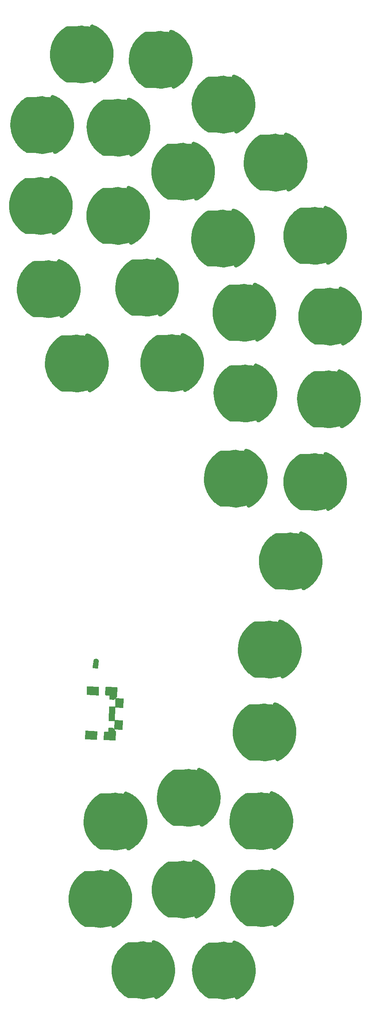
<source format=gts>
G04 #@! TF.GenerationSoftware,KiCad,Pcbnew,(5.0.0)*
G04 #@! TF.CreationDate,2020-01-07T16:08:45+01:00*
G04 #@! TF.ProjectId,Insole_PCB,496E736F6C655F5043422E6B69636164,rev?*
G04 #@! TF.SameCoordinates,Original*
G04 #@! TF.FileFunction,Soldermask,Top*
G04 #@! TF.FilePolarity,Negative*
%FSLAX46Y46*%
G04 Gerber Fmt 4.6, Leading zero omitted, Abs format (unit mm)*
G04 Created by KiCad (PCBNEW (5.0.0)) date 01/07/20 16:08:45*
%MOMM*%
%LPD*%
G01*
G04 APERTURE LIST*
%ADD10C,7.000000*%
%ADD11C,0.500000*%
%ADD12C,0.100000*%
%ADD13C,1.250000*%
%ADD14C,1.250000*%
%ADD15C,1.600000*%
%ADD16C,1.900000*%
%ADD17C,2.000000*%
%ADD18C,0.800000*%
G04 APERTURE END LIST*
D10*
G04 #@! TO.C,S9*
X219781015Y-62690707D02*
G75*
G03X219781015Y-62690707I-3201562J0D01*
G01*
G04 #@! TO.C,S0*
X185731015Y-122750707D02*
G75*
G03X185731015Y-122750707I-3201562J0D01*
G01*
G04 #@! TO.C,S1*
X179211015Y-105510707D02*
G75*
G03X179211015Y-105510707I-3201562J0D01*
G01*
G04 #@! TO.C,S2*
X177401015Y-86210707D02*
G75*
G03X177401015Y-86210707I-3201562J0D01*
G01*
G04 #@! TO.C,S3*
X177691015Y-67430707D02*
G75*
G03X177691015Y-67430707I-3201562J0D01*
G01*
G04 #@! TO.C,S4*
X186891015Y-51060707D02*
G75*
G03X186891015Y-51060707I-3201562J0D01*
G01*
G04 #@! TO.C,S5*
X195401015Y-68050707D02*
G75*
G03X195401015Y-68050707I-3201562J0D01*
G01*
G04 #@! TO.C,S6*
X195351015Y-88510707D02*
G75*
G03X195351015Y-88510707I-3201562J0D01*
G01*
G04 #@! TO.C,S7*
X202051015Y-105160707D02*
G75*
G03X202051015Y-105160707I-3201562J0D01*
G01*
G04 #@! TO.C,S8*
X205201015Y-52300707D02*
G75*
G03X205201015Y-52300707I-3201562J0D01*
G01*
G04 #@! TO.C,S10*
X210431015Y-78260707D02*
G75*
G03X210431015Y-78260707I-3201562J0D01*
G01*
G04 #@! TO.C,S11*
X231861015Y-76150707D02*
G75*
G03X231861015Y-76150707I-3201562J0D01*
G01*
G04 #@! TO.C,S12*
X219681015Y-93770707D02*
G75*
G03X219681015Y-93770707I-3201562J0D01*
G01*
G04 #@! TO.C,S13*
X241051015Y-93140707D02*
G75*
G03X241051015Y-93140707I-3201562J0D01*
G01*
G04 #@! TO.C,S14*
X207881015Y-122670707D02*
G75*
G03X207881015Y-122670707I-3201562J0D01*
G01*
G04 #@! TO.C,S15*
X224631015Y-110990707D02*
G75*
G03X224631015Y-110990707I-3201562J0D01*
G01*
G04 #@! TO.C,S16*
X244541015Y-111880707D02*
G75*
G03X244541015Y-111880707I-3201562J0D01*
G01*
G04 #@! TO.C,S17*
X244251015Y-131070707D02*
G75*
G03X244251015Y-131070707I-3201562J0D01*
G01*
G04 #@! TO.C,S18*
X224861015Y-129720707D02*
G75*
G03X224861015Y-129720707I-3201562J0D01*
G01*
G04 #@! TO.C,S19*
X222631015Y-149480707D02*
G75*
G03X222631015Y-149480707I-3201562J0D01*
G01*
G04 #@! TO.C,S20*
X241061015Y-150260707D02*
G75*
G03X241061015Y-150260707I-3201562J0D01*
G01*
G04 #@! TO.C,S21*
X235371015Y-168670707D02*
G75*
G03X235371015Y-168670707I-3201562J0D01*
G01*
G04 #@! TO.C,S22*
X230511015Y-189130707D02*
G75*
G03X230511015Y-189130707I-3201562J0D01*
G01*
G04 #@! TO.C,S23*
X229311015Y-208340707D02*
G75*
G03X229311015Y-208340707I-3201562J0D01*
G01*
G04 #@! TO.C,S24*
X194701015Y-229030707D02*
G75*
G03X194701015Y-229030707I-3201562J0D01*
G01*
G04 #@! TO.C,S25*
X191211015Y-247000707D02*
G75*
G03X191211015Y-247000707I-3201562J0D01*
G01*
G04 #@! TO.C,S26*
X201171015Y-263520707D02*
G75*
G03X201171015Y-263520707I-3201562J0D01*
G01*
G04 #@! TO.C,S27*
X219871015Y-263600707D02*
G75*
G03X219871015Y-263600707I-3201562J0D01*
G01*
G04 #@! TO.C,S28*
X228731015Y-246810707D02*
G75*
G03X228731015Y-246810707I-3201562J0D01*
G01*
G04 #@! TO.C,S29*
X210511015Y-244810707D02*
G75*
G03X210511015Y-244810707I-3201562J0D01*
G01*
G04 #@! TO.C,S30*
X228561015Y-228950707D02*
G75*
G03X228561015Y-228950707I-3201562J0D01*
G01*
G04 #@! TO.C,S31*
X211711015Y-223530707D02*
G75*
G03X211711015Y-223530707I-3201562J0D01*
G01*
G04 #@! TD*
D11*
G04 #@! TO.C,S9*
X209879453Y-63890707D03*
D12*
G36*
X217580838Y-56190712D02*
X217585027Y-56190741D01*
X217596204Y-56191131D01*
X217625456Y-56192972D01*
X217644869Y-56195150D01*
X217673802Y-56199836D01*
X217692916Y-56203898D01*
X217721253Y-56211385D01*
X217739874Y-56217292D01*
X217767346Y-56227508D01*
X217785314Y-56235209D01*
X217811657Y-56248058D01*
X217828776Y-56257470D01*
X217853740Y-56272828D01*
X217869865Y-56283868D01*
X217893211Y-56301589D01*
X217908174Y-56314145D01*
X217929680Y-56334059D01*
X217943357Y-56348025D01*
X217962816Y-56369943D01*
X217975057Y-56385168D01*
X217992285Y-56408880D01*
X218002984Y-56425230D01*
X218017816Y-56450510D01*
X218026870Y-56467828D01*
X218039164Y-56494435D01*
X218046484Y-56512553D01*
X218056123Y-56540233D01*
X218061639Y-56558976D01*
X218068531Y-56587464D01*
X218072193Y-56606659D01*
X218076272Y-56635683D01*
X218078042Y-56655138D01*
X218079270Y-56684422D01*
X218079134Y-56703964D01*
X218077498Y-56733229D01*
X218075456Y-56752664D01*
X218070972Y-56781628D01*
X218067043Y-56800768D01*
X218059754Y-56829157D01*
X218053975Y-56847824D01*
X218043950Y-56875367D01*
X218036379Y-56893379D01*
X218023715Y-56919811D01*
X218014419Y-56937002D01*
X217999235Y-56962073D01*
X217988310Y-56978269D01*
X217970753Y-57001738D01*
X217958297Y-57016796D01*
X217938533Y-57038440D01*
X217924670Y-57052206D01*
X217902889Y-57071818D01*
X217887743Y-57084170D01*
X217864151Y-57101563D01*
X217847879Y-57112375D01*
X217822703Y-57127383D01*
X217805453Y-57136555D01*
X217778933Y-57149035D01*
X217760865Y-57156482D01*
X217733254Y-57166314D01*
X217714548Y-57171962D01*
X217686108Y-57179053D01*
X217666936Y-57182849D01*
X217637941Y-57187130D01*
X217618499Y-57189036D01*
X217589224Y-57190468D01*
X217579453Y-57190707D01*
X213319002Y-57190707D01*
X213115253Y-57314048D01*
X212603339Y-57681066D01*
X212133455Y-58092982D01*
X211706020Y-58548773D01*
X211673772Y-58590707D01*
X220979453Y-58590707D01*
X220980838Y-58590712D01*
X220985027Y-58590741D01*
X220996204Y-58591131D01*
X221025456Y-58592972D01*
X221044869Y-58595150D01*
X221073802Y-58599836D01*
X221092916Y-58603898D01*
X221121253Y-58611385D01*
X221139874Y-58617292D01*
X221167346Y-58627508D01*
X221185314Y-58635209D01*
X221211657Y-58648058D01*
X221228776Y-58657470D01*
X221253740Y-58672828D01*
X221269865Y-58683868D01*
X221293211Y-58701589D01*
X221308174Y-58714145D01*
X221329680Y-58734059D01*
X221343357Y-58748025D01*
X221362816Y-58769943D01*
X221375057Y-58785168D01*
X221392285Y-58808880D01*
X221402984Y-58825230D01*
X221417816Y-58850510D01*
X221426870Y-58867828D01*
X221439164Y-58894435D01*
X221446484Y-58912553D01*
X221456123Y-58940233D01*
X221461639Y-58958976D01*
X221468531Y-58987464D01*
X221472193Y-59006659D01*
X221476272Y-59035683D01*
X221478042Y-59055138D01*
X221479270Y-59084422D01*
X221479134Y-59103964D01*
X221477498Y-59133229D01*
X221475456Y-59152664D01*
X221470972Y-59181628D01*
X221467043Y-59200768D01*
X221459754Y-59229157D01*
X221453975Y-59247824D01*
X221443950Y-59275367D01*
X221436379Y-59293379D01*
X221423715Y-59319811D01*
X221414419Y-59337002D01*
X221399235Y-59362073D01*
X221388310Y-59378269D01*
X221370753Y-59401738D01*
X221358297Y-59416796D01*
X221338533Y-59438440D01*
X221324670Y-59452206D01*
X221302889Y-59471818D01*
X221287743Y-59484170D01*
X221264151Y-59501563D01*
X221247879Y-59512375D01*
X221222703Y-59527383D01*
X221205453Y-59536555D01*
X221178933Y-59549035D01*
X221160865Y-59556482D01*
X221133254Y-59566314D01*
X221114548Y-59571962D01*
X221086108Y-59579053D01*
X221066936Y-59582849D01*
X221037941Y-59587130D01*
X221018499Y-59589036D01*
X220989224Y-59590468D01*
X220979453Y-59590707D01*
X210986168Y-59590707D01*
X210716869Y-60134131D01*
X210495369Y-60718423D01*
X210421590Y-60990707D01*
X222179453Y-60990707D01*
X222180838Y-60990712D01*
X222185027Y-60990741D01*
X222196204Y-60991131D01*
X222225456Y-60992972D01*
X222244869Y-60995150D01*
X222273802Y-60999836D01*
X222292916Y-61003898D01*
X222321253Y-61011385D01*
X222339874Y-61017292D01*
X222367346Y-61027508D01*
X222385314Y-61035209D01*
X222411657Y-61048058D01*
X222428776Y-61057470D01*
X222453740Y-61072828D01*
X222469865Y-61083868D01*
X222493211Y-61101589D01*
X222508174Y-61114145D01*
X222529680Y-61134059D01*
X222543357Y-61148025D01*
X222562816Y-61169943D01*
X222575057Y-61185168D01*
X222592285Y-61208880D01*
X222602984Y-61225230D01*
X222617816Y-61250510D01*
X222626870Y-61267828D01*
X222639164Y-61294435D01*
X222646484Y-61312553D01*
X222656123Y-61340233D01*
X222661639Y-61358976D01*
X222668531Y-61387464D01*
X222672193Y-61406659D01*
X222676272Y-61435683D01*
X222678042Y-61455138D01*
X222679270Y-61484422D01*
X222679134Y-61503964D01*
X222677498Y-61533229D01*
X222675456Y-61552664D01*
X222670972Y-61581628D01*
X222667043Y-61600768D01*
X222659754Y-61629157D01*
X222653975Y-61647824D01*
X222643950Y-61675367D01*
X222636379Y-61693379D01*
X222623715Y-61719811D01*
X222614419Y-61737002D01*
X222599235Y-61762073D01*
X222588310Y-61778269D01*
X222570753Y-61801738D01*
X222558297Y-61816796D01*
X222538533Y-61838440D01*
X222524670Y-61852206D01*
X222502889Y-61871818D01*
X222487743Y-61884170D01*
X222464151Y-61901563D01*
X222447879Y-61912375D01*
X222422703Y-61927383D01*
X222405453Y-61936555D01*
X222378933Y-61949035D01*
X222360865Y-61956482D01*
X222333254Y-61966314D01*
X222314548Y-61971962D01*
X222286108Y-61979053D01*
X222266936Y-61982849D01*
X222237941Y-61987130D01*
X222218499Y-61989036D01*
X222189224Y-61990468D01*
X222179453Y-61990707D01*
X210224486Y-61990707D01*
X210184989Y-62561092D01*
X210202857Y-63185693D01*
X210228898Y-63390707D01*
X222179453Y-63390707D01*
X222180838Y-63390712D01*
X222185027Y-63390741D01*
X222196204Y-63391131D01*
X222225456Y-63392972D01*
X222244869Y-63395150D01*
X222273802Y-63399836D01*
X222292916Y-63403898D01*
X222321253Y-63411385D01*
X222339874Y-63417292D01*
X222367346Y-63427508D01*
X222385314Y-63435209D01*
X222411657Y-63448058D01*
X222428776Y-63457470D01*
X222453740Y-63472828D01*
X222469865Y-63483868D01*
X222493211Y-63501589D01*
X222508174Y-63514145D01*
X222529680Y-63534059D01*
X222543357Y-63548025D01*
X222562816Y-63569943D01*
X222575057Y-63585168D01*
X222592285Y-63608880D01*
X222602984Y-63625230D01*
X222617816Y-63650510D01*
X222626870Y-63667828D01*
X222639164Y-63694435D01*
X222646484Y-63712553D01*
X222656123Y-63740233D01*
X222661639Y-63758976D01*
X222668531Y-63787464D01*
X222672193Y-63806659D01*
X222676272Y-63835683D01*
X222678042Y-63855138D01*
X222679270Y-63884422D01*
X222679134Y-63903964D01*
X222677498Y-63933229D01*
X222675456Y-63952664D01*
X222670972Y-63981628D01*
X222667043Y-64000768D01*
X222659754Y-64029157D01*
X222653975Y-64047824D01*
X222643950Y-64075367D01*
X222636379Y-64093379D01*
X222623715Y-64119811D01*
X222614419Y-64137002D01*
X222599235Y-64162073D01*
X222588310Y-64178269D01*
X222570753Y-64201738D01*
X222558297Y-64216796D01*
X222538533Y-64238440D01*
X222524670Y-64252206D01*
X222502889Y-64271818D01*
X222487743Y-64284170D01*
X222464151Y-64301563D01*
X222447879Y-64312375D01*
X222422703Y-64327383D01*
X222405453Y-64336555D01*
X222378933Y-64349035D01*
X222360865Y-64356482D01*
X222333254Y-64366314D01*
X222314548Y-64371962D01*
X222286108Y-64379053D01*
X222266936Y-64382849D01*
X222237941Y-64387130D01*
X222218499Y-64389036D01*
X222189224Y-64390468D01*
X222179453Y-64390707D01*
X210414947Y-64390707D01*
X210420445Y-64414832D01*
X210618081Y-65007608D01*
X210872628Y-65578288D01*
X210993489Y-65790707D01*
X220979453Y-65790707D01*
X220980838Y-65790712D01*
X220985027Y-65790741D01*
X220996204Y-65791131D01*
X221025456Y-65792972D01*
X221044869Y-65795150D01*
X221073802Y-65799836D01*
X221092916Y-65803898D01*
X221121253Y-65811385D01*
X221139874Y-65817292D01*
X221167346Y-65827508D01*
X221185314Y-65835209D01*
X221211657Y-65848058D01*
X221228776Y-65857470D01*
X221253740Y-65872828D01*
X221269865Y-65883868D01*
X221293211Y-65901589D01*
X221308174Y-65914145D01*
X221329680Y-65934059D01*
X221343357Y-65948025D01*
X221362816Y-65969943D01*
X221375057Y-65985168D01*
X221392285Y-66008880D01*
X221402984Y-66025230D01*
X221417816Y-66050510D01*
X221426870Y-66067828D01*
X221439164Y-66094435D01*
X221446484Y-66112553D01*
X221456123Y-66140233D01*
X221461639Y-66158976D01*
X221468531Y-66187464D01*
X221472193Y-66206659D01*
X221476272Y-66235683D01*
X221478042Y-66255138D01*
X221479270Y-66284422D01*
X221479134Y-66303964D01*
X221477498Y-66333229D01*
X221475456Y-66352664D01*
X221470972Y-66381628D01*
X221467043Y-66400768D01*
X221459754Y-66429157D01*
X221453975Y-66447824D01*
X221443950Y-66475367D01*
X221436379Y-66493379D01*
X221423715Y-66519811D01*
X221414419Y-66537002D01*
X221399235Y-66562073D01*
X221388310Y-66578269D01*
X221370753Y-66601738D01*
X221358297Y-66616796D01*
X221338533Y-66638440D01*
X221324670Y-66652206D01*
X221302889Y-66671818D01*
X221287743Y-66684170D01*
X221264151Y-66701563D01*
X221247879Y-66712375D01*
X221222703Y-66727383D01*
X221205453Y-66736555D01*
X221178933Y-66749035D01*
X221160865Y-66756482D01*
X221133254Y-66766314D01*
X221114548Y-66771962D01*
X221086108Y-66779053D01*
X221066936Y-66782849D01*
X221037941Y-66787130D01*
X221018499Y-66789036D01*
X220989224Y-66790468D01*
X220979453Y-66790707D01*
X211679573Y-66790707D01*
X211950799Y-67104495D01*
X212403598Y-67535107D01*
X212896254Y-67919477D01*
X213324285Y-68190707D01*
X217979453Y-68190707D01*
X217980838Y-68190712D01*
X217985027Y-68190741D01*
X217996204Y-68191131D01*
X218025456Y-68192972D01*
X218044869Y-68195150D01*
X218073802Y-68199836D01*
X218092916Y-68203898D01*
X218121253Y-68211385D01*
X218139874Y-68217292D01*
X218167346Y-68227508D01*
X218185314Y-68235209D01*
X218211657Y-68248058D01*
X218228776Y-68257470D01*
X218253740Y-68272828D01*
X218269865Y-68283868D01*
X218293211Y-68301589D01*
X218308174Y-68314145D01*
X218329680Y-68334059D01*
X218343357Y-68348025D01*
X218362816Y-68369943D01*
X218375057Y-68385168D01*
X218392285Y-68408880D01*
X218402984Y-68425230D01*
X218417816Y-68450510D01*
X218426870Y-68467828D01*
X218439164Y-68494435D01*
X218446484Y-68512553D01*
X218456123Y-68540233D01*
X218461639Y-68558976D01*
X218468531Y-68587464D01*
X218472193Y-68606659D01*
X218476272Y-68635683D01*
X218478042Y-68655138D01*
X218479270Y-68684422D01*
X218479134Y-68703964D01*
X218477498Y-68733229D01*
X218475456Y-68752664D01*
X218470972Y-68781628D01*
X218467043Y-68800768D01*
X218459754Y-68829157D01*
X218453975Y-68847824D01*
X218443950Y-68875367D01*
X218436379Y-68893379D01*
X218423715Y-68919811D01*
X218414419Y-68937002D01*
X218399235Y-68962073D01*
X218388310Y-68978269D01*
X218370753Y-69001738D01*
X218358297Y-69016796D01*
X218338533Y-69038440D01*
X218324670Y-69052206D01*
X218302889Y-69071818D01*
X218287743Y-69084170D01*
X218264151Y-69101563D01*
X218247879Y-69112375D01*
X218222703Y-69127383D01*
X218205453Y-69136555D01*
X218178933Y-69149035D01*
X218160865Y-69156482D01*
X218133254Y-69166314D01*
X218114548Y-69171962D01*
X218086108Y-69179053D01*
X218066936Y-69182849D01*
X218037941Y-69187130D01*
X218018499Y-69189036D01*
X217989224Y-69190468D01*
X217979453Y-69190707D01*
X213179453Y-69190707D01*
X213178068Y-69190702D01*
X213173879Y-69190673D01*
X213162702Y-69190283D01*
X213133450Y-69188442D01*
X213114037Y-69186264D01*
X213085104Y-69181578D01*
X213065990Y-69177516D01*
X213037653Y-69170029D01*
X213019032Y-69164122D01*
X212991560Y-69153906D01*
X212973591Y-69146205D01*
X212961738Y-69140424D01*
X212960794Y-69140004D01*
X212952081Y-69135611D01*
X212952041Y-69135693D01*
X212947242Y-69133352D01*
X212930136Y-69123948D01*
X212925235Y-69120933D01*
X212917853Y-69116746D01*
X212909476Y-69111720D01*
X212340347Y-68751080D01*
X212339150Y-68750316D01*
X212335628Y-68748049D01*
X212326434Y-68741762D01*
X212317403Y-68735210D01*
X212308255Y-68728766D01*
X212300410Y-68722948D01*
X211769189Y-68308491D01*
X211768070Y-68307611D01*
X211764786Y-68305011D01*
X211756250Y-68297858D01*
X211747923Y-68290475D01*
X211739428Y-68283152D01*
X211732190Y-68276598D01*
X211243947Y-67812282D01*
X211242929Y-67811307D01*
X211239914Y-67808399D01*
X211232101Y-67800430D01*
X211224526Y-67792260D01*
X211216807Y-67784166D01*
X211210235Y-67776928D01*
X210769633Y-67267183D01*
X210768726Y-67266126D01*
X210766009Y-67262938D01*
X210759001Y-67254235D01*
X210752223Y-67245318D01*
X210745365Y-67236552D01*
X210739533Y-67228710D01*
X210350776Y-66678403D01*
X210349983Y-66677272D01*
X210347589Y-66673833D01*
X210341455Y-66664474D01*
X210335558Y-66654902D01*
X210329616Y-66645554D01*
X210324573Y-66637175D01*
X209991372Y-66051559D01*
X209990687Y-66050345D01*
X209988641Y-66046690D01*
X209983461Y-66036799D01*
X209978549Y-66026746D01*
X209973511Y-66016788D01*
X209969317Y-66007971D01*
X209694852Y-65392635D01*
X209694290Y-65391363D01*
X209692610Y-65387525D01*
X209688417Y-65377169D01*
X209684496Y-65366649D01*
X209680472Y-65356294D01*
X209677156Y-65347102D01*
X209464048Y-64707920D01*
X209463609Y-64706588D01*
X209462312Y-64702605D01*
X209459152Y-64691896D01*
X209456287Y-64681081D01*
X209453285Y-64670359D01*
X209450879Y-64660880D01*
X209301161Y-64003952D01*
X209300852Y-64002573D01*
X209299950Y-63998482D01*
X209297852Y-63987522D01*
X209296062Y-63976516D01*
X209294114Y-63965511D01*
X209292646Y-63955849D01*
X209207747Y-63287447D01*
X209207577Y-63286066D01*
X209207078Y-63281906D01*
X209206058Y-63270785D01*
X209205350Y-63259652D01*
X209204484Y-63248493D01*
X209203967Y-63238743D01*
X209184699Y-62565245D01*
X209184664Y-62563871D01*
X209184573Y-62559683D01*
X209184644Y-62548480D01*
X209185026Y-62537347D01*
X209185252Y-62526177D01*
X209185689Y-62516407D01*
X209232234Y-61844243D01*
X209232333Y-61842877D01*
X209232651Y-61838700D01*
X209233813Y-61827563D01*
X209235284Y-61816483D01*
X209236596Y-61805413D01*
X209237984Y-61795734D01*
X209349898Y-61131321D01*
X209350138Y-61129928D01*
X209350863Y-61125802D01*
X209353099Y-61114874D01*
X209355648Y-61103974D01*
X209358031Y-61093099D01*
X209360356Y-61083603D01*
X209536572Y-60433282D01*
X209536943Y-60431932D01*
X209538067Y-60427896D01*
X209541360Y-60417232D01*
X209544958Y-60406639D01*
X209548398Y-60396028D01*
X209551636Y-60386813D01*
X209790471Y-59756791D01*
X209790964Y-59755503D01*
X209792476Y-59751596D01*
X209796808Y-59741272D01*
X209801401Y-59731130D01*
X209805872Y-59720877D01*
X209809997Y-59712015D01*
X210109171Y-59108305D01*
X210109795Y-59107057D01*
X210111681Y-59103317D01*
X210116990Y-59093483D01*
X210122556Y-59083828D01*
X210128004Y-59074064D01*
X210132975Y-59065646D01*
X210489634Y-58494013D01*
X210490365Y-58492850D01*
X210492607Y-58489311D01*
X210498865Y-58480019D01*
X210505366Y-58470927D01*
X210511714Y-58461779D01*
X210517486Y-58453881D01*
X210928225Y-57919780D01*
X210929057Y-57918706D01*
X210931633Y-57915403D01*
X210938774Y-57906757D01*
X210946108Y-57898369D01*
X210953345Y-57889853D01*
X210959858Y-57882559D01*
X211420754Y-57391087D01*
X211421708Y-57390077D01*
X211424595Y-57387041D01*
X211432518Y-57379162D01*
X211440626Y-57371538D01*
X211448686Y-57363744D01*
X211455871Y-57357128D01*
X211962528Y-56912978D01*
X211963586Y-56912058D01*
X211966755Y-56909319D01*
X211975400Y-56902258D01*
X211984244Y-56895438D01*
X211992990Y-56888496D01*
X212000790Y-56882610D01*
X212548370Y-56490021D01*
X212549522Y-56489202D01*
X212552944Y-56486785D01*
X212562229Y-56480607D01*
X212567437Y-56477348D01*
X212572537Y-56473909D01*
X212580777Y-56468641D01*
X212920523Y-56262974D01*
X212921737Y-56262245D01*
X212925336Y-56260101D01*
X212935060Y-56254669D01*
X212935654Y-56254358D01*
X212936212Y-56254026D01*
X212953461Y-56244855D01*
X212957278Y-56243059D01*
X212961038Y-56241094D01*
X212978776Y-56232902D01*
X212979374Y-56232661D01*
X212979985Y-56232373D01*
X212998044Y-56224931D01*
X213002039Y-56223508D01*
X213005963Y-56221924D01*
X213024417Y-56215501D01*
X213025043Y-56215317D01*
X213025652Y-56215100D01*
X213044370Y-56209449D01*
X213048483Y-56208424D01*
X213052524Y-56207235D01*
X213071519Y-56202642D01*
X213072173Y-56202517D01*
X213072804Y-56202360D01*
X213091966Y-56198566D01*
X213096142Y-56197949D01*
X213100321Y-56197153D01*
X213119681Y-56194437D01*
X213120316Y-56194379D01*
X213120962Y-56194284D01*
X213140399Y-56192378D01*
X213144636Y-56192171D01*
X213148874Y-56191786D01*
X213168389Y-56190973D01*
X213169030Y-56190978D01*
X213169676Y-56190946D01*
X213179453Y-56190707D01*
X217579453Y-56190707D01*
X217580838Y-56190712D01*
X217580838Y-56190712D01*
G37*
D11*
X223379453Y-62690707D03*
D12*
G36*
X219018763Y-55743029D02*
X219048009Y-55744960D01*
X219067428Y-55747199D01*
X219096346Y-55751976D01*
X219115446Y-55756099D01*
X219143760Y-55763675D01*
X219162363Y-55769640D01*
X219189802Y-55779942D01*
X219198865Y-55783600D01*
X219816541Y-56050623D01*
X219817826Y-56051184D01*
X219821659Y-56052873D01*
X219831750Y-56057660D01*
X219841691Y-56062721D01*
X219851712Y-56067647D01*
X219860380Y-56072175D01*
X220449051Y-56398199D01*
X220450273Y-56398881D01*
X220453923Y-56400936D01*
X220463502Y-56406687D01*
X220472897Y-56412691D01*
X220482395Y-56418575D01*
X220490577Y-56423925D01*
X221044624Y-56805837D01*
X221045741Y-56806613D01*
X221049174Y-56809014D01*
X221058176Y-56815693D01*
X221066943Y-56822587D01*
X221075824Y-56829372D01*
X221083441Y-56835492D01*
X221597576Y-57269646D01*
X221598656Y-57270565D01*
X221601837Y-57273290D01*
X221610105Y-57280783D01*
X221618134Y-57288477D01*
X221626329Y-57296114D01*
X221633314Y-57302949D01*
X222102629Y-57785201D01*
X222103601Y-57786207D01*
X222106502Y-57789230D01*
X222114003Y-57797497D01*
X222121237Y-57805930D01*
X222128662Y-57814346D01*
X222134949Y-57821833D01*
X222554963Y-58347582D01*
X222555823Y-58348667D01*
X222558415Y-58351958D01*
X222565089Y-58360937D01*
X222571488Y-58370069D01*
X222578024Y-58379124D01*
X222583552Y-58387192D01*
X222950258Y-58951418D01*
X222950995Y-58952560D01*
X222953254Y-58956088D01*
X222959038Y-58965705D01*
X222964532Y-58975448D01*
X222970129Y-58985056D01*
X222974846Y-58993628D01*
X223284744Y-59590945D01*
X223285388Y-59592197D01*
X223287291Y-59595929D01*
X223292084Y-59606014D01*
X223296596Y-59616236D01*
X223301240Y-59626368D01*
X223305096Y-59635355D01*
X223555226Y-60260062D01*
X223555741Y-60261361D01*
X223557271Y-60265261D01*
X223561059Y-60275770D01*
X223564552Y-60286380D01*
X223568189Y-60296932D01*
X223571146Y-60306243D01*
X223759122Y-60952377D01*
X223759495Y-60953674D01*
X223760638Y-60957704D01*
X223763397Y-60968587D01*
X223765845Y-60979525D01*
X223768424Y-60990330D01*
X223770461Y-60999893D01*
X223894489Y-61661288D01*
X223894735Y-61662625D01*
X223895479Y-61666747D01*
X223897159Y-61677825D01*
X223898521Y-61688882D01*
X223900044Y-61699972D01*
X223901137Y-61709683D01*
X223960031Y-62380023D01*
X223960146Y-62381388D01*
X223960484Y-62385563D01*
X223961075Y-62396754D01*
X223961352Y-62407965D01*
X223961783Y-62419057D01*
X223961924Y-62428836D01*
X223955124Y-63101724D01*
X223955104Y-63103141D01*
X223955032Y-63107329D01*
X223954530Y-63118473D01*
X223953714Y-63129629D01*
X223953059Y-63140740D01*
X223952244Y-63150489D01*
X223879814Y-63819502D01*
X223879658Y-63820894D01*
X223879178Y-63825055D01*
X223877590Y-63836104D01*
X223875705Y-63847040D01*
X223873952Y-63858137D01*
X223872190Y-63867754D01*
X223734821Y-64526505D01*
X223734530Y-64527879D01*
X223733646Y-64531974D01*
X223730986Y-64542818D01*
X223728036Y-64553542D01*
X223725215Y-64564388D01*
X223722525Y-64573781D01*
X223521530Y-65215984D01*
X223521110Y-65217310D01*
X223519831Y-65221299D01*
X223516124Y-65231838D01*
X223512132Y-65242249D01*
X223508271Y-65252754D01*
X223504679Y-65261836D01*
X223241974Y-65881360D01*
X223241435Y-65882618D01*
X223239773Y-65886464D01*
X223235045Y-65896614D01*
X223230044Y-65906611D01*
X223225193Y-65916654D01*
X223220729Y-65925348D01*
X222898823Y-66516280D01*
X222898166Y-66517475D01*
X222896137Y-66521140D01*
X222890436Y-66530789D01*
X222884496Y-66540229D01*
X222878680Y-66549765D01*
X222873387Y-66557985D01*
X222495352Y-67114685D01*
X222494574Y-67115823D01*
X222492197Y-67119272D01*
X222485593Y-67128302D01*
X222478793Y-67137075D01*
X222472034Y-67146051D01*
X222465969Y-67153709D01*
X222035415Y-67670862D01*
X222034519Y-67671930D01*
X222031816Y-67675131D01*
X222024372Y-67683463D01*
X222016681Y-67691602D01*
X222009151Y-67699797D01*
X222002362Y-67706833D01*
X221523397Y-68179503D01*
X221522388Y-68180491D01*
X221519386Y-68183412D01*
X221511179Y-68190964D01*
X221502766Y-68198283D01*
X221494429Y-68205742D01*
X221486992Y-68212076D01*
X220964188Y-68635751D01*
X220963130Y-68636602D01*
X220959858Y-68639217D01*
X220950912Y-68645965D01*
X220941802Y-68652444D01*
X220932801Y-68659037D01*
X220924779Y-68664616D01*
X220363127Y-69035252D01*
X220361953Y-69036022D01*
X220358440Y-69038305D01*
X220348915Y-69044123D01*
X220340733Y-69048813D01*
X220332664Y-69053665D01*
X220324171Y-69058494D01*
X219815890Y-69331272D01*
X219814651Y-69331931D01*
X219810946Y-69333886D01*
X219800934Y-69338817D01*
X219774289Y-69351028D01*
X219756144Y-69358293D01*
X219728434Y-69367845D01*
X219709677Y-69373302D01*
X219681168Y-69380105D01*
X219661966Y-69383706D01*
X219632929Y-69387695D01*
X219613461Y-69389406D01*
X219584174Y-69390542D01*
X219564631Y-69390344D01*
X219535372Y-69388616D01*
X219515945Y-69386513D01*
X219486994Y-69381938D01*
X219467873Y-69377950D01*
X219439507Y-69370573D01*
X219420853Y-69364735D01*
X219393342Y-69354624D01*
X219375354Y-69346996D01*
X219348961Y-69334249D01*
X219331805Y-69324904D01*
X219306782Y-69309643D01*
X219290611Y-69298662D01*
X219267197Y-69281031D01*
X219252187Y-69268534D01*
X219230604Y-69248703D01*
X219216875Y-69234791D01*
X219197331Y-69212948D01*
X219185027Y-69197765D01*
X219167709Y-69174120D01*
X219156953Y-69157821D01*
X219142023Y-69132599D01*
X219132899Y-69115311D01*
X219120502Y-69088751D01*
X219113114Y-69070666D01*
X219103368Y-69043025D01*
X219097776Y-69024291D01*
X219090775Y-68995829D01*
X219087041Y-68976656D01*
X219082850Y-68947647D01*
X219081004Y-68928200D01*
X219079663Y-68898921D01*
X219079725Y-68879371D01*
X219081249Y-68850100D01*
X219083216Y-68830665D01*
X219087588Y-68801684D01*
X219091444Y-68782525D01*
X219098624Y-68754108D01*
X219104328Y-68735425D01*
X219114246Y-68707844D01*
X219121752Y-68689795D01*
X219134315Y-68663314D01*
X219143538Y-68646097D01*
X219158624Y-68620968D01*
X219169487Y-68604727D01*
X219186953Y-68581190D01*
X219199353Y-68566083D01*
X219219033Y-68544363D01*
X219232842Y-68530544D01*
X219254548Y-68510847D01*
X219269649Y-68498433D01*
X219293173Y-68480950D01*
X219309402Y-68470077D01*
X219334520Y-68454972D01*
X219343016Y-68450142D01*
X219831293Y-68188099D01*
X220130416Y-67990707D01*
X213179453Y-67990707D01*
X213178068Y-67990702D01*
X213173879Y-67990673D01*
X213162702Y-67990283D01*
X213133450Y-67988442D01*
X213114037Y-67986264D01*
X213085104Y-67981578D01*
X213065990Y-67977516D01*
X213037653Y-67970029D01*
X213019032Y-67964122D01*
X212991560Y-67953906D01*
X212973592Y-67946205D01*
X212947249Y-67933356D01*
X212930130Y-67923944D01*
X212905166Y-67908586D01*
X212889041Y-67897546D01*
X212865695Y-67879825D01*
X212850732Y-67867269D01*
X212829226Y-67847355D01*
X212815549Y-67833389D01*
X212796090Y-67811471D01*
X212783849Y-67796246D01*
X212766621Y-67772534D01*
X212755922Y-67756184D01*
X212741090Y-67730904D01*
X212732036Y-67713586D01*
X212719742Y-67686979D01*
X212712422Y-67668861D01*
X212702783Y-67641181D01*
X212697267Y-67622438D01*
X212690375Y-67593950D01*
X212686713Y-67574755D01*
X212682634Y-67545731D01*
X212680864Y-67526276D01*
X212679636Y-67496992D01*
X212679772Y-67477450D01*
X212681408Y-67448185D01*
X212683450Y-67428750D01*
X212687934Y-67399786D01*
X212691863Y-67380646D01*
X212699152Y-67352257D01*
X212704931Y-67333590D01*
X212714956Y-67306047D01*
X212722527Y-67288035D01*
X212735191Y-67261603D01*
X212744487Y-67244412D01*
X212759671Y-67219341D01*
X212770596Y-67203145D01*
X212788153Y-67179676D01*
X212800609Y-67164618D01*
X212820373Y-67142974D01*
X212834236Y-67129208D01*
X212856017Y-67109596D01*
X212871163Y-67097244D01*
X212894755Y-67079851D01*
X212911027Y-67069039D01*
X212936203Y-67054031D01*
X212953453Y-67044859D01*
X212979973Y-67032379D01*
X212998041Y-67024932D01*
X213025652Y-67015100D01*
X213044358Y-67009452D01*
X213072798Y-67002361D01*
X213091970Y-66998565D01*
X213120965Y-66994284D01*
X213140407Y-66992378D01*
X213169682Y-66990946D01*
X213179453Y-66990707D01*
X221300470Y-66990707D01*
X221681806Y-66532671D01*
X222032363Y-66016436D01*
X222264276Y-65590707D01*
X211579453Y-65590707D01*
X211578068Y-65590702D01*
X211573879Y-65590673D01*
X211562702Y-65590283D01*
X211533450Y-65588442D01*
X211514037Y-65586264D01*
X211485104Y-65581578D01*
X211465990Y-65577516D01*
X211437653Y-65570029D01*
X211419032Y-65564122D01*
X211391560Y-65553906D01*
X211373592Y-65546205D01*
X211347249Y-65533356D01*
X211330130Y-65523944D01*
X211305166Y-65508586D01*
X211289041Y-65497546D01*
X211265695Y-65479825D01*
X211250732Y-65467269D01*
X211229226Y-65447355D01*
X211215549Y-65433389D01*
X211196090Y-65411471D01*
X211183849Y-65396246D01*
X211166621Y-65372534D01*
X211155922Y-65356184D01*
X211141090Y-65330904D01*
X211132036Y-65313586D01*
X211119742Y-65286979D01*
X211112422Y-65268861D01*
X211102783Y-65241181D01*
X211097267Y-65222438D01*
X211090375Y-65193950D01*
X211086713Y-65174755D01*
X211082634Y-65145731D01*
X211080864Y-65126276D01*
X211079636Y-65096992D01*
X211079772Y-65077450D01*
X211081408Y-65048185D01*
X211083450Y-65028750D01*
X211087934Y-64999786D01*
X211091863Y-64980646D01*
X211099152Y-64952257D01*
X211104931Y-64933590D01*
X211114956Y-64906047D01*
X211122527Y-64888035D01*
X211135191Y-64861603D01*
X211144487Y-64844412D01*
X211159671Y-64819341D01*
X211170596Y-64803145D01*
X211188153Y-64779676D01*
X211200609Y-64764618D01*
X211220373Y-64742974D01*
X211234236Y-64729208D01*
X211256017Y-64709596D01*
X211271163Y-64697244D01*
X211294755Y-64679851D01*
X211311027Y-64669039D01*
X211336203Y-64654031D01*
X211353453Y-64644859D01*
X211379973Y-64632379D01*
X211398041Y-64624932D01*
X211425652Y-64615100D01*
X211444358Y-64609452D01*
X211472798Y-64602361D01*
X211491970Y-64598565D01*
X211520965Y-64594284D01*
X211540407Y-64592378D01*
X211569682Y-64590946D01*
X211579453Y-64590707D01*
X222669395Y-64590707D01*
X222760871Y-64298429D01*
X222888257Y-63687553D01*
X222942047Y-63190707D01*
X210979453Y-63190707D01*
X210978068Y-63190702D01*
X210973879Y-63190673D01*
X210962702Y-63190283D01*
X210933450Y-63188442D01*
X210914037Y-63186264D01*
X210885104Y-63181578D01*
X210865990Y-63177516D01*
X210837653Y-63170029D01*
X210819032Y-63164122D01*
X210791560Y-63153906D01*
X210773592Y-63146205D01*
X210747249Y-63133356D01*
X210730130Y-63123944D01*
X210705166Y-63108586D01*
X210689041Y-63097546D01*
X210665695Y-63079825D01*
X210650732Y-63067269D01*
X210629226Y-63047355D01*
X210615549Y-63033389D01*
X210596090Y-63011471D01*
X210583849Y-62996246D01*
X210566621Y-62972534D01*
X210555922Y-62956184D01*
X210541090Y-62930904D01*
X210532036Y-62913586D01*
X210519742Y-62886979D01*
X210512422Y-62868861D01*
X210502783Y-62841181D01*
X210497267Y-62822438D01*
X210490375Y-62793950D01*
X210486713Y-62774755D01*
X210482634Y-62745731D01*
X210480864Y-62726276D01*
X210479636Y-62696992D01*
X210479772Y-62677450D01*
X210481408Y-62648185D01*
X210483450Y-62628750D01*
X210487934Y-62599786D01*
X210491863Y-62580646D01*
X210499152Y-62552257D01*
X210504931Y-62533590D01*
X210514956Y-62506047D01*
X210522527Y-62488035D01*
X210535191Y-62461603D01*
X210544487Y-62444412D01*
X210559671Y-62419341D01*
X210570596Y-62403145D01*
X210588153Y-62379676D01*
X210600609Y-62364618D01*
X210620373Y-62342974D01*
X210634236Y-62329208D01*
X210656017Y-62309596D01*
X210671163Y-62297244D01*
X210694755Y-62279851D01*
X210711027Y-62269039D01*
X210736203Y-62254031D01*
X210753453Y-62244859D01*
X210779973Y-62232379D01*
X210798041Y-62224932D01*
X210825652Y-62215100D01*
X210844358Y-62209452D01*
X210872798Y-62202361D01*
X210891970Y-62198565D01*
X210920965Y-62194284D01*
X210940407Y-62192378D01*
X210969682Y-62190946D01*
X210979453Y-62190707D01*
X222939545Y-62190707D01*
X222907113Y-61821560D01*
X222792098Y-61208232D01*
X222670630Y-60790707D01*
X211379453Y-60790707D01*
X211378068Y-60790702D01*
X211373879Y-60790673D01*
X211362702Y-60790283D01*
X211333450Y-60788442D01*
X211314037Y-60786264D01*
X211285104Y-60781578D01*
X211265990Y-60777516D01*
X211237653Y-60770029D01*
X211219032Y-60764122D01*
X211191560Y-60753906D01*
X211173592Y-60746205D01*
X211147249Y-60733356D01*
X211130130Y-60723944D01*
X211105166Y-60708586D01*
X211089041Y-60697546D01*
X211065695Y-60679825D01*
X211050732Y-60667269D01*
X211029226Y-60647355D01*
X211015549Y-60633389D01*
X210996090Y-60611471D01*
X210983849Y-60596246D01*
X210966621Y-60572534D01*
X210955922Y-60556184D01*
X210941090Y-60530904D01*
X210932036Y-60513586D01*
X210919742Y-60486979D01*
X210912422Y-60468861D01*
X210902783Y-60441181D01*
X210897267Y-60422438D01*
X210890375Y-60393950D01*
X210886713Y-60374755D01*
X210882634Y-60345731D01*
X210880864Y-60326276D01*
X210879636Y-60296992D01*
X210879772Y-60277450D01*
X210881408Y-60248185D01*
X210883450Y-60228750D01*
X210887934Y-60199786D01*
X210891863Y-60180646D01*
X210899152Y-60152257D01*
X210904931Y-60133590D01*
X210914956Y-60106047D01*
X210922527Y-60088035D01*
X210935191Y-60061603D01*
X210944487Y-60044412D01*
X210959671Y-60019341D01*
X210970596Y-60003145D01*
X210988153Y-59979676D01*
X211000609Y-59964618D01*
X211020373Y-59942974D01*
X211034236Y-59929208D01*
X211056017Y-59909596D01*
X211071163Y-59897244D01*
X211094755Y-59879851D01*
X211111027Y-59869039D01*
X211136203Y-59854031D01*
X211153453Y-59844859D01*
X211179973Y-59832379D01*
X211198041Y-59824932D01*
X211225652Y-59815100D01*
X211244358Y-59809452D01*
X211272798Y-59802361D01*
X211291970Y-59798565D01*
X211320965Y-59794284D01*
X211340407Y-59792378D01*
X211369682Y-59790946D01*
X211379453Y-59790707D01*
X222261809Y-59790707D01*
X222098468Y-59475872D01*
X221758402Y-58952634D01*
X221368922Y-58465107D01*
X221296518Y-58390707D01*
X213379453Y-58390707D01*
X213378068Y-58390702D01*
X213373879Y-58390673D01*
X213362702Y-58390283D01*
X213333450Y-58388442D01*
X213314037Y-58386264D01*
X213285104Y-58381578D01*
X213265990Y-58377516D01*
X213237653Y-58370029D01*
X213219032Y-58364122D01*
X213191560Y-58353906D01*
X213173592Y-58346205D01*
X213147249Y-58333356D01*
X213130130Y-58323944D01*
X213105166Y-58308586D01*
X213089041Y-58297546D01*
X213065695Y-58279825D01*
X213050732Y-58267269D01*
X213029226Y-58247355D01*
X213015549Y-58233389D01*
X212996090Y-58211471D01*
X212983849Y-58196246D01*
X212966621Y-58172534D01*
X212955922Y-58156184D01*
X212941090Y-58130904D01*
X212932036Y-58113586D01*
X212919742Y-58086979D01*
X212912422Y-58068861D01*
X212902783Y-58041181D01*
X212897267Y-58022438D01*
X212890375Y-57993950D01*
X212886713Y-57974755D01*
X212882634Y-57945731D01*
X212880864Y-57926276D01*
X212879636Y-57896992D01*
X212879772Y-57877450D01*
X212881408Y-57848185D01*
X212883450Y-57828750D01*
X212887934Y-57799786D01*
X212891863Y-57780646D01*
X212899152Y-57752257D01*
X212904931Y-57733590D01*
X212914956Y-57706047D01*
X212922527Y-57688035D01*
X212935191Y-57661603D01*
X212944487Y-57644412D01*
X212959671Y-57619341D01*
X212970596Y-57603145D01*
X212988153Y-57579676D01*
X213000609Y-57564618D01*
X213020373Y-57542974D01*
X213034236Y-57529208D01*
X213056017Y-57509596D01*
X213071163Y-57497244D01*
X213094755Y-57479851D01*
X213111027Y-57469039D01*
X213136203Y-57454031D01*
X213153453Y-57444859D01*
X213179973Y-57432379D01*
X213198041Y-57424932D01*
X213225652Y-57415100D01*
X213244358Y-57409452D01*
X213272798Y-57402361D01*
X213291970Y-57398565D01*
X213320965Y-57394284D01*
X213340407Y-57392378D01*
X213369682Y-57390946D01*
X213379453Y-57390707D01*
X220131123Y-57390707D01*
X219943168Y-57261147D01*
X219397283Y-56958819D01*
X218802055Y-56701500D01*
X218800788Y-56700947D01*
X218796954Y-56699258D01*
X218786849Y-56694465D01*
X218760729Y-56681168D01*
X218743772Y-56671465D01*
X218719074Y-56655683D01*
X218703141Y-56644369D01*
X218680101Y-56626252D01*
X218665348Y-56613437D01*
X218644186Y-56593158D01*
X218630756Y-56578966D01*
X218611674Y-56556719D01*
X218599692Y-56541283D01*
X218582872Y-56517280D01*
X218572455Y-56500752D01*
X218558057Y-56475222D01*
X218549301Y-56457754D01*
X218537463Y-56430941D01*
X218530452Y-56412696D01*
X218521288Y-56384856D01*
X218516093Y-56366021D01*
X218509689Y-56337419D01*
X218506357Y-56318170D01*
X218502774Y-56289080D01*
X218501336Y-56269592D01*
X218500609Y-56240291D01*
X218501079Y-56220755D01*
X218503215Y-56191523D01*
X218505589Y-56172130D01*
X218510567Y-56143246D01*
X218514823Y-56124173D01*
X218522596Y-56095913D01*
X218528690Y-56077353D01*
X218539183Y-56049986D01*
X218547065Y-56032098D01*
X218560180Y-56005885D01*
X218569764Y-55988861D01*
X218585373Y-55964054D01*
X218596572Y-55948047D01*
X218614527Y-55924881D01*
X218627246Y-55910031D01*
X218647378Y-55888728D01*
X218661470Y-55875205D01*
X218683583Y-55855968D01*
X218698937Y-55843877D01*
X218722822Y-55826890D01*
X218739276Y-55816358D01*
X218764705Y-55801782D01*
X218782118Y-55792902D01*
X218808848Y-55780878D01*
X218827032Y-55773744D01*
X218854807Y-55764385D01*
X218873608Y-55759058D01*
X218902165Y-55752454D01*
X218921399Y-55748986D01*
X218950463Y-55745201D01*
X218969931Y-55743627D01*
X218999226Y-55742695D01*
X219018763Y-55743029D01*
X219018763Y-55743029D01*
G37*
G04 #@! TD*
D13*
G04 #@! TO.C,J2*
X186929209Y-191863143D03*
D14*
X186929209Y-191863143D02*
X186929209Y-191863143D01*
D13*
X186859453Y-192860707D03*
D12*
G36*
X187526528Y-192280827D02*
X187439333Y-193527782D01*
X186192378Y-193440587D01*
X186279573Y-192193632D01*
X187526528Y-192280827D01*
X187526528Y-192280827D01*
G37*
G04 #@! TD*
D15*
G04 #@! TO.C,J1*
X190549347Y-198824613D03*
D12*
G36*
X191907520Y-199936708D02*
X191894836Y-199973807D01*
X191875159Y-200007718D01*
X191862379Y-200023682D01*
X191237442Y-200727300D01*
X191208659Y-200753921D01*
X191175234Y-200774415D01*
X191138454Y-200787994D01*
X191080927Y-200794365D01*
X190281415Y-200766445D01*
X190242555Y-200761243D01*
X190205456Y-200748559D01*
X190171545Y-200728882D01*
X190142124Y-200702966D01*
X190118324Y-200671810D01*
X190101060Y-200636609D01*
X190090996Y-200598715D01*
X190088517Y-200559587D01*
X190114691Y-199810044D01*
X189315179Y-199782124D01*
X189276318Y-199776922D01*
X189239219Y-199764239D01*
X189205309Y-199744561D01*
X189175888Y-199718646D01*
X189152088Y-199687489D01*
X189134824Y-199652288D01*
X189124759Y-199614395D01*
X189122280Y-199575266D01*
X189178119Y-197976241D01*
X189183322Y-197937381D01*
X189196005Y-197900282D01*
X189215683Y-197866371D01*
X189241598Y-197836951D01*
X189272755Y-197813150D01*
X189307956Y-197795886D01*
X189345849Y-197785822D01*
X189384978Y-197783343D01*
X191783515Y-197867102D01*
X191822376Y-197872304D01*
X191859475Y-197884987D01*
X191893385Y-197904665D01*
X191922806Y-197930580D01*
X191946606Y-197961737D01*
X191963870Y-197996938D01*
X191973935Y-198034831D01*
X191976414Y-198073960D01*
X191912722Y-199897848D01*
X191907520Y-199936708D01*
X191907520Y-199936708D01*
G37*
D15*
X190186392Y-209218278D03*
D12*
G36*
X191552417Y-210105510D02*
X191539734Y-210142609D01*
X191520056Y-210176520D01*
X191494141Y-210205940D01*
X191462984Y-210229741D01*
X191427783Y-210247005D01*
X191389890Y-210257069D01*
X191350761Y-210259548D01*
X188952224Y-210175789D01*
X188913363Y-210170587D01*
X188876264Y-210157904D01*
X188842354Y-210138226D01*
X188812933Y-210112311D01*
X188789133Y-210081154D01*
X188771869Y-210045953D01*
X188761804Y-210008060D01*
X188759325Y-209968931D01*
X188815164Y-208369906D01*
X188820367Y-208331046D01*
X188833050Y-208293947D01*
X188852728Y-208260036D01*
X188878643Y-208230616D01*
X188909800Y-208206815D01*
X188945001Y-208189551D01*
X188982894Y-208179487D01*
X189022023Y-208177008D01*
X189821535Y-208204927D01*
X189847710Y-207455384D01*
X189852912Y-207416524D01*
X189865596Y-207379425D01*
X189885273Y-207345514D01*
X189911189Y-207316094D01*
X189942345Y-207292294D01*
X189977546Y-207275030D01*
X190015440Y-207264965D01*
X190054568Y-207262486D01*
X190854081Y-207290406D01*
X190892941Y-207295608D01*
X190930040Y-207308291D01*
X190963951Y-207327969D01*
X191005536Y-207368225D01*
X191579868Y-208113723D01*
X191600636Y-208146978D01*
X191614518Y-208183645D01*
X191620979Y-208222316D01*
X191621311Y-208242762D01*
X191557620Y-210066650D01*
X191552417Y-210105510D01*
X191552417Y-210105510D01*
G37*
D16*
X192227688Y-206637946D03*
D12*
G36*
X191316656Y-205505462D02*
X193215499Y-205571771D01*
X193138720Y-207770430D01*
X191239877Y-207704121D01*
X191316656Y-205505462D01*
X191316656Y-205505462D01*
G37*
D16*
X192405675Y-201541053D03*
D12*
G36*
X191494643Y-200408569D02*
X193393486Y-200474878D01*
X193316707Y-202673537D01*
X191417864Y-202607228D01*
X191494643Y-200408569D01*
X191494643Y-200408569D01*
G37*
D17*
X185890756Y-209018241D03*
D12*
G36*
X184526508Y-207969991D02*
X187324803Y-208067709D01*
X187255004Y-210066491D01*
X184456709Y-209968773D01*
X184526508Y-207969991D01*
X184526508Y-207969991D01*
G37*
D17*
X186250221Y-198724515D03*
D12*
G36*
X184885973Y-197676265D02*
X187684268Y-197773983D01*
X187614469Y-199772765D01*
X184816174Y-199675047D01*
X184885973Y-197676265D01*
X184885973Y-197676265D01*
G37*
D18*
X190647302Y-205331996D03*
D12*
G36*
X189936703Y-204906938D02*
X191385820Y-204957542D01*
X191357901Y-205757054D01*
X189908784Y-205706450D01*
X189936703Y-204906938D01*
X189936703Y-204906938D01*
G37*
D18*
X190669986Y-204682392D03*
D12*
G36*
X189959387Y-204257334D02*
X191408504Y-204307938D01*
X191380585Y-205107450D01*
X189931468Y-205056846D01*
X189959387Y-204257334D01*
X189959387Y-204257334D01*
G37*
D18*
X190692671Y-204032788D03*
D12*
G36*
X189982072Y-203607730D02*
X191431189Y-203658334D01*
X191403270Y-204457846D01*
X189954153Y-204407242D01*
X189982072Y-203607730D01*
X189982072Y-203607730D01*
G37*
D18*
X190715356Y-203383184D03*
D12*
G36*
X190004757Y-202958126D02*
X191453874Y-203008730D01*
X191425955Y-203808242D01*
X189976838Y-203757638D01*
X190004757Y-202958126D01*
X190004757Y-202958126D01*
G37*
D18*
X190738041Y-202733580D03*
D12*
G36*
X190027442Y-202308522D02*
X191476559Y-202359126D01*
X191448640Y-203158638D01*
X189999523Y-203108034D01*
X190027442Y-202308522D01*
X190027442Y-202308522D01*
G37*
G04 #@! TD*
D11*
G04 #@! TO.C,S0*
X175829453Y-123950707D03*
D12*
G36*
X183530838Y-116250712D02*
X183535027Y-116250741D01*
X183546204Y-116251131D01*
X183575456Y-116252972D01*
X183594869Y-116255150D01*
X183623802Y-116259836D01*
X183642916Y-116263898D01*
X183671253Y-116271385D01*
X183689874Y-116277292D01*
X183717346Y-116287508D01*
X183735314Y-116295209D01*
X183761657Y-116308058D01*
X183778776Y-116317470D01*
X183803740Y-116332828D01*
X183819865Y-116343868D01*
X183843211Y-116361589D01*
X183858174Y-116374145D01*
X183879680Y-116394059D01*
X183893357Y-116408025D01*
X183912816Y-116429943D01*
X183925057Y-116445168D01*
X183942285Y-116468880D01*
X183952984Y-116485230D01*
X183967816Y-116510510D01*
X183976870Y-116527828D01*
X183989164Y-116554435D01*
X183996484Y-116572553D01*
X184006123Y-116600233D01*
X184011639Y-116618976D01*
X184018531Y-116647464D01*
X184022193Y-116666659D01*
X184026272Y-116695683D01*
X184028042Y-116715138D01*
X184029270Y-116744422D01*
X184029134Y-116763964D01*
X184027498Y-116793229D01*
X184025456Y-116812664D01*
X184020972Y-116841628D01*
X184017043Y-116860768D01*
X184009754Y-116889157D01*
X184003975Y-116907824D01*
X183993950Y-116935367D01*
X183986379Y-116953379D01*
X183973715Y-116979811D01*
X183964419Y-116997002D01*
X183949235Y-117022073D01*
X183938310Y-117038269D01*
X183920753Y-117061738D01*
X183908297Y-117076796D01*
X183888533Y-117098440D01*
X183874670Y-117112206D01*
X183852889Y-117131818D01*
X183837743Y-117144170D01*
X183814151Y-117161563D01*
X183797879Y-117172375D01*
X183772703Y-117187383D01*
X183755453Y-117196555D01*
X183728933Y-117209035D01*
X183710865Y-117216482D01*
X183683254Y-117226314D01*
X183664548Y-117231962D01*
X183636108Y-117239053D01*
X183616936Y-117242849D01*
X183587941Y-117247130D01*
X183568499Y-117249036D01*
X183539224Y-117250468D01*
X183529453Y-117250707D01*
X179269002Y-117250707D01*
X179065253Y-117374048D01*
X178553339Y-117741066D01*
X178083455Y-118152982D01*
X177656020Y-118608773D01*
X177623772Y-118650707D01*
X186929453Y-118650707D01*
X186930838Y-118650712D01*
X186935027Y-118650741D01*
X186946204Y-118651131D01*
X186975456Y-118652972D01*
X186994869Y-118655150D01*
X187023802Y-118659836D01*
X187042916Y-118663898D01*
X187071253Y-118671385D01*
X187089874Y-118677292D01*
X187117346Y-118687508D01*
X187135314Y-118695209D01*
X187161657Y-118708058D01*
X187178776Y-118717470D01*
X187203740Y-118732828D01*
X187219865Y-118743868D01*
X187243211Y-118761589D01*
X187258174Y-118774145D01*
X187279680Y-118794059D01*
X187293357Y-118808025D01*
X187312816Y-118829943D01*
X187325057Y-118845168D01*
X187342285Y-118868880D01*
X187352984Y-118885230D01*
X187367816Y-118910510D01*
X187376870Y-118927828D01*
X187389164Y-118954435D01*
X187396484Y-118972553D01*
X187406123Y-119000233D01*
X187411639Y-119018976D01*
X187418531Y-119047464D01*
X187422193Y-119066659D01*
X187426272Y-119095683D01*
X187428042Y-119115138D01*
X187429270Y-119144422D01*
X187429134Y-119163964D01*
X187427498Y-119193229D01*
X187425456Y-119212664D01*
X187420972Y-119241628D01*
X187417043Y-119260768D01*
X187409754Y-119289157D01*
X187403975Y-119307824D01*
X187393950Y-119335367D01*
X187386379Y-119353379D01*
X187373715Y-119379811D01*
X187364419Y-119397002D01*
X187349235Y-119422073D01*
X187338310Y-119438269D01*
X187320753Y-119461738D01*
X187308297Y-119476796D01*
X187288533Y-119498440D01*
X187274670Y-119512206D01*
X187252889Y-119531818D01*
X187237743Y-119544170D01*
X187214151Y-119561563D01*
X187197879Y-119572375D01*
X187172703Y-119587383D01*
X187155453Y-119596555D01*
X187128933Y-119609035D01*
X187110865Y-119616482D01*
X187083254Y-119626314D01*
X187064548Y-119631962D01*
X187036108Y-119639053D01*
X187016936Y-119642849D01*
X186987941Y-119647130D01*
X186968499Y-119649036D01*
X186939224Y-119650468D01*
X186929453Y-119650707D01*
X176936168Y-119650707D01*
X176666869Y-120194131D01*
X176445369Y-120778423D01*
X176371590Y-121050707D01*
X188129453Y-121050707D01*
X188130838Y-121050712D01*
X188135027Y-121050741D01*
X188146204Y-121051131D01*
X188175456Y-121052972D01*
X188194869Y-121055150D01*
X188223802Y-121059836D01*
X188242916Y-121063898D01*
X188271253Y-121071385D01*
X188289874Y-121077292D01*
X188317346Y-121087508D01*
X188335314Y-121095209D01*
X188361657Y-121108058D01*
X188378776Y-121117470D01*
X188403740Y-121132828D01*
X188419865Y-121143868D01*
X188443211Y-121161589D01*
X188458174Y-121174145D01*
X188479680Y-121194059D01*
X188493357Y-121208025D01*
X188512816Y-121229943D01*
X188525057Y-121245168D01*
X188542285Y-121268880D01*
X188552984Y-121285230D01*
X188567816Y-121310510D01*
X188576870Y-121327828D01*
X188589164Y-121354435D01*
X188596484Y-121372553D01*
X188606123Y-121400233D01*
X188611639Y-121418976D01*
X188618531Y-121447464D01*
X188622193Y-121466659D01*
X188626272Y-121495683D01*
X188628042Y-121515138D01*
X188629270Y-121544422D01*
X188629134Y-121563964D01*
X188627498Y-121593229D01*
X188625456Y-121612664D01*
X188620972Y-121641628D01*
X188617043Y-121660768D01*
X188609754Y-121689157D01*
X188603975Y-121707824D01*
X188593950Y-121735367D01*
X188586379Y-121753379D01*
X188573715Y-121779811D01*
X188564419Y-121797002D01*
X188549235Y-121822073D01*
X188538310Y-121838269D01*
X188520753Y-121861738D01*
X188508297Y-121876796D01*
X188488533Y-121898440D01*
X188474670Y-121912206D01*
X188452889Y-121931818D01*
X188437743Y-121944170D01*
X188414151Y-121961563D01*
X188397879Y-121972375D01*
X188372703Y-121987383D01*
X188355453Y-121996555D01*
X188328933Y-122009035D01*
X188310865Y-122016482D01*
X188283254Y-122026314D01*
X188264548Y-122031962D01*
X188236108Y-122039053D01*
X188216936Y-122042849D01*
X188187941Y-122047130D01*
X188168499Y-122049036D01*
X188139224Y-122050468D01*
X188129453Y-122050707D01*
X176174486Y-122050707D01*
X176134989Y-122621092D01*
X176152857Y-123245693D01*
X176178898Y-123450707D01*
X188129453Y-123450707D01*
X188130838Y-123450712D01*
X188135027Y-123450741D01*
X188146204Y-123451131D01*
X188175456Y-123452972D01*
X188194869Y-123455150D01*
X188223802Y-123459836D01*
X188242916Y-123463898D01*
X188271253Y-123471385D01*
X188289874Y-123477292D01*
X188317346Y-123487508D01*
X188335314Y-123495209D01*
X188361657Y-123508058D01*
X188378776Y-123517470D01*
X188403740Y-123532828D01*
X188419865Y-123543868D01*
X188443211Y-123561589D01*
X188458174Y-123574145D01*
X188479680Y-123594059D01*
X188493357Y-123608025D01*
X188512816Y-123629943D01*
X188525057Y-123645168D01*
X188542285Y-123668880D01*
X188552984Y-123685230D01*
X188567816Y-123710510D01*
X188576870Y-123727828D01*
X188589164Y-123754435D01*
X188596484Y-123772553D01*
X188606123Y-123800233D01*
X188611639Y-123818976D01*
X188618531Y-123847464D01*
X188622193Y-123866659D01*
X188626272Y-123895683D01*
X188628042Y-123915138D01*
X188629270Y-123944422D01*
X188629134Y-123963964D01*
X188627498Y-123993229D01*
X188625456Y-124012664D01*
X188620972Y-124041628D01*
X188617043Y-124060768D01*
X188609754Y-124089157D01*
X188603975Y-124107824D01*
X188593950Y-124135367D01*
X188586379Y-124153379D01*
X188573715Y-124179811D01*
X188564419Y-124197002D01*
X188549235Y-124222073D01*
X188538310Y-124238269D01*
X188520753Y-124261738D01*
X188508297Y-124276796D01*
X188488533Y-124298440D01*
X188474670Y-124312206D01*
X188452889Y-124331818D01*
X188437743Y-124344170D01*
X188414151Y-124361563D01*
X188397879Y-124372375D01*
X188372703Y-124387383D01*
X188355453Y-124396555D01*
X188328933Y-124409035D01*
X188310865Y-124416482D01*
X188283254Y-124426314D01*
X188264548Y-124431962D01*
X188236108Y-124439053D01*
X188216936Y-124442849D01*
X188187941Y-124447130D01*
X188168499Y-124449036D01*
X188139224Y-124450468D01*
X188129453Y-124450707D01*
X176364947Y-124450707D01*
X176370445Y-124474832D01*
X176568081Y-125067608D01*
X176822628Y-125638288D01*
X176943489Y-125850707D01*
X186929453Y-125850707D01*
X186930838Y-125850712D01*
X186935027Y-125850741D01*
X186946204Y-125851131D01*
X186975456Y-125852972D01*
X186994869Y-125855150D01*
X187023802Y-125859836D01*
X187042916Y-125863898D01*
X187071253Y-125871385D01*
X187089874Y-125877292D01*
X187117346Y-125887508D01*
X187135314Y-125895209D01*
X187161657Y-125908058D01*
X187178776Y-125917470D01*
X187203740Y-125932828D01*
X187219865Y-125943868D01*
X187243211Y-125961589D01*
X187258174Y-125974145D01*
X187279680Y-125994059D01*
X187293357Y-126008025D01*
X187312816Y-126029943D01*
X187325057Y-126045168D01*
X187342285Y-126068880D01*
X187352984Y-126085230D01*
X187367816Y-126110510D01*
X187376870Y-126127828D01*
X187389164Y-126154435D01*
X187396484Y-126172553D01*
X187406123Y-126200233D01*
X187411639Y-126218976D01*
X187418531Y-126247464D01*
X187422193Y-126266659D01*
X187426272Y-126295683D01*
X187428042Y-126315138D01*
X187429270Y-126344422D01*
X187429134Y-126363964D01*
X187427498Y-126393229D01*
X187425456Y-126412664D01*
X187420972Y-126441628D01*
X187417043Y-126460768D01*
X187409754Y-126489157D01*
X187403975Y-126507824D01*
X187393950Y-126535367D01*
X187386379Y-126553379D01*
X187373715Y-126579811D01*
X187364419Y-126597002D01*
X187349235Y-126622073D01*
X187338310Y-126638269D01*
X187320753Y-126661738D01*
X187308297Y-126676796D01*
X187288533Y-126698440D01*
X187274670Y-126712206D01*
X187252889Y-126731818D01*
X187237743Y-126744170D01*
X187214151Y-126761563D01*
X187197879Y-126772375D01*
X187172703Y-126787383D01*
X187155453Y-126796555D01*
X187128933Y-126809035D01*
X187110865Y-126816482D01*
X187083254Y-126826314D01*
X187064548Y-126831962D01*
X187036108Y-126839053D01*
X187016936Y-126842849D01*
X186987941Y-126847130D01*
X186968499Y-126849036D01*
X186939224Y-126850468D01*
X186929453Y-126850707D01*
X177629573Y-126850707D01*
X177900799Y-127164495D01*
X178353598Y-127595107D01*
X178846254Y-127979477D01*
X179274285Y-128250707D01*
X183929453Y-128250707D01*
X183930838Y-128250712D01*
X183935027Y-128250741D01*
X183946204Y-128251131D01*
X183975456Y-128252972D01*
X183994869Y-128255150D01*
X184023802Y-128259836D01*
X184042916Y-128263898D01*
X184071253Y-128271385D01*
X184089874Y-128277292D01*
X184117346Y-128287508D01*
X184135314Y-128295209D01*
X184161657Y-128308058D01*
X184178776Y-128317470D01*
X184203740Y-128332828D01*
X184219865Y-128343868D01*
X184243211Y-128361589D01*
X184258174Y-128374145D01*
X184279680Y-128394059D01*
X184293357Y-128408025D01*
X184312816Y-128429943D01*
X184325057Y-128445168D01*
X184342285Y-128468880D01*
X184352984Y-128485230D01*
X184367816Y-128510510D01*
X184376870Y-128527828D01*
X184389164Y-128554435D01*
X184396484Y-128572553D01*
X184406123Y-128600233D01*
X184411639Y-128618976D01*
X184418531Y-128647464D01*
X184422193Y-128666659D01*
X184426272Y-128695683D01*
X184428042Y-128715138D01*
X184429270Y-128744422D01*
X184429134Y-128763964D01*
X184427498Y-128793229D01*
X184425456Y-128812664D01*
X184420972Y-128841628D01*
X184417043Y-128860768D01*
X184409754Y-128889157D01*
X184403975Y-128907824D01*
X184393950Y-128935367D01*
X184386379Y-128953379D01*
X184373715Y-128979811D01*
X184364419Y-128997002D01*
X184349235Y-129022073D01*
X184338310Y-129038269D01*
X184320753Y-129061738D01*
X184308297Y-129076796D01*
X184288533Y-129098440D01*
X184274670Y-129112206D01*
X184252889Y-129131818D01*
X184237743Y-129144170D01*
X184214151Y-129161563D01*
X184197879Y-129172375D01*
X184172703Y-129187383D01*
X184155453Y-129196555D01*
X184128933Y-129209035D01*
X184110865Y-129216482D01*
X184083254Y-129226314D01*
X184064548Y-129231962D01*
X184036108Y-129239053D01*
X184016936Y-129242849D01*
X183987941Y-129247130D01*
X183968499Y-129249036D01*
X183939224Y-129250468D01*
X183929453Y-129250707D01*
X179129453Y-129250707D01*
X179128068Y-129250702D01*
X179123879Y-129250673D01*
X179112702Y-129250283D01*
X179083450Y-129248442D01*
X179064037Y-129246264D01*
X179035104Y-129241578D01*
X179015990Y-129237516D01*
X178987653Y-129230029D01*
X178969032Y-129224122D01*
X178941560Y-129213906D01*
X178923591Y-129206205D01*
X178911738Y-129200424D01*
X178910794Y-129200004D01*
X178902081Y-129195611D01*
X178902041Y-129195693D01*
X178897242Y-129193352D01*
X178880136Y-129183948D01*
X178875235Y-129180933D01*
X178867853Y-129176746D01*
X178859476Y-129171720D01*
X178290347Y-128811080D01*
X178289150Y-128810316D01*
X178285628Y-128808049D01*
X178276434Y-128801762D01*
X178267403Y-128795210D01*
X178258255Y-128788766D01*
X178250410Y-128782948D01*
X177719189Y-128368491D01*
X177718070Y-128367611D01*
X177714786Y-128365011D01*
X177706250Y-128357858D01*
X177697923Y-128350475D01*
X177689428Y-128343152D01*
X177682190Y-128336598D01*
X177193947Y-127872282D01*
X177192929Y-127871307D01*
X177189914Y-127868399D01*
X177182101Y-127860430D01*
X177174526Y-127852260D01*
X177166807Y-127844166D01*
X177160235Y-127836928D01*
X176719633Y-127327183D01*
X176718726Y-127326126D01*
X176716009Y-127322938D01*
X176709001Y-127314235D01*
X176702223Y-127305318D01*
X176695365Y-127296552D01*
X176689533Y-127288710D01*
X176300776Y-126738403D01*
X176299983Y-126737272D01*
X176297589Y-126733833D01*
X176291455Y-126724474D01*
X176285558Y-126714902D01*
X176279616Y-126705554D01*
X176274573Y-126697175D01*
X175941372Y-126111559D01*
X175940687Y-126110345D01*
X175938641Y-126106690D01*
X175933461Y-126096799D01*
X175928549Y-126086746D01*
X175923511Y-126076788D01*
X175919317Y-126067971D01*
X175644852Y-125452635D01*
X175644290Y-125451363D01*
X175642610Y-125447525D01*
X175638417Y-125437169D01*
X175634496Y-125426649D01*
X175630472Y-125416294D01*
X175627156Y-125407102D01*
X175414048Y-124767920D01*
X175413609Y-124766588D01*
X175412312Y-124762605D01*
X175409152Y-124751896D01*
X175406287Y-124741081D01*
X175403285Y-124730359D01*
X175400879Y-124720880D01*
X175251161Y-124063952D01*
X175250852Y-124062573D01*
X175249950Y-124058482D01*
X175247852Y-124047522D01*
X175246062Y-124036516D01*
X175244114Y-124025511D01*
X175242646Y-124015849D01*
X175157747Y-123347447D01*
X175157577Y-123346066D01*
X175157078Y-123341906D01*
X175156058Y-123330785D01*
X175155350Y-123319652D01*
X175154484Y-123308493D01*
X175153967Y-123298743D01*
X175134699Y-122625245D01*
X175134664Y-122623871D01*
X175134573Y-122619683D01*
X175134644Y-122608480D01*
X175135026Y-122597347D01*
X175135252Y-122586177D01*
X175135689Y-122576407D01*
X175182234Y-121904243D01*
X175182333Y-121902877D01*
X175182651Y-121898700D01*
X175183813Y-121887563D01*
X175185284Y-121876483D01*
X175186596Y-121865413D01*
X175187984Y-121855734D01*
X175299898Y-121191321D01*
X175300138Y-121189928D01*
X175300863Y-121185802D01*
X175303099Y-121174874D01*
X175305648Y-121163974D01*
X175308031Y-121153099D01*
X175310356Y-121143603D01*
X175486572Y-120493282D01*
X175486943Y-120491932D01*
X175488067Y-120487896D01*
X175491360Y-120477232D01*
X175494958Y-120466639D01*
X175498398Y-120456028D01*
X175501636Y-120446813D01*
X175740471Y-119816791D01*
X175740964Y-119815503D01*
X175742476Y-119811596D01*
X175746808Y-119801272D01*
X175751401Y-119791130D01*
X175755872Y-119780877D01*
X175759997Y-119772015D01*
X176059171Y-119168305D01*
X176059795Y-119167057D01*
X176061681Y-119163317D01*
X176066990Y-119153483D01*
X176072556Y-119143828D01*
X176078004Y-119134064D01*
X176082975Y-119125646D01*
X176439634Y-118554013D01*
X176440365Y-118552850D01*
X176442607Y-118549311D01*
X176448865Y-118540019D01*
X176455366Y-118530927D01*
X176461714Y-118521779D01*
X176467486Y-118513881D01*
X176878225Y-117979780D01*
X176879057Y-117978706D01*
X176881633Y-117975403D01*
X176888774Y-117966757D01*
X176896108Y-117958369D01*
X176903345Y-117949853D01*
X176909858Y-117942559D01*
X177370754Y-117451087D01*
X177371708Y-117450077D01*
X177374595Y-117447041D01*
X177382518Y-117439162D01*
X177390626Y-117431538D01*
X177398686Y-117423744D01*
X177405871Y-117417128D01*
X177912528Y-116972978D01*
X177913586Y-116972058D01*
X177916755Y-116969319D01*
X177925400Y-116962258D01*
X177934244Y-116955438D01*
X177942990Y-116948496D01*
X177950790Y-116942610D01*
X178498370Y-116550021D01*
X178499522Y-116549202D01*
X178502944Y-116546785D01*
X178512229Y-116540607D01*
X178517437Y-116537348D01*
X178522537Y-116533909D01*
X178530777Y-116528641D01*
X178870523Y-116322974D01*
X178871737Y-116322245D01*
X178875336Y-116320101D01*
X178885060Y-116314669D01*
X178885654Y-116314358D01*
X178886212Y-116314026D01*
X178903461Y-116304855D01*
X178907278Y-116303059D01*
X178911038Y-116301094D01*
X178928776Y-116292902D01*
X178929374Y-116292661D01*
X178929985Y-116292373D01*
X178948044Y-116284931D01*
X178952039Y-116283508D01*
X178955963Y-116281924D01*
X178974417Y-116275501D01*
X178975043Y-116275317D01*
X178975652Y-116275100D01*
X178994370Y-116269449D01*
X178998483Y-116268424D01*
X179002524Y-116267235D01*
X179021519Y-116262642D01*
X179022173Y-116262517D01*
X179022804Y-116262360D01*
X179041966Y-116258566D01*
X179046142Y-116257949D01*
X179050321Y-116257153D01*
X179069681Y-116254437D01*
X179070316Y-116254379D01*
X179070962Y-116254284D01*
X179090399Y-116252378D01*
X179094636Y-116252171D01*
X179098874Y-116251786D01*
X179118389Y-116250973D01*
X179119030Y-116250978D01*
X179119676Y-116250946D01*
X179129453Y-116250707D01*
X183529453Y-116250707D01*
X183530838Y-116250712D01*
X183530838Y-116250712D01*
G37*
D11*
X189329453Y-122750707D03*
D12*
G36*
X184968763Y-115803029D02*
X184998009Y-115804960D01*
X185017428Y-115807199D01*
X185046346Y-115811976D01*
X185065446Y-115816099D01*
X185093760Y-115823675D01*
X185112363Y-115829640D01*
X185139802Y-115839942D01*
X185148865Y-115843600D01*
X185766541Y-116110623D01*
X185767826Y-116111184D01*
X185771659Y-116112873D01*
X185781750Y-116117660D01*
X185791691Y-116122721D01*
X185801712Y-116127647D01*
X185810380Y-116132175D01*
X186399051Y-116458199D01*
X186400273Y-116458881D01*
X186403923Y-116460936D01*
X186413502Y-116466687D01*
X186422897Y-116472691D01*
X186432395Y-116478575D01*
X186440577Y-116483925D01*
X186994624Y-116865837D01*
X186995741Y-116866613D01*
X186999174Y-116869014D01*
X187008176Y-116875693D01*
X187016943Y-116882587D01*
X187025824Y-116889372D01*
X187033441Y-116895492D01*
X187547576Y-117329646D01*
X187548656Y-117330565D01*
X187551837Y-117333290D01*
X187560105Y-117340783D01*
X187568134Y-117348477D01*
X187576329Y-117356114D01*
X187583314Y-117362949D01*
X188052629Y-117845201D01*
X188053601Y-117846207D01*
X188056502Y-117849230D01*
X188064003Y-117857497D01*
X188071237Y-117865930D01*
X188078662Y-117874346D01*
X188084949Y-117881833D01*
X188504963Y-118407582D01*
X188505823Y-118408667D01*
X188508415Y-118411958D01*
X188515089Y-118420937D01*
X188521488Y-118430069D01*
X188528024Y-118439124D01*
X188533552Y-118447192D01*
X188900258Y-119011418D01*
X188900995Y-119012560D01*
X188903254Y-119016088D01*
X188909038Y-119025705D01*
X188914532Y-119035448D01*
X188920129Y-119045056D01*
X188924846Y-119053628D01*
X189234744Y-119650945D01*
X189235388Y-119652197D01*
X189237291Y-119655929D01*
X189242084Y-119666014D01*
X189246596Y-119676236D01*
X189251240Y-119686368D01*
X189255096Y-119695355D01*
X189505226Y-120320062D01*
X189505741Y-120321361D01*
X189507271Y-120325261D01*
X189511059Y-120335770D01*
X189514552Y-120346380D01*
X189518189Y-120356932D01*
X189521146Y-120366243D01*
X189709122Y-121012377D01*
X189709495Y-121013674D01*
X189710638Y-121017704D01*
X189713397Y-121028587D01*
X189715845Y-121039525D01*
X189718424Y-121050330D01*
X189720461Y-121059893D01*
X189844489Y-121721288D01*
X189844735Y-121722625D01*
X189845479Y-121726747D01*
X189847159Y-121737825D01*
X189848521Y-121748882D01*
X189850044Y-121759972D01*
X189851137Y-121769683D01*
X189910031Y-122440023D01*
X189910146Y-122441388D01*
X189910484Y-122445563D01*
X189911075Y-122456754D01*
X189911352Y-122467965D01*
X189911783Y-122479057D01*
X189911924Y-122488836D01*
X189905124Y-123161724D01*
X189905104Y-123163141D01*
X189905032Y-123167329D01*
X189904530Y-123178473D01*
X189903714Y-123189629D01*
X189903059Y-123200740D01*
X189902244Y-123210489D01*
X189829814Y-123879502D01*
X189829658Y-123880894D01*
X189829178Y-123885055D01*
X189827590Y-123896104D01*
X189825705Y-123907040D01*
X189823952Y-123918137D01*
X189822190Y-123927754D01*
X189684821Y-124586505D01*
X189684530Y-124587879D01*
X189683646Y-124591974D01*
X189680986Y-124602818D01*
X189678036Y-124613542D01*
X189675215Y-124624388D01*
X189672525Y-124633781D01*
X189471530Y-125275984D01*
X189471110Y-125277310D01*
X189469831Y-125281299D01*
X189466124Y-125291838D01*
X189462132Y-125302249D01*
X189458271Y-125312754D01*
X189454679Y-125321836D01*
X189191974Y-125941360D01*
X189191435Y-125942618D01*
X189189773Y-125946464D01*
X189185045Y-125956614D01*
X189180044Y-125966611D01*
X189175193Y-125976654D01*
X189170729Y-125985348D01*
X188848823Y-126576280D01*
X188848166Y-126577475D01*
X188846137Y-126581140D01*
X188840436Y-126590789D01*
X188834496Y-126600229D01*
X188828680Y-126609765D01*
X188823387Y-126617985D01*
X188445352Y-127174685D01*
X188444574Y-127175823D01*
X188442197Y-127179272D01*
X188435593Y-127188302D01*
X188428793Y-127197075D01*
X188422034Y-127206051D01*
X188415969Y-127213709D01*
X187985415Y-127730862D01*
X187984519Y-127731930D01*
X187981816Y-127735131D01*
X187974372Y-127743463D01*
X187966681Y-127751602D01*
X187959151Y-127759797D01*
X187952362Y-127766833D01*
X187473397Y-128239503D01*
X187472388Y-128240491D01*
X187469386Y-128243412D01*
X187461179Y-128250964D01*
X187452766Y-128258283D01*
X187444429Y-128265742D01*
X187436992Y-128272076D01*
X186914188Y-128695751D01*
X186913130Y-128696602D01*
X186909858Y-128699217D01*
X186900912Y-128705965D01*
X186891802Y-128712444D01*
X186882801Y-128719037D01*
X186874779Y-128724616D01*
X186313127Y-129095252D01*
X186311953Y-129096022D01*
X186308440Y-129098305D01*
X186298915Y-129104123D01*
X186290733Y-129108813D01*
X186282664Y-129113665D01*
X186274171Y-129118494D01*
X185765890Y-129391272D01*
X185764651Y-129391931D01*
X185760946Y-129393886D01*
X185750934Y-129398817D01*
X185724289Y-129411028D01*
X185706144Y-129418293D01*
X185678434Y-129427845D01*
X185659677Y-129433302D01*
X185631168Y-129440105D01*
X185611966Y-129443706D01*
X185582929Y-129447695D01*
X185563461Y-129449406D01*
X185534174Y-129450542D01*
X185514631Y-129450344D01*
X185485372Y-129448616D01*
X185465945Y-129446513D01*
X185436994Y-129441938D01*
X185417873Y-129437950D01*
X185389507Y-129430573D01*
X185370853Y-129424735D01*
X185343342Y-129414624D01*
X185325354Y-129406996D01*
X185298961Y-129394249D01*
X185281805Y-129384904D01*
X185256782Y-129369643D01*
X185240611Y-129358662D01*
X185217197Y-129341031D01*
X185202187Y-129328534D01*
X185180604Y-129308703D01*
X185166875Y-129294791D01*
X185147331Y-129272948D01*
X185135027Y-129257765D01*
X185117709Y-129234120D01*
X185106953Y-129217821D01*
X185092023Y-129192599D01*
X185082899Y-129175311D01*
X185070502Y-129148751D01*
X185063114Y-129130666D01*
X185053368Y-129103025D01*
X185047776Y-129084291D01*
X185040775Y-129055829D01*
X185037041Y-129036656D01*
X185032850Y-129007647D01*
X185031004Y-128988200D01*
X185029663Y-128958921D01*
X185029725Y-128939371D01*
X185031249Y-128910100D01*
X185033216Y-128890665D01*
X185037588Y-128861684D01*
X185041444Y-128842525D01*
X185048624Y-128814108D01*
X185054328Y-128795425D01*
X185064246Y-128767844D01*
X185071752Y-128749795D01*
X185084315Y-128723314D01*
X185093538Y-128706097D01*
X185108624Y-128680968D01*
X185119487Y-128664727D01*
X185136953Y-128641190D01*
X185149353Y-128626083D01*
X185169033Y-128604363D01*
X185182842Y-128590544D01*
X185204548Y-128570847D01*
X185219649Y-128558433D01*
X185243173Y-128540950D01*
X185259402Y-128530077D01*
X185284520Y-128514972D01*
X185293016Y-128510142D01*
X185781293Y-128248099D01*
X186080416Y-128050707D01*
X179129453Y-128050707D01*
X179128068Y-128050702D01*
X179123879Y-128050673D01*
X179112702Y-128050283D01*
X179083450Y-128048442D01*
X179064037Y-128046264D01*
X179035104Y-128041578D01*
X179015990Y-128037516D01*
X178987653Y-128030029D01*
X178969032Y-128024122D01*
X178941560Y-128013906D01*
X178923592Y-128006205D01*
X178897249Y-127993356D01*
X178880130Y-127983944D01*
X178855166Y-127968586D01*
X178839041Y-127957546D01*
X178815695Y-127939825D01*
X178800732Y-127927269D01*
X178779226Y-127907355D01*
X178765549Y-127893389D01*
X178746090Y-127871471D01*
X178733849Y-127856246D01*
X178716621Y-127832534D01*
X178705922Y-127816184D01*
X178691090Y-127790904D01*
X178682036Y-127773586D01*
X178669742Y-127746979D01*
X178662422Y-127728861D01*
X178652783Y-127701181D01*
X178647267Y-127682438D01*
X178640375Y-127653950D01*
X178636713Y-127634755D01*
X178632634Y-127605731D01*
X178630864Y-127586276D01*
X178629636Y-127556992D01*
X178629772Y-127537450D01*
X178631408Y-127508185D01*
X178633450Y-127488750D01*
X178637934Y-127459786D01*
X178641863Y-127440646D01*
X178649152Y-127412257D01*
X178654931Y-127393590D01*
X178664956Y-127366047D01*
X178672527Y-127348035D01*
X178685191Y-127321603D01*
X178694487Y-127304412D01*
X178709671Y-127279341D01*
X178720596Y-127263145D01*
X178738153Y-127239676D01*
X178750609Y-127224618D01*
X178770373Y-127202974D01*
X178784236Y-127189208D01*
X178806017Y-127169596D01*
X178821163Y-127157244D01*
X178844755Y-127139851D01*
X178861027Y-127129039D01*
X178886203Y-127114031D01*
X178903453Y-127104859D01*
X178929973Y-127092379D01*
X178948041Y-127084932D01*
X178975652Y-127075100D01*
X178994358Y-127069452D01*
X179022798Y-127062361D01*
X179041970Y-127058565D01*
X179070965Y-127054284D01*
X179090407Y-127052378D01*
X179119682Y-127050946D01*
X179129453Y-127050707D01*
X187250470Y-127050707D01*
X187631806Y-126592671D01*
X187982363Y-126076436D01*
X188214276Y-125650707D01*
X177529453Y-125650707D01*
X177528068Y-125650702D01*
X177523879Y-125650673D01*
X177512702Y-125650283D01*
X177483450Y-125648442D01*
X177464037Y-125646264D01*
X177435104Y-125641578D01*
X177415990Y-125637516D01*
X177387653Y-125630029D01*
X177369032Y-125624122D01*
X177341560Y-125613906D01*
X177323592Y-125606205D01*
X177297249Y-125593356D01*
X177280130Y-125583944D01*
X177255166Y-125568586D01*
X177239041Y-125557546D01*
X177215695Y-125539825D01*
X177200732Y-125527269D01*
X177179226Y-125507355D01*
X177165549Y-125493389D01*
X177146090Y-125471471D01*
X177133849Y-125456246D01*
X177116621Y-125432534D01*
X177105922Y-125416184D01*
X177091090Y-125390904D01*
X177082036Y-125373586D01*
X177069742Y-125346979D01*
X177062422Y-125328861D01*
X177052783Y-125301181D01*
X177047267Y-125282438D01*
X177040375Y-125253950D01*
X177036713Y-125234755D01*
X177032634Y-125205731D01*
X177030864Y-125186276D01*
X177029636Y-125156992D01*
X177029772Y-125137450D01*
X177031408Y-125108185D01*
X177033450Y-125088750D01*
X177037934Y-125059786D01*
X177041863Y-125040646D01*
X177049152Y-125012257D01*
X177054931Y-124993590D01*
X177064956Y-124966047D01*
X177072527Y-124948035D01*
X177085191Y-124921603D01*
X177094487Y-124904412D01*
X177109671Y-124879341D01*
X177120596Y-124863145D01*
X177138153Y-124839676D01*
X177150609Y-124824618D01*
X177170373Y-124802974D01*
X177184236Y-124789208D01*
X177206017Y-124769596D01*
X177221163Y-124757244D01*
X177244755Y-124739851D01*
X177261027Y-124729039D01*
X177286203Y-124714031D01*
X177303453Y-124704859D01*
X177329973Y-124692379D01*
X177348041Y-124684932D01*
X177375652Y-124675100D01*
X177394358Y-124669452D01*
X177422798Y-124662361D01*
X177441970Y-124658565D01*
X177470965Y-124654284D01*
X177490407Y-124652378D01*
X177519682Y-124650946D01*
X177529453Y-124650707D01*
X188619395Y-124650707D01*
X188710871Y-124358429D01*
X188838257Y-123747553D01*
X188892047Y-123250707D01*
X176929453Y-123250707D01*
X176928068Y-123250702D01*
X176923879Y-123250673D01*
X176912702Y-123250283D01*
X176883450Y-123248442D01*
X176864037Y-123246264D01*
X176835104Y-123241578D01*
X176815990Y-123237516D01*
X176787653Y-123230029D01*
X176769032Y-123224122D01*
X176741560Y-123213906D01*
X176723592Y-123206205D01*
X176697249Y-123193356D01*
X176680130Y-123183944D01*
X176655166Y-123168586D01*
X176639041Y-123157546D01*
X176615695Y-123139825D01*
X176600732Y-123127269D01*
X176579226Y-123107355D01*
X176565549Y-123093389D01*
X176546090Y-123071471D01*
X176533849Y-123056246D01*
X176516621Y-123032534D01*
X176505922Y-123016184D01*
X176491090Y-122990904D01*
X176482036Y-122973586D01*
X176469742Y-122946979D01*
X176462422Y-122928861D01*
X176452783Y-122901181D01*
X176447267Y-122882438D01*
X176440375Y-122853950D01*
X176436713Y-122834755D01*
X176432634Y-122805731D01*
X176430864Y-122786276D01*
X176429636Y-122756992D01*
X176429772Y-122737450D01*
X176431408Y-122708185D01*
X176433450Y-122688750D01*
X176437934Y-122659786D01*
X176441863Y-122640646D01*
X176449152Y-122612257D01*
X176454931Y-122593590D01*
X176464956Y-122566047D01*
X176472527Y-122548035D01*
X176485191Y-122521603D01*
X176494487Y-122504412D01*
X176509671Y-122479341D01*
X176520596Y-122463145D01*
X176538153Y-122439676D01*
X176550609Y-122424618D01*
X176570373Y-122402974D01*
X176584236Y-122389208D01*
X176606017Y-122369596D01*
X176621163Y-122357244D01*
X176644755Y-122339851D01*
X176661027Y-122329039D01*
X176686203Y-122314031D01*
X176703453Y-122304859D01*
X176729973Y-122292379D01*
X176748041Y-122284932D01*
X176775652Y-122275100D01*
X176794358Y-122269452D01*
X176822798Y-122262361D01*
X176841970Y-122258565D01*
X176870965Y-122254284D01*
X176890407Y-122252378D01*
X176919682Y-122250946D01*
X176929453Y-122250707D01*
X188889545Y-122250707D01*
X188857113Y-121881560D01*
X188742098Y-121268232D01*
X188620630Y-120850707D01*
X177329453Y-120850707D01*
X177328068Y-120850702D01*
X177323879Y-120850673D01*
X177312702Y-120850283D01*
X177283450Y-120848442D01*
X177264037Y-120846264D01*
X177235104Y-120841578D01*
X177215990Y-120837516D01*
X177187653Y-120830029D01*
X177169032Y-120824122D01*
X177141560Y-120813906D01*
X177123592Y-120806205D01*
X177097249Y-120793356D01*
X177080130Y-120783944D01*
X177055166Y-120768586D01*
X177039041Y-120757546D01*
X177015695Y-120739825D01*
X177000732Y-120727269D01*
X176979226Y-120707355D01*
X176965549Y-120693389D01*
X176946090Y-120671471D01*
X176933849Y-120656246D01*
X176916621Y-120632534D01*
X176905922Y-120616184D01*
X176891090Y-120590904D01*
X176882036Y-120573586D01*
X176869742Y-120546979D01*
X176862422Y-120528861D01*
X176852783Y-120501181D01*
X176847267Y-120482438D01*
X176840375Y-120453950D01*
X176836713Y-120434755D01*
X176832634Y-120405731D01*
X176830864Y-120386276D01*
X176829636Y-120356992D01*
X176829772Y-120337450D01*
X176831408Y-120308185D01*
X176833450Y-120288750D01*
X176837934Y-120259786D01*
X176841863Y-120240646D01*
X176849152Y-120212257D01*
X176854931Y-120193590D01*
X176864956Y-120166047D01*
X176872527Y-120148035D01*
X176885191Y-120121603D01*
X176894487Y-120104412D01*
X176909671Y-120079341D01*
X176920596Y-120063145D01*
X176938153Y-120039676D01*
X176950609Y-120024618D01*
X176970373Y-120002974D01*
X176984236Y-119989208D01*
X177006017Y-119969596D01*
X177021163Y-119957244D01*
X177044755Y-119939851D01*
X177061027Y-119929039D01*
X177086203Y-119914031D01*
X177103453Y-119904859D01*
X177129973Y-119892379D01*
X177148041Y-119884932D01*
X177175652Y-119875100D01*
X177194358Y-119869452D01*
X177222798Y-119862361D01*
X177241970Y-119858565D01*
X177270965Y-119854284D01*
X177290407Y-119852378D01*
X177319682Y-119850946D01*
X177329453Y-119850707D01*
X188211809Y-119850707D01*
X188048468Y-119535872D01*
X187708402Y-119012634D01*
X187318922Y-118525107D01*
X187246518Y-118450707D01*
X179329453Y-118450707D01*
X179328068Y-118450702D01*
X179323879Y-118450673D01*
X179312702Y-118450283D01*
X179283450Y-118448442D01*
X179264037Y-118446264D01*
X179235104Y-118441578D01*
X179215990Y-118437516D01*
X179187653Y-118430029D01*
X179169032Y-118424122D01*
X179141560Y-118413906D01*
X179123592Y-118406205D01*
X179097249Y-118393356D01*
X179080130Y-118383944D01*
X179055166Y-118368586D01*
X179039041Y-118357546D01*
X179015695Y-118339825D01*
X179000732Y-118327269D01*
X178979226Y-118307355D01*
X178965549Y-118293389D01*
X178946090Y-118271471D01*
X178933849Y-118256246D01*
X178916621Y-118232534D01*
X178905922Y-118216184D01*
X178891090Y-118190904D01*
X178882036Y-118173586D01*
X178869742Y-118146979D01*
X178862422Y-118128861D01*
X178852783Y-118101181D01*
X178847267Y-118082438D01*
X178840375Y-118053950D01*
X178836713Y-118034755D01*
X178832634Y-118005731D01*
X178830864Y-117986276D01*
X178829636Y-117956992D01*
X178829772Y-117937450D01*
X178831408Y-117908185D01*
X178833450Y-117888750D01*
X178837934Y-117859786D01*
X178841863Y-117840646D01*
X178849152Y-117812257D01*
X178854931Y-117793590D01*
X178864956Y-117766047D01*
X178872527Y-117748035D01*
X178885191Y-117721603D01*
X178894487Y-117704412D01*
X178909671Y-117679341D01*
X178920596Y-117663145D01*
X178938153Y-117639676D01*
X178950609Y-117624618D01*
X178970373Y-117602974D01*
X178984236Y-117589208D01*
X179006017Y-117569596D01*
X179021163Y-117557244D01*
X179044755Y-117539851D01*
X179061027Y-117529039D01*
X179086203Y-117514031D01*
X179103453Y-117504859D01*
X179129973Y-117492379D01*
X179148041Y-117484932D01*
X179175652Y-117475100D01*
X179194358Y-117469452D01*
X179222798Y-117462361D01*
X179241970Y-117458565D01*
X179270965Y-117454284D01*
X179290407Y-117452378D01*
X179319682Y-117450946D01*
X179329453Y-117450707D01*
X186081123Y-117450707D01*
X185893168Y-117321147D01*
X185347283Y-117018819D01*
X184752055Y-116761500D01*
X184750788Y-116760947D01*
X184746954Y-116759258D01*
X184736849Y-116754465D01*
X184710729Y-116741168D01*
X184693772Y-116731465D01*
X184669074Y-116715683D01*
X184653141Y-116704369D01*
X184630101Y-116686252D01*
X184615348Y-116673437D01*
X184594186Y-116653158D01*
X184580756Y-116638966D01*
X184561674Y-116616719D01*
X184549692Y-116601283D01*
X184532872Y-116577280D01*
X184522455Y-116560752D01*
X184508057Y-116535222D01*
X184499301Y-116517754D01*
X184487463Y-116490941D01*
X184480452Y-116472696D01*
X184471288Y-116444856D01*
X184466093Y-116426021D01*
X184459689Y-116397419D01*
X184456357Y-116378170D01*
X184452774Y-116349080D01*
X184451336Y-116329592D01*
X184450609Y-116300291D01*
X184451079Y-116280755D01*
X184453215Y-116251523D01*
X184455589Y-116232130D01*
X184460567Y-116203246D01*
X184464823Y-116184173D01*
X184472596Y-116155913D01*
X184478690Y-116137353D01*
X184489183Y-116109986D01*
X184497065Y-116092098D01*
X184510180Y-116065885D01*
X184519764Y-116048861D01*
X184535373Y-116024054D01*
X184546572Y-116008047D01*
X184564527Y-115984881D01*
X184577246Y-115970031D01*
X184597378Y-115948728D01*
X184611470Y-115935205D01*
X184633583Y-115915968D01*
X184648937Y-115903877D01*
X184672822Y-115886890D01*
X184689276Y-115876358D01*
X184714705Y-115861782D01*
X184732118Y-115852902D01*
X184758848Y-115840878D01*
X184777032Y-115833744D01*
X184804807Y-115824385D01*
X184823608Y-115819058D01*
X184852165Y-115812454D01*
X184871399Y-115808986D01*
X184900463Y-115805201D01*
X184919931Y-115803627D01*
X184949226Y-115802695D01*
X184968763Y-115803029D01*
X184968763Y-115803029D01*
G37*
G04 #@! TD*
D11*
G04 #@! TO.C,S1*
X169309453Y-106710707D03*
D12*
G36*
X177010838Y-99010712D02*
X177015027Y-99010741D01*
X177026204Y-99011131D01*
X177055456Y-99012972D01*
X177074869Y-99015150D01*
X177103802Y-99019836D01*
X177122916Y-99023898D01*
X177151253Y-99031385D01*
X177169874Y-99037292D01*
X177197346Y-99047508D01*
X177215314Y-99055209D01*
X177241657Y-99068058D01*
X177258776Y-99077470D01*
X177283740Y-99092828D01*
X177299865Y-99103868D01*
X177323211Y-99121589D01*
X177338174Y-99134145D01*
X177359680Y-99154059D01*
X177373357Y-99168025D01*
X177392816Y-99189943D01*
X177405057Y-99205168D01*
X177422285Y-99228880D01*
X177432984Y-99245230D01*
X177447816Y-99270510D01*
X177456870Y-99287828D01*
X177469164Y-99314435D01*
X177476484Y-99332553D01*
X177486123Y-99360233D01*
X177491639Y-99378976D01*
X177498531Y-99407464D01*
X177502193Y-99426659D01*
X177506272Y-99455683D01*
X177508042Y-99475138D01*
X177509270Y-99504422D01*
X177509134Y-99523964D01*
X177507498Y-99553229D01*
X177505456Y-99572664D01*
X177500972Y-99601628D01*
X177497043Y-99620768D01*
X177489754Y-99649157D01*
X177483975Y-99667824D01*
X177473950Y-99695367D01*
X177466379Y-99713379D01*
X177453715Y-99739811D01*
X177444419Y-99757002D01*
X177429235Y-99782073D01*
X177418310Y-99798269D01*
X177400753Y-99821738D01*
X177388297Y-99836796D01*
X177368533Y-99858440D01*
X177354670Y-99872206D01*
X177332889Y-99891818D01*
X177317743Y-99904170D01*
X177294151Y-99921563D01*
X177277879Y-99932375D01*
X177252703Y-99947383D01*
X177235453Y-99956555D01*
X177208933Y-99969035D01*
X177190865Y-99976482D01*
X177163254Y-99986314D01*
X177144548Y-99991962D01*
X177116108Y-99999053D01*
X177096936Y-100002849D01*
X177067941Y-100007130D01*
X177048499Y-100009036D01*
X177019224Y-100010468D01*
X177009453Y-100010707D01*
X172749002Y-100010707D01*
X172545253Y-100134048D01*
X172033339Y-100501066D01*
X171563455Y-100912982D01*
X171136020Y-101368773D01*
X171103772Y-101410707D01*
X180409453Y-101410707D01*
X180410838Y-101410712D01*
X180415027Y-101410741D01*
X180426204Y-101411131D01*
X180455456Y-101412972D01*
X180474869Y-101415150D01*
X180503802Y-101419836D01*
X180522916Y-101423898D01*
X180551253Y-101431385D01*
X180569874Y-101437292D01*
X180597346Y-101447508D01*
X180615314Y-101455209D01*
X180641657Y-101468058D01*
X180658776Y-101477470D01*
X180683740Y-101492828D01*
X180699865Y-101503868D01*
X180723211Y-101521589D01*
X180738174Y-101534145D01*
X180759680Y-101554059D01*
X180773357Y-101568025D01*
X180792816Y-101589943D01*
X180805057Y-101605168D01*
X180822285Y-101628880D01*
X180832984Y-101645230D01*
X180847816Y-101670510D01*
X180856870Y-101687828D01*
X180869164Y-101714435D01*
X180876484Y-101732553D01*
X180886123Y-101760233D01*
X180891639Y-101778976D01*
X180898531Y-101807464D01*
X180902193Y-101826659D01*
X180906272Y-101855683D01*
X180908042Y-101875138D01*
X180909270Y-101904422D01*
X180909134Y-101923964D01*
X180907498Y-101953229D01*
X180905456Y-101972664D01*
X180900972Y-102001628D01*
X180897043Y-102020768D01*
X180889754Y-102049157D01*
X180883975Y-102067824D01*
X180873950Y-102095367D01*
X180866379Y-102113379D01*
X180853715Y-102139811D01*
X180844419Y-102157002D01*
X180829235Y-102182073D01*
X180818310Y-102198269D01*
X180800753Y-102221738D01*
X180788297Y-102236796D01*
X180768533Y-102258440D01*
X180754670Y-102272206D01*
X180732889Y-102291818D01*
X180717743Y-102304170D01*
X180694151Y-102321563D01*
X180677879Y-102332375D01*
X180652703Y-102347383D01*
X180635453Y-102356555D01*
X180608933Y-102369035D01*
X180590865Y-102376482D01*
X180563254Y-102386314D01*
X180544548Y-102391962D01*
X180516108Y-102399053D01*
X180496936Y-102402849D01*
X180467941Y-102407130D01*
X180448499Y-102409036D01*
X180419224Y-102410468D01*
X180409453Y-102410707D01*
X170416168Y-102410707D01*
X170146869Y-102954131D01*
X169925369Y-103538423D01*
X169851590Y-103810707D01*
X181609453Y-103810707D01*
X181610838Y-103810712D01*
X181615027Y-103810741D01*
X181626204Y-103811131D01*
X181655456Y-103812972D01*
X181674869Y-103815150D01*
X181703802Y-103819836D01*
X181722916Y-103823898D01*
X181751253Y-103831385D01*
X181769874Y-103837292D01*
X181797346Y-103847508D01*
X181815314Y-103855209D01*
X181841657Y-103868058D01*
X181858776Y-103877470D01*
X181883740Y-103892828D01*
X181899865Y-103903868D01*
X181923211Y-103921589D01*
X181938174Y-103934145D01*
X181959680Y-103954059D01*
X181973357Y-103968025D01*
X181992816Y-103989943D01*
X182005057Y-104005168D01*
X182022285Y-104028880D01*
X182032984Y-104045230D01*
X182047816Y-104070510D01*
X182056870Y-104087828D01*
X182069164Y-104114435D01*
X182076484Y-104132553D01*
X182086123Y-104160233D01*
X182091639Y-104178976D01*
X182098531Y-104207464D01*
X182102193Y-104226659D01*
X182106272Y-104255683D01*
X182108042Y-104275138D01*
X182109270Y-104304422D01*
X182109134Y-104323964D01*
X182107498Y-104353229D01*
X182105456Y-104372664D01*
X182100972Y-104401628D01*
X182097043Y-104420768D01*
X182089754Y-104449157D01*
X182083975Y-104467824D01*
X182073950Y-104495367D01*
X182066379Y-104513379D01*
X182053715Y-104539811D01*
X182044419Y-104557002D01*
X182029235Y-104582073D01*
X182018310Y-104598269D01*
X182000753Y-104621738D01*
X181988297Y-104636796D01*
X181968533Y-104658440D01*
X181954670Y-104672206D01*
X181932889Y-104691818D01*
X181917743Y-104704170D01*
X181894151Y-104721563D01*
X181877879Y-104732375D01*
X181852703Y-104747383D01*
X181835453Y-104756555D01*
X181808933Y-104769035D01*
X181790865Y-104776482D01*
X181763254Y-104786314D01*
X181744548Y-104791962D01*
X181716108Y-104799053D01*
X181696936Y-104802849D01*
X181667941Y-104807130D01*
X181648499Y-104809036D01*
X181619224Y-104810468D01*
X181609453Y-104810707D01*
X169654486Y-104810707D01*
X169614989Y-105381092D01*
X169632857Y-106005693D01*
X169658898Y-106210707D01*
X181609453Y-106210707D01*
X181610838Y-106210712D01*
X181615027Y-106210741D01*
X181626204Y-106211131D01*
X181655456Y-106212972D01*
X181674869Y-106215150D01*
X181703802Y-106219836D01*
X181722916Y-106223898D01*
X181751253Y-106231385D01*
X181769874Y-106237292D01*
X181797346Y-106247508D01*
X181815314Y-106255209D01*
X181841657Y-106268058D01*
X181858776Y-106277470D01*
X181883740Y-106292828D01*
X181899865Y-106303868D01*
X181923211Y-106321589D01*
X181938174Y-106334145D01*
X181959680Y-106354059D01*
X181973357Y-106368025D01*
X181992816Y-106389943D01*
X182005057Y-106405168D01*
X182022285Y-106428880D01*
X182032984Y-106445230D01*
X182047816Y-106470510D01*
X182056870Y-106487828D01*
X182069164Y-106514435D01*
X182076484Y-106532553D01*
X182086123Y-106560233D01*
X182091639Y-106578976D01*
X182098531Y-106607464D01*
X182102193Y-106626659D01*
X182106272Y-106655683D01*
X182108042Y-106675138D01*
X182109270Y-106704422D01*
X182109134Y-106723964D01*
X182107498Y-106753229D01*
X182105456Y-106772664D01*
X182100972Y-106801628D01*
X182097043Y-106820768D01*
X182089754Y-106849157D01*
X182083975Y-106867824D01*
X182073950Y-106895367D01*
X182066379Y-106913379D01*
X182053715Y-106939811D01*
X182044419Y-106957002D01*
X182029235Y-106982073D01*
X182018310Y-106998269D01*
X182000753Y-107021738D01*
X181988297Y-107036796D01*
X181968533Y-107058440D01*
X181954670Y-107072206D01*
X181932889Y-107091818D01*
X181917743Y-107104170D01*
X181894151Y-107121563D01*
X181877879Y-107132375D01*
X181852703Y-107147383D01*
X181835453Y-107156555D01*
X181808933Y-107169035D01*
X181790865Y-107176482D01*
X181763254Y-107186314D01*
X181744548Y-107191962D01*
X181716108Y-107199053D01*
X181696936Y-107202849D01*
X181667941Y-107207130D01*
X181648499Y-107209036D01*
X181619224Y-107210468D01*
X181609453Y-107210707D01*
X169844947Y-107210707D01*
X169850445Y-107234832D01*
X170048081Y-107827608D01*
X170302628Y-108398288D01*
X170423489Y-108610707D01*
X180409453Y-108610707D01*
X180410838Y-108610712D01*
X180415027Y-108610741D01*
X180426204Y-108611131D01*
X180455456Y-108612972D01*
X180474869Y-108615150D01*
X180503802Y-108619836D01*
X180522916Y-108623898D01*
X180551253Y-108631385D01*
X180569874Y-108637292D01*
X180597346Y-108647508D01*
X180615314Y-108655209D01*
X180641657Y-108668058D01*
X180658776Y-108677470D01*
X180683740Y-108692828D01*
X180699865Y-108703868D01*
X180723211Y-108721589D01*
X180738174Y-108734145D01*
X180759680Y-108754059D01*
X180773357Y-108768025D01*
X180792816Y-108789943D01*
X180805057Y-108805168D01*
X180822285Y-108828880D01*
X180832984Y-108845230D01*
X180847816Y-108870510D01*
X180856870Y-108887828D01*
X180869164Y-108914435D01*
X180876484Y-108932553D01*
X180886123Y-108960233D01*
X180891639Y-108978976D01*
X180898531Y-109007464D01*
X180902193Y-109026659D01*
X180906272Y-109055683D01*
X180908042Y-109075138D01*
X180909270Y-109104422D01*
X180909134Y-109123964D01*
X180907498Y-109153229D01*
X180905456Y-109172664D01*
X180900972Y-109201628D01*
X180897043Y-109220768D01*
X180889754Y-109249157D01*
X180883975Y-109267824D01*
X180873950Y-109295367D01*
X180866379Y-109313379D01*
X180853715Y-109339811D01*
X180844419Y-109357002D01*
X180829235Y-109382073D01*
X180818310Y-109398269D01*
X180800753Y-109421738D01*
X180788297Y-109436796D01*
X180768533Y-109458440D01*
X180754670Y-109472206D01*
X180732889Y-109491818D01*
X180717743Y-109504170D01*
X180694151Y-109521563D01*
X180677879Y-109532375D01*
X180652703Y-109547383D01*
X180635453Y-109556555D01*
X180608933Y-109569035D01*
X180590865Y-109576482D01*
X180563254Y-109586314D01*
X180544548Y-109591962D01*
X180516108Y-109599053D01*
X180496936Y-109602849D01*
X180467941Y-109607130D01*
X180448499Y-109609036D01*
X180419224Y-109610468D01*
X180409453Y-109610707D01*
X171109573Y-109610707D01*
X171380799Y-109924495D01*
X171833598Y-110355107D01*
X172326254Y-110739477D01*
X172754285Y-111010707D01*
X177409453Y-111010707D01*
X177410838Y-111010712D01*
X177415027Y-111010741D01*
X177426204Y-111011131D01*
X177455456Y-111012972D01*
X177474869Y-111015150D01*
X177503802Y-111019836D01*
X177522916Y-111023898D01*
X177551253Y-111031385D01*
X177569874Y-111037292D01*
X177597346Y-111047508D01*
X177615314Y-111055209D01*
X177641657Y-111068058D01*
X177658776Y-111077470D01*
X177683740Y-111092828D01*
X177699865Y-111103868D01*
X177723211Y-111121589D01*
X177738174Y-111134145D01*
X177759680Y-111154059D01*
X177773357Y-111168025D01*
X177792816Y-111189943D01*
X177805057Y-111205168D01*
X177822285Y-111228880D01*
X177832984Y-111245230D01*
X177847816Y-111270510D01*
X177856870Y-111287828D01*
X177869164Y-111314435D01*
X177876484Y-111332553D01*
X177886123Y-111360233D01*
X177891639Y-111378976D01*
X177898531Y-111407464D01*
X177902193Y-111426659D01*
X177906272Y-111455683D01*
X177908042Y-111475138D01*
X177909270Y-111504422D01*
X177909134Y-111523964D01*
X177907498Y-111553229D01*
X177905456Y-111572664D01*
X177900972Y-111601628D01*
X177897043Y-111620768D01*
X177889754Y-111649157D01*
X177883975Y-111667824D01*
X177873950Y-111695367D01*
X177866379Y-111713379D01*
X177853715Y-111739811D01*
X177844419Y-111757002D01*
X177829235Y-111782073D01*
X177818310Y-111798269D01*
X177800753Y-111821738D01*
X177788297Y-111836796D01*
X177768533Y-111858440D01*
X177754670Y-111872206D01*
X177732889Y-111891818D01*
X177717743Y-111904170D01*
X177694151Y-111921563D01*
X177677879Y-111932375D01*
X177652703Y-111947383D01*
X177635453Y-111956555D01*
X177608933Y-111969035D01*
X177590865Y-111976482D01*
X177563254Y-111986314D01*
X177544548Y-111991962D01*
X177516108Y-111999053D01*
X177496936Y-112002849D01*
X177467941Y-112007130D01*
X177448499Y-112009036D01*
X177419224Y-112010468D01*
X177409453Y-112010707D01*
X172609453Y-112010707D01*
X172608068Y-112010702D01*
X172603879Y-112010673D01*
X172592702Y-112010283D01*
X172563450Y-112008442D01*
X172544037Y-112006264D01*
X172515104Y-112001578D01*
X172495990Y-111997516D01*
X172467653Y-111990029D01*
X172449032Y-111984122D01*
X172421560Y-111973906D01*
X172403591Y-111966205D01*
X172391738Y-111960424D01*
X172390794Y-111960004D01*
X172382081Y-111955611D01*
X172382041Y-111955693D01*
X172377242Y-111953352D01*
X172360136Y-111943948D01*
X172355235Y-111940933D01*
X172347853Y-111936746D01*
X172339476Y-111931720D01*
X171770347Y-111571080D01*
X171769150Y-111570316D01*
X171765628Y-111568049D01*
X171756434Y-111561762D01*
X171747403Y-111555210D01*
X171738255Y-111548766D01*
X171730410Y-111542948D01*
X171199189Y-111128491D01*
X171198070Y-111127611D01*
X171194786Y-111125011D01*
X171186250Y-111117858D01*
X171177923Y-111110475D01*
X171169428Y-111103152D01*
X171162190Y-111096598D01*
X170673947Y-110632282D01*
X170672929Y-110631307D01*
X170669914Y-110628399D01*
X170662101Y-110620430D01*
X170654526Y-110612260D01*
X170646807Y-110604166D01*
X170640235Y-110596928D01*
X170199633Y-110087183D01*
X170198726Y-110086126D01*
X170196009Y-110082938D01*
X170189001Y-110074235D01*
X170182223Y-110065318D01*
X170175365Y-110056552D01*
X170169533Y-110048710D01*
X169780776Y-109498403D01*
X169779983Y-109497272D01*
X169777589Y-109493833D01*
X169771455Y-109484474D01*
X169765558Y-109474902D01*
X169759616Y-109465554D01*
X169754573Y-109457175D01*
X169421372Y-108871559D01*
X169420687Y-108870345D01*
X169418641Y-108866690D01*
X169413461Y-108856799D01*
X169408549Y-108846746D01*
X169403511Y-108836788D01*
X169399317Y-108827971D01*
X169124852Y-108212635D01*
X169124290Y-108211363D01*
X169122610Y-108207525D01*
X169118417Y-108197169D01*
X169114496Y-108186649D01*
X169110472Y-108176294D01*
X169107156Y-108167102D01*
X168894048Y-107527920D01*
X168893609Y-107526588D01*
X168892312Y-107522605D01*
X168889152Y-107511896D01*
X168886287Y-107501081D01*
X168883285Y-107490359D01*
X168880879Y-107480880D01*
X168731161Y-106823952D01*
X168730852Y-106822573D01*
X168729950Y-106818482D01*
X168727852Y-106807522D01*
X168726062Y-106796516D01*
X168724114Y-106785511D01*
X168722646Y-106775849D01*
X168637747Y-106107447D01*
X168637577Y-106106066D01*
X168637078Y-106101906D01*
X168636058Y-106090785D01*
X168635350Y-106079652D01*
X168634484Y-106068493D01*
X168633967Y-106058743D01*
X168614699Y-105385245D01*
X168614664Y-105383871D01*
X168614573Y-105379683D01*
X168614644Y-105368480D01*
X168615026Y-105357347D01*
X168615252Y-105346177D01*
X168615689Y-105336407D01*
X168662234Y-104664243D01*
X168662333Y-104662877D01*
X168662651Y-104658700D01*
X168663813Y-104647563D01*
X168665284Y-104636483D01*
X168666596Y-104625413D01*
X168667984Y-104615734D01*
X168779898Y-103951321D01*
X168780138Y-103949928D01*
X168780863Y-103945802D01*
X168783099Y-103934874D01*
X168785648Y-103923974D01*
X168788031Y-103913099D01*
X168790356Y-103903603D01*
X168966572Y-103253282D01*
X168966943Y-103251932D01*
X168968067Y-103247896D01*
X168971360Y-103237232D01*
X168974958Y-103226639D01*
X168978398Y-103216028D01*
X168981636Y-103206813D01*
X169220471Y-102576791D01*
X169220964Y-102575503D01*
X169222476Y-102571596D01*
X169226808Y-102561272D01*
X169231401Y-102551130D01*
X169235872Y-102540877D01*
X169239997Y-102532015D01*
X169539171Y-101928305D01*
X169539795Y-101927057D01*
X169541681Y-101923317D01*
X169546990Y-101913483D01*
X169552556Y-101903828D01*
X169558004Y-101894064D01*
X169562975Y-101885646D01*
X169919634Y-101314013D01*
X169920365Y-101312850D01*
X169922607Y-101309311D01*
X169928865Y-101300019D01*
X169935366Y-101290927D01*
X169941714Y-101281779D01*
X169947486Y-101273881D01*
X170358225Y-100739780D01*
X170359057Y-100738706D01*
X170361633Y-100735403D01*
X170368774Y-100726757D01*
X170376108Y-100718369D01*
X170383345Y-100709853D01*
X170389858Y-100702559D01*
X170850754Y-100211087D01*
X170851708Y-100210077D01*
X170854595Y-100207041D01*
X170862518Y-100199162D01*
X170870626Y-100191538D01*
X170878686Y-100183744D01*
X170885871Y-100177128D01*
X171392528Y-99732978D01*
X171393586Y-99732058D01*
X171396755Y-99729319D01*
X171405400Y-99722258D01*
X171414244Y-99715438D01*
X171422990Y-99708496D01*
X171430790Y-99702610D01*
X171978370Y-99310021D01*
X171979522Y-99309202D01*
X171982944Y-99306785D01*
X171992229Y-99300607D01*
X171997437Y-99297348D01*
X172002537Y-99293909D01*
X172010777Y-99288641D01*
X172350523Y-99082974D01*
X172351737Y-99082245D01*
X172355336Y-99080101D01*
X172365060Y-99074669D01*
X172365654Y-99074358D01*
X172366212Y-99074026D01*
X172383461Y-99064855D01*
X172387278Y-99063059D01*
X172391038Y-99061094D01*
X172408776Y-99052902D01*
X172409374Y-99052661D01*
X172409985Y-99052373D01*
X172428044Y-99044931D01*
X172432039Y-99043508D01*
X172435963Y-99041924D01*
X172454417Y-99035501D01*
X172455043Y-99035317D01*
X172455652Y-99035100D01*
X172474370Y-99029449D01*
X172478483Y-99028424D01*
X172482524Y-99027235D01*
X172501519Y-99022642D01*
X172502173Y-99022517D01*
X172502804Y-99022360D01*
X172521966Y-99018566D01*
X172526142Y-99017949D01*
X172530321Y-99017153D01*
X172549681Y-99014437D01*
X172550316Y-99014379D01*
X172550962Y-99014284D01*
X172570399Y-99012378D01*
X172574636Y-99012171D01*
X172578874Y-99011786D01*
X172598389Y-99010973D01*
X172599030Y-99010978D01*
X172599676Y-99010946D01*
X172609453Y-99010707D01*
X177009453Y-99010707D01*
X177010838Y-99010712D01*
X177010838Y-99010712D01*
G37*
D11*
X182809453Y-105510707D03*
D12*
G36*
X178448763Y-98563029D02*
X178478009Y-98564960D01*
X178497428Y-98567199D01*
X178526346Y-98571976D01*
X178545446Y-98576099D01*
X178573760Y-98583675D01*
X178592363Y-98589640D01*
X178619802Y-98599942D01*
X178628865Y-98603600D01*
X179246541Y-98870623D01*
X179247826Y-98871184D01*
X179251659Y-98872873D01*
X179261750Y-98877660D01*
X179271691Y-98882721D01*
X179281712Y-98887647D01*
X179290380Y-98892175D01*
X179879051Y-99218199D01*
X179880273Y-99218881D01*
X179883923Y-99220936D01*
X179893502Y-99226687D01*
X179902897Y-99232691D01*
X179912395Y-99238575D01*
X179920577Y-99243925D01*
X180474624Y-99625837D01*
X180475741Y-99626613D01*
X180479174Y-99629014D01*
X180488176Y-99635693D01*
X180496943Y-99642587D01*
X180505824Y-99649372D01*
X180513441Y-99655492D01*
X181027576Y-100089646D01*
X181028656Y-100090565D01*
X181031837Y-100093290D01*
X181040105Y-100100783D01*
X181048134Y-100108477D01*
X181056329Y-100116114D01*
X181063314Y-100122949D01*
X181532629Y-100605201D01*
X181533601Y-100606207D01*
X181536502Y-100609230D01*
X181544003Y-100617497D01*
X181551237Y-100625930D01*
X181558662Y-100634346D01*
X181564949Y-100641833D01*
X181984963Y-101167582D01*
X181985823Y-101168667D01*
X181988415Y-101171958D01*
X181995089Y-101180937D01*
X182001488Y-101190069D01*
X182008024Y-101199124D01*
X182013552Y-101207192D01*
X182380258Y-101771418D01*
X182380995Y-101772560D01*
X182383254Y-101776088D01*
X182389038Y-101785705D01*
X182394532Y-101795448D01*
X182400129Y-101805056D01*
X182404846Y-101813628D01*
X182714744Y-102410945D01*
X182715388Y-102412197D01*
X182717291Y-102415929D01*
X182722084Y-102426014D01*
X182726596Y-102436236D01*
X182731240Y-102446368D01*
X182735096Y-102455355D01*
X182985226Y-103080062D01*
X182985741Y-103081361D01*
X182987271Y-103085261D01*
X182991059Y-103095770D01*
X182994552Y-103106380D01*
X182998189Y-103116932D01*
X183001146Y-103126243D01*
X183189122Y-103772377D01*
X183189495Y-103773674D01*
X183190638Y-103777704D01*
X183193397Y-103788587D01*
X183195845Y-103799525D01*
X183198424Y-103810330D01*
X183200461Y-103819893D01*
X183324489Y-104481288D01*
X183324735Y-104482625D01*
X183325479Y-104486747D01*
X183327159Y-104497825D01*
X183328521Y-104508882D01*
X183330044Y-104519972D01*
X183331137Y-104529683D01*
X183390031Y-105200023D01*
X183390146Y-105201388D01*
X183390484Y-105205563D01*
X183391075Y-105216754D01*
X183391352Y-105227965D01*
X183391783Y-105239057D01*
X183391924Y-105248836D01*
X183385124Y-105921724D01*
X183385104Y-105923141D01*
X183385032Y-105927329D01*
X183384530Y-105938473D01*
X183383714Y-105949629D01*
X183383059Y-105960740D01*
X183382244Y-105970489D01*
X183309814Y-106639502D01*
X183309658Y-106640894D01*
X183309178Y-106645055D01*
X183307590Y-106656104D01*
X183305705Y-106667040D01*
X183303952Y-106678137D01*
X183302190Y-106687754D01*
X183164821Y-107346505D01*
X183164530Y-107347879D01*
X183163646Y-107351974D01*
X183160986Y-107362818D01*
X183158036Y-107373542D01*
X183155215Y-107384388D01*
X183152525Y-107393781D01*
X182951530Y-108035984D01*
X182951110Y-108037310D01*
X182949831Y-108041299D01*
X182946124Y-108051838D01*
X182942132Y-108062249D01*
X182938271Y-108072754D01*
X182934679Y-108081836D01*
X182671974Y-108701360D01*
X182671435Y-108702618D01*
X182669773Y-108706464D01*
X182665045Y-108716614D01*
X182660044Y-108726611D01*
X182655193Y-108736654D01*
X182650729Y-108745348D01*
X182328823Y-109336280D01*
X182328166Y-109337475D01*
X182326137Y-109341140D01*
X182320436Y-109350789D01*
X182314496Y-109360229D01*
X182308680Y-109369765D01*
X182303387Y-109377985D01*
X181925352Y-109934685D01*
X181924574Y-109935823D01*
X181922197Y-109939272D01*
X181915593Y-109948302D01*
X181908793Y-109957075D01*
X181902034Y-109966051D01*
X181895969Y-109973709D01*
X181465415Y-110490862D01*
X181464519Y-110491930D01*
X181461816Y-110495131D01*
X181454372Y-110503463D01*
X181446681Y-110511602D01*
X181439151Y-110519797D01*
X181432362Y-110526833D01*
X180953397Y-110999503D01*
X180952388Y-111000491D01*
X180949386Y-111003412D01*
X180941179Y-111010964D01*
X180932766Y-111018283D01*
X180924429Y-111025742D01*
X180916992Y-111032076D01*
X180394188Y-111455751D01*
X180393130Y-111456602D01*
X180389858Y-111459217D01*
X180380912Y-111465965D01*
X180371802Y-111472444D01*
X180362801Y-111479037D01*
X180354779Y-111484616D01*
X179793127Y-111855252D01*
X179791953Y-111856022D01*
X179788440Y-111858305D01*
X179778915Y-111864123D01*
X179770733Y-111868813D01*
X179762664Y-111873665D01*
X179754171Y-111878494D01*
X179245890Y-112151272D01*
X179244651Y-112151931D01*
X179240946Y-112153886D01*
X179230934Y-112158817D01*
X179204289Y-112171028D01*
X179186144Y-112178293D01*
X179158434Y-112187845D01*
X179139677Y-112193302D01*
X179111168Y-112200105D01*
X179091966Y-112203706D01*
X179062929Y-112207695D01*
X179043461Y-112209406D01*
X179014174Y-112210542D01*
X178994631Y-112210344D01*
X178965372Y-112208616D01*
X178945945Y-112206513D01*
X178916994Y-112201938D01*
X178897873Y-112197950D01*
X178869507Y-112190573D01*
X178850853Y-112184735D01*
X178823342Y-112174624D01*
X178805354Y-112166996D01*
X178778961Y-112154249D01*
X178761805Y-112144904D01*
X178736782Y-112129643D01*
X178720611Y-112118662D01*
X178697197Y-112101031D01*
X178682187Y-112088534D01*
X178660604Y-112068703D01*
X178646875Y-112054791D01*
X178627331Y-112032948D01*
X178615027Y-112017765D01*
X178597709Y-111994120D01*
X178586953Y-111977821D01*
X178572023Y-111952599D01*
X178562899Y-111935311D01*
X178550502Y-111908751D01*
X178543114Y-111890666D01*
X178533368Y-111863025D01*
X178527776Y-111844291D01*
X178520775Y-111815829D01*
X178517041Y-111796656D01*
X178512850Y-111767647D01*
X178511004Y-111748200D01*
X178509663Y-111718921D01*
X178509725Y-111699371D01*
X178511249Y-111670100D01*
X178513216Y-111650665D01*
X178517588Y-111621684D01*
X178521444Y-111602525D01*
X178528624Y-111574108D01*
X178534328Y-111555425D01*
X178544246Y-111527844D01*
X178551752Y-111509795D01*
X178564315Y-111483314D01*
X178573538Y-111466097D01*
X178588624Y-111440968D01*
X178599487Y-111424727D01*
X178616953Y-111401190D01*
X178629353Y-111386083D01*
X178649033Y-111364363D01*
X178662842Y-111350544D01*
X178684548Y-111330847D01*
X178699649Y-111318433D01*
X178723173Y-111300950D01*
X178739402Y-111290077D01*
X178764520Y-111274972D01*
X178773016Y-111270142D01*
X179261293Y-111008099D01*
X179560416Y-110810707D01*
X172609453Y-110810707D01*
X172608068Y-110810702D01*
X172603879Y-110810673D01*
X172592702Y-110810283D01*
X172563450Y-110808442D01*
X172544037Y-110806264D01*
X172515104Y-110801578D01*
X172495990Y-110797516D01*
X172467653Y-110790029D01*
X172449032Y-110784122D01*
X172421560Y-110773906D01*
X172403592Y-110766205D01*
X172377249Y-110753356D01*
X172360130Y-110743944D01*
X172335166Y-110728586D01*
X172319041Y-110717546D01*
X172295695Y-110699825D01*
X172280732Y-110687269D01*
X172259226Y-110667355D01*
X172245549Y-110653389D01*
X172226090Y-110631471D01*
X172213849Y-110616246D01*
X172196621Y-110592534D01*
X172185922Y-110576184D01*
X172171090Y-110550904D01*
X172162036Y-110533586D01*
X172149742Y-110506979D01*
X172142422Y-110488861D01*
X172132783Y-110461181D01*
X172127267Y-110442438D01*
X172120375Y-110413950D01*
X172116713Y-110394755D01*
X172112634Y-110365731D01*
X172110864Y-110346276D01*
X172109636Y-110316992D01*
X172109772Y-110297450D01*
X172111408Y-110268185D01*
X172113450Y-110248750D01*
X172117934Y-110219786D01*
X172121863Y-110200646D01*
X172129152Y-110172257D01*
X172134931Y-110153590D01*
X172144956Y-110126047D01*
X172152527Y-110108035D01*
X172165191Y-110081603D01*
X172174487Y-110064412D01*
X172189671Y-110039341D01*
X172200596Y-110023145D01*
X172218153Y-109999676D01*
X172230609Y-109984618D01*
X172250373Y-109962974D01*
X172264236Y-109949208D01*
X172286017Y-109929596D01*
X172301163Y-109917244D01*
X172324755Y-109899851D01*
X172341027Y-109889039D01*
X172366203Y-109874031D01*
X172383453Y-109864859D01*
X172409973Y-109852379D01*
X172428041Y-109844932D01*
X172455652Y-109835100D01*
X172474358Y-109829452D01*
X172502798Y-109822361D01*
X172521970Y-109818565D01*
X172550965Y-109814284D01*
X172570407Y-109812378D01*
X172599682Y-109810946D01*
X172609453Y-109810707D01*
X180730470Y-109810707D01*
X181111806Y-109352671D01*
X181462363Y-108836436D01*
X181694276Y-108410707D01*
X171009453Y-108410707D01*
X171008068Y-108410702D01*
X171003879Y-108410673D01*
X170992702Y-108410283D01*
X170963450Y-108408442D01*
X170944037Y-108406264D01*
X170915104Y-108401578D01*
X170895990Y-108397516D01*
X170867653Y-108390029D01*
X170849032Y-108384122D01*
X170821560Y-108373906D01*
X170803592Y-108366205D01*
X170777249Y-108353356D01*
X170760130Y-108343944D01*
X170735166Y-108328586D01*
X170719041Y-108317546D01*
X170695695Y-108299825D01*
X170680732Y-108287269D01*
X170659226Y-108267355D01*
X170645549Y-108253389D01*
X170626090Y-108231471D01*
X170613849Y-108216246D01*
X170596621Y-108192534D01*
X170585922Y-108176184D01*
X170571090Y-108150904D01*
X170562036Y-108133586D01*
X170549742Y-108106979D01*
X170542422Y-108088861D01*
X170532783Y-108061181D01*
X170527267Y-108042438D01*
X170520375Y-108013950D01*
X170516713Y-107994755D01*
X170512634Y-107965731D01*
X170510864Y-107946276D01*
X170509636Y-107916992D01*
X170509772Y-107897450D01*
X170511408Y-107868185D01*
X170513450Y-107848750D01*
X170517934Y-107819786D01*
X170521863Y-107800646D01*
X170529152Y-107772257D01*
X170534931Y-107753590D01*
X170544956Y-107726047D01*
X170552527Y-107708035D01*
X170565191Y-107681603D01*
X170574487Y-107664412D01*
X170589671Y-107639341D01*
X170600596Y-107623145D01*
X170618153Y-107599676D01*
X170630609Y-107584618D01*
X170650373Y-107562974D01*
X170664236Y-107549208D01*
X170686017Y-107529596D01*
X170701163Y-107517244D01*
X170724755Y-107499851D01*
X170741027Y-107489039D01*
X170766203Y-107474031D01*
X170783453Y-107464859D01*
X170809973Y-107452379D01*
X170828041Y-107444932D01*
X170855652Y-107435100D01*
X170874358Y-107429452D01*
X170902798Y-107422361D01*
X170921970Y-107418565D01*
X170950965Y-107414284D01*
X170970407Y-107412378D01*
X170999682Y-107410946D01*
X171009453Y-107410707D01*
X182099395Y-107410707D01*
X182190871Y-107118429D01*
X182318257Y-106507553D01*
X182372047Y-106010707D01*
X170409453Y-106010707D01*
X170408068Y-106010702D01*
X170403879Y-106010673D01*
X170392702Y-106010283D01*
X170363450Y-106008442D01*
X170344037Y-106006264D01*
X170315104Y-106001578D01*
X170295990Y-105997516D01*
X170267653Y-105990029D01*
X170249032Y-105984122D01*
X170221560Y-105973906D01*
X170203592Y-105966205D01*
X170177249Y-105953356D01*
X170160130Y-105943944D01*
X170135166Y-105928586D01*
X170119041Y-105917546D01*
X170095695Y-105899825D01*
X170080732Y-105887269D01*
X170059226Y-105867355D01*
X170045549Y-105853389D01*
X170026090Y-105831471D01*
X170013849Y-105816246D01*
X169996621Y-105792534D01*
X169985922Y-105776184D01*
X169971090Y-105750904D01*
X169962036Y-105733586D01*
X169949742Y-105706979D01*
X169942422Y-105688861D01*
X169932783Y-105661181D01*
X169927267Y-105642438D01*
X169920375Y-105613950D01*
X169916713Y-105594755D01*
X169912634Y-105565731D01*
X169910864Y-105546276D01*
X169909636Y-105516992D01*
X169909772Y-105497450D01*
X169911408Y-105468185D01*
X169913450Y-105448750D01*
X169917934Y-105419786D01*
X169921863Y-105400646D01*
X169929152Y-105372257D01*
X169934931Y-105353590D01*
X169944956Y-105326047D01*
X169952527Y-105308035D01*
X169965191Y-105281603D01*
X169974487Y-105264412D01*
X169989671Y-105239341D01*
X170000596Y-105223145D01*
X170018153Y-105199676D01*
X170030609Y-105184618D01*
X170050373Y-105162974D01*
X170064236Y-105149208D01*
X170086017Y-105129596D01*
X170101163Y-105117244D01*
X170124755Y-105099851D01*
X170141027Y-105089039D01*
X170166203Y-105074031D01*
X170183453Y-105064859D01*
X170209973Y-105052379D01*
X170228041Y-105044932D01*
X170255652Y-105035100D01*
X170274358Y-105029452D01*
X170302798Y-105022361D01*
X170321970Y-105018565D01*
X170350965Y-105014284D01*
X170370407Y-105012378D01*
X170399682Y-105010946D01*
X170409453Y-105010707D01*
X182369545Y-105010707D01*
X182337113Y-104641560D01*
X182222098Y-104028232D01*
X182100630Y-103610707D01*
X170809453Y-103610707D01*
X170808068Y-103610702D01*
X170803879Y-103610673D01*
X170792702Y-103610283D01*
X170763450Y-103608442D01*
X170744037Y-103606264D01*
X170715104Y-103601578D01*
X170695990Y-103597516D01*
X170667653Y-103590029D01*
X170649032Y-103584122D01*
X170621560Y-103573906D01*
X170603592Y-103566205D01*
X170577249Y-103553356D01*
X170560130Y-103543944D01*
X170535166Y-103528586D01*
X170519041Y-103517546D01*
X170495695Y-103499825D01*
X170480732Y-103487269D01*
X170459226Y-103467355D01*
X170445549Y-103453389D01*
X170426090Y-103431471D01*
X170413849Y-103416246D01*
X170396621Y-103392534D01*
X170385922Y-103376184D01*
X170371090Y-103350904D01*
X170362036Y-103333586D01*
X170349742Y-103306979D01*
X170342422Y-103288861D01*
X170332783Y-103261181D01*
X170327267Y-103242438D01*
X170320375Y-103213950D01*
X170316713Y-103194755D01*
X170312634Y-103165731D01*
X170310864Y-103146276D01*
X170309636Y-103116992D01*
X170309772Y-103097450D01*
X170311408Y-103068185D01*
X170313450Y-103048750D01*
X170317934Y-103019786D01*
X170321863Y-103000646D01*
X170329152Y-102972257D01*
X170334931Y-102953590D01*
X170344956Y-102926047D01*
X170352527Y-102908035D01*
X170365191Y-102881603D01*
X170374487Y-102864412D01*
X170389671Y-102839341D01*
X170400596Y-102823145D01*
X170418153Y-102799676D01*
X170430609Y-102784618D01*
X170450373Y-102762974D01*
X170464236Y-102749208D01*
X170486017Y-102729596D01*
X170501163Y-102717244D01*
X170524755Y-102699851D01*
X170541027Y-102689039D01*
X170566203Y-102674031D01*
X170583453Y-102664859D01*
X170609973Y-102652379D01*
X170628041Y-102644932D01*
X170655652Y-102635100D01*
X170674358Y-102629452D01*
X170702798Y-102622361D01*
X170721970Y-102618565D01*
X170750965Y-102614284D01*
X170770407Y-102612378D01*
X170799682Y-102610946D01*
X170809453Y-102610707D01*
X181691809Y-102610707D01*
X181528468Y-102295872D01*
X181188402Y-101772634D01*
X180798922Y-101285107D01*
X180726518Y-101210707D01*
X172809453Y-101210707D01*
X172808068Y-101210702D01*
X172803879Y-101210673D01*
X172792702Y-101210283D01*
X172763450Y-101208442D01*
X172744037Y-101206264D01*
X172715104Y-101201578D01*
X172695990Y-101197516D01*
X172667653Y-101190029D01*
X172649032Y-101184122D01*
X172621560Y-101173906D01*
X172603592Y-101166205D01*
X172577249Y-101153356D01*
X172560130Y-101143944D01*
X172535166Y-101128586D01*
X172519041Y-101117546D01*
X172495695Y-101099825D01*
X172480732Y-101087269D01*
X172459226Y-101067355D01*
X172445549Y-101053389D01*
X172426090Y-101031471D01*
X172413849Y-101016246D01*
X172396621Y-100992534D01*
X172385922Y-100976184D01*
X172371090Y-100950904D01*
X172362036Y-100933586D01*
X172349742Y-100906979D01*
X172342422Y-100888861D01*
X172332783Y-100861181D01*
X172327267Y-100842438D01*
X172320375Y-100813950D01*
X172316713Y-100794755D01*
X172312634Y-100765731D01*
X172310864Y-100746276D01*
X172309636Y-100716992D01*
X172309772Y-100697450D01*
X172311408Y-100668185D01*
X172313450Y-100648750D01*
X172317934Y-100619786D01*
X172321863Y-100600646D01*
X172329152Y-100572257D01*
X172334931Y-100553590D01*
X172344956Y-100526047D01*
X172352527Y-100508035D01*
X172365191Y-100481603D01*
X172374487Y-100464412D01*
X172389671Y-100439341D01*
X172400596Y-100423145D01*
X172418153Y-100399676D01*
X172430609Y-100384618D01*
X172450373Y-100362974D01*
X172464236Y-100349208D01*
X172486017Y-100329596D01*
X172501163Y-100317244D01*
X172524755Y-100299851D01*
X172541027Y-100289039D01*
X172566203Y-100274031D01*
X172583453Y-100264859D01*
X172609973Y-100252379D01*
X172628041Y-100244932D01*
X172655652Y-100235100D01*
X172674358Y-100229452D01*
X172702798Y-100222361D01*
X172721970Y-100218565D01*
X172750965Y-100214284D01*
X172770407Y-100212378D01*
X172799682Y-100210946D01*
X172809453Y-100210707D01*
X179561123Y-100210707D01*
X179373168Y-100081147D01*
X178827283Y-99778819D01*
X178232055Y-99521500D01*
X178230788Y-99520947D01*
X178226954Y-99519258D01*
X178216849Y-99514465D01*
X178190729Y-99501168D01*
X178173772Y-99491465D01*
X178149074Y-99475683D01*
X178133141Y-99464369D01*
X178110101Y-99446252D01*
X178095348Y-99433437D01*
X178074186Y-99413158D01*
X178060756Y-99398966D01*
X178041674Y-99376719D01*
X178029692Y-99361283D01*
X178012872Y-99337280D01*
X178002455Y-99320752D01*
X177988057Y-99295222D01*
X177979301Y-99277754D01*
X177967463Y-99250941D01*
X177960452Y-99232696D01*
X177951288Y-99204856D01*
X177946093Y-99186021D01*
X177939689Y-99157419D01*
X177936357Y-99138170D01*
X177932774Y-99109080D01*
X177931336Y-99089592D01*
X177930609Y-99060291D01*
X177931079Y-99040755D01*
X177933215Y-99011523D01*
X177935589Y-98992130D01*
X177940567Y-98963246D01*
X177944823Y-98944173D01*
X177952596Y-98915913D01*
X177958690Y-98897353D01*
X177969183Y-98869986D01*
X177977065Y-98852098D01*
X177990180Y-98825885D01*
X177999764Y-98808861D01*
X178015373Y-98784054D01*
X178026572Y-98768047D01*
X178044527Y-98744881D01*
X178057246Y-98730031D01*
X178077378Y-98708728D01*
X178091470Y-98695205D01*
X178113583Y-98675968D01*
X178128937Y-98663877D01*
X178152822Y-98646890D01*
X178169276Y-98636358D01*
X178194705Y-98621782D01*
X178212118Y-98612902D01*
X178238848Y-98600878D01*
X178257032Y-98593744D01*
X178284807Y-98584385D01*
X178303608Y-98579058D01*
X178332165Y-98572454D01*
X178351399Y-98568986D01*
X178380463Y-98565201D01*
X178399931Y-98563627D01*
X178429226Y-98562695D01*
X178448763Y-98563029D01*
X178448763Y-98563029D01*
G37*
G04 #@! TD*
D11*
G04 #@! TO.C,S2*
X167499453Y-87410707D03*
D12*
G36*
X175200838Y-79710712D02*
X175205027Y-79710741D01*
X175216204Y-79711131D01*
X175245456Y-79712972D01*
X175264869Y-79715150D01*
X175293802Y-79719836D01*
X175312916Y-79723898D01*
X175341253Y-79731385D01*
X175359874Y-79737292D01*
X175387346Y-79747508D01*
X175405314Y-79755209D01*
X175431657Y-79768058D01*
X175448776Y-79777470D01*
X175473740Y-79792828D01*
X175489865Y-79803868D01*
X175513211Y-79821589D01*
X175528174Y-79834145D01*
X175549680Y-79854059D01*
X175563357Y-79868025D01*
X175582816Y-79889943D01*
X175595057Y-79905168D01*
X175612285Y-79928880D01*
X175622984Y-79945230D01*
X175637816Y-79970510D01*
X175646870Y-79987828D01*
X175659164Y-80014435D01*
X175666484Y-80032553D01*
X175676123Y-80060233D01*
X175681639Y-80078976D01*
X175688531Y-80107464D01*
X175692193Y-80126659D01*
X175696272Y-80155683D01*
X175698042Y-80175138D01*
X175699270Y-80204422D01*
X175699134Y-80223964D01*
X175697498Y-80253229D01*
X175695456Y-80272664D01*
X175690972Y-80301628D01*
X175687043Y-80320768D01*
X175679754Y-80349157D01*
X175673975Y-80367824D01*
X175663950Y-80395367D01*
X175656379Y-80413379D01*
X175643715Y-80439811D01*
X175634419Y-80457002D01*
X175619235Y-80482073D01*
X175608310Y-80498269D01*
X175590753Y-80521738D01*
X175578297Y-80536796D01*
X175558533Y-80558440D01*
X175544670Y-80572206D01*
X175522889Y-80591818D01*
X175507743Y-80604170D01*
X175484151Y-80621563D01*
X175467879Y-80632375D01*
X175442703Y-80647383D01*
X175425453Y-80656555D01*
X175398933Y-80669035D01*
X175380865Y-80676482D01*
X175353254Y-80686314D01*
X175334548Y-80691962D01*
X175306108Y-80699053D01*
X175286936Y-80702849D01*
X175257941Y-80707130D01*
X175238499Y-80709036D01*
X175209224Y-80710468D01*
X175199453Y-80710707D01*
X170939002Y-80710707D01*
X170735253Y-80834048D01*
X170223339Y-81201066D01*
X169753455Y-81612982D01*
X169326020Y-82068773D01*
X169293772Y-82110707D01*
X178599453Y-82110707D01*
X178600838Y-82110712D01*
X178605027Y-82110741D01*
X178616204Y-82111131D01*
X178645456Y-82112972D01*
X178664869Y-82115150D01*
X178693802Y-82119836D01*
X178712916Y-82123898D01*
X178741253Y-82131385D01*
X178759874Y-82137292D01*
X178787346Y-82147508D01*
X178805314Y-82155209D01*
X178831657Y-82168058D01*
X178848776Y-82177470D01*
X178873740Y-82192828D01*
X178889865Y-82203868D01*
X178913211Y-82221589D01*
X178928174Y-82234145D01*
X178949680Y-82254059D01*
X178963357Y-82268025D01*
X178982816Y-82289943D01*
X178995057Y-82305168D01*
X179012285Y-82328880D01*
X179022984Y-82345230D01*
X179037816Y-82370510D01*
X179046870Y-82387828D01*
X179059164Y-82414435D01*
X179066484Y-82432553D01*
X179076123Y-82460233D01*
X179081639Y-82478976D01*
X179088531Y-82507464D01*
X179092193Y-82526659D01*
X179096272Y-82555683D01*
X179098042Y-82575138D01*
X179099270Y-82604422D01*
X179099134Y-82623964D01*
X179097498Y-82653229D01*
X179095456Y-82672664D01*
X179090972Y-82701628D01*
X179087043Y-82720768D01*
X179079754Y-82749157D01*
X179073975Y-82767824D01*
X179063950Y-82795367D01*
X179056379Y-82813379D01*
X179043715Y-82839811D01*
X179034419Y-82857002D01*
X179019235Y-82882073D01*
X179008310Y-82898269D01*
X178990753Y-82921738D01*
X178978297Y-82936796D01*
X178958533Y-82958440D01*
X178944670Y-82972206D01*
X178922889Y-82991818D01*
X178907743Y-83004170D01*
X178884151Y-83021563D01*
X178867879Y-83032375D01*
X178842703Y-83047383D01*
X178825453Y-83056555D01*
X178798933Y-83069035D01*
X178780865Y-83076482D01*
X178753254Y-83086314D01*
X178734548Y-83091962D01*
X178706108Y-83099053D01*
X178686936Y-83102849D01*
X178657941Y-83107130D01*
X178638499Y-83109036D01*
X178609224Y-83110468D01*
X178599453Y-83110707D01*
X168606168Y-83110707D01*
X168336869Y-83654131D01*
X168115369Y-84238423D01*
X168041590Y-84510707D01*
X179799453Y-84510707D01*
X179800838Y-84510712D01*
X179805027Y-84510741D01*
X179816204Y-84511131D01*
X179845456Y-84512972D01*
X179864869Y-84515150D01*
X179893802Y-84519836D01*
X179912916Y-84523898D01*
X179941253Y-84531385D01*
X179959874Y-84537292D01*
X179987346Y-84547508D01*
X180005314Y-84555209D01*
X180031657Y-84568058D01*
X180048776Y-84577470D01*
X180073740Y-84592828D01*
X180089865Y-84603868D01*
X180113211Y-84621589D01*
X180128174Y-84634145D01*
X180149680Y-84654059D01*
X180163357Y-84668025D01*
X180182816Y-84689943D01*
X180195057Y-84705168D01*
X180212285Y-84728880D01*
X180222984Y-84745230D01*
X180237816Y-84770510D01*
X180246870Y-84787828D01*
X180259164Y-84814435D01*
X180266484Y-84832553D01*
X180276123Y-84860233D01*
X180281639Y-84878976D01*
X180288531Y-84907464D01*
X180292193Y-84926659D01*
X180296272Y-84955683D01*
X180298042Y-84975138D01*
X180299270Y-85004422D01*
X180299134Y-85023964D01*
X180297498Y-85053229D01*
X180295456Y-85072664D01*
X180290972Y-85101628D01*
X180287043Y-85120768D01*
X180279754Y-85149157D01*
X180273975Y-85167824D01*
X180263950Y-85195367D01*
X180256379Y-85213379D01*
X180243715Y-85239811D01*
X180234419Y-85257002D01*
X180219235Y-85282073D01*
X180208310Y-85298269D01*
X180190753Y-85321738D01*
X180178297Y-85336796D01*
X180158533Y-85358440D01*
X180144670Y-85372206D01*
X180122889Y-85391818D01*
X180107743Y-85404170D01*
X180084151Y-85421563D01*
X180067879Y-85432375D01*
X180042703Y-85447383D01*
X180025453Y-85456555D01*
X179998933Y-85469035D01*
X179980865Y-85476482D01*
X179953254Y-85486314D01*
X179934548Y-85491962D01*
X179906108Y-85499053D01*
X179886936Y-85502849D01*
X179857941Y-85507130D01*
X179838499Y-85509036D01*
X179809224Y-85510468D01*
X179799453Y-85510707D01*
X167844486Y-85510707D01*
X167804989Y-86081092D01*
X167822857Y-86705693D01*
X167848898Y-86910707D01*
X179799453Y-86910707D01*
X179800838Y-86910712D01*
X179805027Y-86910741D01*
X179816204Y-86911131D01*
X179845456Y-86912972D01*
X179864869Y-86915150D01*
X179893802Y-86919836D01*
X179912916Y-86923898D01*
X179941253Y-86931385D01*
X179959874Y-86937292D01*
X179987346Y-86947508D01*
X180005314Y-86955209D01*
X180031657Y-86968058D01*
X180048776Y-86977470D01*
X180073740Y-86992828D01*
X180089865Y-87003868D01*
X180113211Y-87021589D01*
X180128174Y-87034145D01*
X180149680Y-87054059D01*
X180163357Y-87068025D01*
X180182816Y-87089943D01*
X180195057Y-87105168D01*
X180212285Y-87128880D01*
X180222984Y-87145230D01*
X180237816Y-87170510D01*
X180246870Y-87187828D01*
X180259164Y-87214435D01*
X180266484Y-87232553D01*
X180276123Y-87260233D01*
X180281639Y-87278976D01*
X180288531Y-87307464D01*
X180292193Y-87326659D01*
X180296272Y-87355683D01*
X180298042Y-87375138D01*
X180299270Y-87404422D01*
X180299134Y-87423964D01*
X180297498Y-87453229D01*
X180295456Y-87472664D01*
X180290972Y-87501628D01*
X180287043Y-87520768D01*
X180279754Y-87549157D01*
X180273975Y-87567824D01*
X180263950Y-87595367D01*
X180256379Y-87613379D01*
X180243715Y-87639811D01*
X180234419Y-87657002D01*
X180219235Y-87682073D01*
X180208310Y-87698269D01*
X180190753Y-87721738D01*
X180178297Y-87736796D01*
X180158533Y-87758440D01*
X180144670Y-87772206D01*
X180122889Y-87791818D01*
X180107743Y-87804170D01*
X180084151Y-87821563D01*
X180067879Y-87832375D01*
X180042703Y-87847383D01*
X180025453Y-87856555D01*
X179998933Y-87869035D01*
X179980865Y-87876482D01*
X179953254Y-87886314D01*
X179934548Y-87891962D01*
X179906108Y-87899053D01*
X179886936Y-87902849D01*
X179857941Y-87907130D01*
X179838499Y-87909036D01*
X179809224Y-87910468D01*
X179799453Y-87910707D01*
X168034947Y-87910707D01*
X168040445Y-87934832D01*
X168238081Y-88527608D01*
X168492628Y-89098288D01*
X168613489Y-89310707D01*
X178599453Y-89310707D01*
X178600838Y-89310712D01*
X178605027Y-89310741D01*
X178616204Y-89311131D01*
X178645456Y-89312972D01*
X178664869Y-89315150D01*
X178693802Y-89319836D01*
X178712916Y-89323898D01*
X178741253Y-89331385D01*
X178759874Y-89337292D01*
X178787346Y-89347508D01*
X178805314Y-89355209D01*
X178831657Y-89368058D01*
X178848776Y-89377470D01*
X178873740Y-89392828D01*
X178889865Y-89403868D01*
X178913211Y-89421589D01*
X178928174Y-89434145D01*
X178949680Y-89454059D01*
X178963357Y-89468025D01*
X178982816Y-89489943D01*
X178995057Y-89505168D01*
X179012285Y-89528880D01*
X179022984Y-89545230D01*
X179037816Y-89570510D01*
X179046870Y-89587828D01*
X179059164Y-89614435D01*
X179066484Y-89632553D01*
X179076123Y-89660233D01*
X179081639Y-89678976D01*
X179088531Y-89707464D01*
X179092193Y-89726659D01*
X179096272Y-89755683D01*
X179098042Y-89775138D01*
X179099270Y-89804422D01*
X179099134Y-89823964D01*
X179097498Y-89853229D01*
X179095456Y-89872664D01*
X179090972Y-89901628D01*
X179087043Y-89920768D01*
X179079754Y-89949157D01*
X179073975Y-89967824D01*
X179063950Y-89995367D01*
X179056379Y-90013379D01*
X179043715Y-90039811D01*
X179034419Y-90057002D01*
X179019235Y-90082073D01*
X179008310Y-90098269D01*
X178990753Y-90121738D01*
X178978297Y-90136796D01*
X178958533Y-90158440D01*
X178944670Y-90172206D01*
X178922889Y-90191818D01*
X178907743Y-90204170D01*
X178884151Y-90221563D01*
X178867879Y-90232375D01*
X178842703Y-90247383D01*
X178825453Y-90256555D01*
X178798933Y-90269035D01*
X178780865Y-90276482D01*
X178753254Y-90286314D01*
X178734548Y-90291962D01*
X178706108Y-90299053D01*
X178686936Y-90302849D01*
X178657941Y-90307130D01*
X178638499Y-90309036D01*
X178609224Y-90310468D01*
X178599453Y-90310707D01*
X169299573Y-90310707D01*
X169570799Y-90624495D01*
X170023598Y-91055107D01*
X170516254Y-91439477D01*
X170944285Y-91710707D01*
X175599453Y-91710707D01*
X175600838Y-91710712D01*
X175605027Y-91710741D01*
X175616204Y-91711131D01*
X175645456Y-91712972D01*
X175664869Y-91715150D01*
X175693802Y-91719836D01*
X175712916Y-91723898D01*
X175741253Y-91731385D01*
X175759874Y-91737292D01*
X175787346Y-91747508D01*
X175805314Y-91755209D01*
X175831657Y-91768058D01*
X175848776Y-91777470D01*
X175873740Y-91792828D01*
X175889865Y-91803868D01*
X175913211Y-91821589D01*
X175928174Y-91834145D01*
X175949680Y-91854059D01*
X175963357Y-91868025D01*
X175982816Y-91889943D01*
X175995057Y-91905168D01*
X176012285Y-91928880D01*
X176022984Y-91945230D01*
X176037816Y-91970510D01*
X176046870Y-91987828D01*
X176059164Y-92014435D01*
X176066484Y-92032553D01*
X176076123Y-92060233D01*
X176081639Y-92078976D01*
X176088531Y-92107464D01*
X176092193Y-92126659D01*
X176096272Y-92155683D01*
X176098042Y-92175138D01*
X176099270Y-92204422D01*
X176099134Y-92223964D01*
X176097498Y-92253229D01*
X176095456Y-92272664D01*
X176090972Y-92301628D01*
X176087043Y-92320768D01*
X176079754Y-92349157D01*
X176073975Y-92367824D01*
X176063950Y-92395367D01*
X176056379Y-92413379D01*
X176043715Y-92439811D01*
X176034419Y-92457002D01*
X176019235Y-92482073D01*
X176008310Y-92498269D01*
X175990753Y-92521738D01*
X175978297Y-92536796D01*
X175958533Y-92558440D01*
X175944670Y-92572206D01*
X175922889Y-92591818D01*
X175907743Y-92604170D01*
X175884151Y-92621563D01*
X175867879Y-92632375D01*
X175842703Y-92647383D01*
X175825453Y-92656555D01*
X175798933Y-92669035D01*
X175780865Y-92676482D01*
X175753254Y-92686314D01*
X175734548Y-92691962D01*
X175706108Y-92699053D01*
X175686936Y-92702849D01*
X175657941Y-92707130D01*
X175638499Y-92709036D01*
X175609224Y-92710468D01*
X175599453Y-92710707D01*
X170799453Y-92710707D01*
X170798068Y-92710702D01*
X170793879Y-92710673D01*
X170782702Y-92710283D01*
X170753450Y-92708442D01*
X170734037Y-92706264D01*
X170705104Y-92701578D01*
X170685990Y-92697516D01*
X170657653Y-92690029D01*
X170639032Y-92684122D01*
X170611560Y-92673906D01*
X170593591Y-92666205D01*
X170581738Y-92660424D01*
X170580794Y-92660004D01*
X170572081Y-92655611D01*
X170572041Y-92655693D01*
X170567242Y-92653352D01*
X170550136Y-92643948D01*
X170545235Y-92640933D01*
X170537853Y-92636746D01*
X170529476Y-92631720D01*
X169960347Y-92271080D01*
X169959150Y-92270316D01*
X169955628Y-92268049D01*
X169946434Y-92261762D01*
X169937403Y-92255210D01*
X169928255Y-92248766D01*
X169920410Y-92242948D01*
X169389189Y-91828491D01*
X169388070Y-91827611D01*
X169384786Y-91825011D01*
X169376250Y-91817858D01*
X169367923Y-91810475D01*
X169359428Y-91803152D01*
X169352190Y-91796598D01*
X168863947Y-91332282D01*
X168862929Y-91331307D01*
X168859914Y-91328399D01*
X168852101Y-91320430D01*
X168844526Y-91312260D01*
X168836807Y-91304166D01*
X168830235Y-91296928D01*
X168389633Y-90787183D01*
X168388726Y-90786126D01*
X168386009Y-90782938D01*
X168379001Y-90774235D01*
X168372223Y-90765318D01*
X168365365Y-90756552D01*
X168359533Y-90748710D01*
X167970776Y-90198403D01*
X167969983Y-90197272D01*
X167967589Y-90193833D01*
X167961455Y-90184474D01*
X167955558Y-90174902D01*
X167949616Y-90165554D01*
X167944573Y-90157175D01*
X167611372Y-89571559D01*
X167610687Y-89570345D01*
X167608641Y-89566690D01*
X167603461Y-89556799D01*
X167598549Y-89546746D01*
X167593511Y-89536788D01*
X167589317Y-89527971D01*
X167314852Y-88912635D01*
X167314290Y-88911363D01*
X167312610Y-88907525D01*
X167308417Y-88897169D01*
X167304496Y-88886649D01*
X167300472Y-88876294D01*
X167297156Y-88867102D01*
X167084048Y-88227920D01*
X167083609Y-88226588D01*
X167082312Y-88222605D01*
X167079152Y-88211896D01*
X167076287Y-88201081D01*
X167073285Y-88190359D01*
X167070879Y-88180880D01*
X166921161Y-87523952D01*
X166920852Y-87522573D01*
X166919950Y-87518482D01*
X166917852Y-87507522D01*
X166916062Y-87496516D01*
X166914114Y-87485511D01*
X166912646Y-87475849D01*
X166827747Y-86807447D01*
X166827577Y-86806066D01*
X166827078Y-86801906D01*
X166826058Y-86790785D01*
X166825350Y-86779652D01*
X166824484Y-86768493D01*
X166823967Y-86758743D01*
X166804699Y-86085245D01*
X166804664Y-86083871D01*
X166804573Y-86079683D01*
X166804644Y-86068480D01*
X166805026Y-86057347D01*
X166805252Y-86046177D01*
X166805689Y-86036407D01*
X166852234Y-85364243D01*
X166852333Y-85362877D01*
X166852651Y-85358700D01*
X166853813Y-85347563D01*
X166855284Y-85336483D01*
X166856596Y-85325413D01*
X166857984Y-85315734D01*
X166969898Y-84651321D01*
X166970138Y-84649928D01*
X166970863Y-84645802D01*
X166973099Y-84634874D01*
X166975648Y-84623974D01*
X166978031Y-84613099D01*
X166980356Y-84603603D01*
X167156572Y-83953282D01*
X167156943Y-83951932D01*
X167158067Y-83947896D01*
X167161360Y-83937232D01*
X167164958Y-83926639D01*
X167168398Y-83916028D01*
X167171636Y-83906813D01*
X167410471Y-83276791D01*
X167410964Y-83275503D01*
X167412476Y-83271596D01*
X167416808Y-83261272D01*
X167421401Y-83251130D01*
X167425872Y-83240877D01*
X167429997Y-83232015D01*
X167729171Y-82628305D01*
X167729795Y-82627057D01*
X167731681Y-82623317D01*
X167736990Y-82613483D01*
X167742556Y-82603828D01*
X167748004Y-82594064D01*
X167752975Y-82585646D01*
X168109634Y-82014013D01*
X168110365Y-82012850D01*
X168112607Y-82009311D01*
X168118865Y-82000019D01*
X168125366Y-81990927D01*
X168131714Y-81981779D01*
X168137486Y-81973881D01*
X168548225Y-81439780D01*
X168549057Y-81438706D01*
X168551633Y-81435403D01*
X168558774Y-81426757D01*
X168566108Y-81418369D01*
X168573345Y-81409853D01*
X168579858Y-81402559D01*
X169040754Y-80911087D01*
X169041708Y-80910077D01*
X169044595Y-80907041D01*
X169052518Y-80899162D01*
X169060626Y-80891538D01*
X169068686Y-80883744D01*
X169075871Y-80877128D01*
X169582528Y-80432978D01*
X169583586Y-80432058D01*
X169586755Y-80429319D01*
X169595400Y-80422258D01*
X169604244Y-80415438D01*
X169612990Y-80408496D01*
X169620790Y-80402610D01*
X170168370Y-80010021D01*
X170169522Y-80009202D01*
X170172944Y-80006785D01*
X170182229Y-80000607D01*
X170187437Y-79997348D01*
X170192537Y-79993909D01*
X170200777Y-79988641D01*
X170540523Y-79782974D01*
X170541737Y-79782245D01*
X170545336Y-79780101D01*
X170555060Y-79774669D01*
X170555654Y-79774358D01*
X170556212Y-79774026D01*
X170573461Y-79764855D01*
X170577278Y-79763059D01*
X170581038Y-79761094D01*
X170598776Y-79752902D01*
X170599374Y-79752661D01*
X170599985Y-79752373D01*
X170618044Y-79744931D01*
X170622039Y-79743508D01*
X170625963Y-79741924D01*
X170644417Y-79735501D01*
X170645043Y-79735317D01*
X170645652Y-79735100D01*
X170664370Y-79729449D01*
X170668483Y-79728424D01*
X170672524Y-79727235D01*
X170691519Y-79722642D01*
X170692173Y-79722517D01*
X170692804Y-79722360D01*
X170711966Y-79718566D01*
X170716142Y-79717949D01*
X170720321Y-79717153D01*
X170739681Y-79714437D01*
X170740316Y-79714379D01*
X170740962Y-79714284D01*
X170760399Y-79712378D01*
X170764636Y-79712171D01*
X170768874Y-79711786D01*
X170788389Y-79710973D01*
X170789030Y-79710978D01*
X170789676Y-79710946D01*
X170799453Y-79710707D01*
X175199453Y-79710707D01*
X175200838Y-79710712D01*
X175200838Y-79710712D01*
G37*
D11*
X180999453Y-86210707D03*
D12*
G36*
X176638763Y-79263029D02*
X176668009Y-79264960D01*
X176687428Y-79267199D01*
X176716346Y-79271976D01*
X176735446Y-79276099D01*
X176763760Y-79283675D01*
X176782363Y-79289640D01*
X176809802Y-79299942D01*
X176818865Y-79303600D01*
X177436541Y-79570623D01*
X177437826Y-79571184D01*
X177441659Y-79572873D01*
X177451750Y-79577660D01*
X177461691Y-79582721D01*
X177471712Y-79587647D01*
X177480380Y-79592175D01*
X178069051Y-79918199D01*
X178070273Y-79918881D01*
X178073923Y-79920936D01*
X178083502Y-79926687D01*
X178092897Y-79932691D01*
X178102395Y-79938575D01*
X178110577Y-79943925D01*
X178664624Y-80325837D01*
X178665741Y-80326613D01*
X178669174Y-80329014D01*
X178678176Y-80335693D01*
X178686943Y-80342587D01*
X178695824Y-80349372D01*
X178703441Y-80355492D01*
X179217576Y-80789646D01*
X179218656Y-80790565D01*
X179221837Y-80793290D01*
X179230105Y-80800783D01*
X179238134Y-80808477D01*
X179246329Y-80816114D01*
X179253314Y-80822949D01*
X179722629Y-81305201D01*
X179723601Y-81306207D01*
X179726502Y-81309230D01*
X179734003Y-81317497D01*
X179741237Y-81325930D01*
X179748662Y-81334346D01*
X179754949Y-81341833D01*
X180174963Y-81867582D01*
X180175823Y-81868667D01*
X180178415Y-81871958D01*
X180185089Y-81880937D01*
X180191488Y-81890069D01*
X180198024Y-81899124D01*
X180203552Y-81907192D01*
X180570258Y-82471418D01*
X180570995Y-82472560D01*
X180573254Y-82476088D01*
X180579038Y-82485705D01*
X180584532Y-82495448D01*
X180590129Y-82505056D01*
X180594846Y-82513628D01*
X180904744Y-83110945D01*
X180905388Y-83112197D01*
X180907291Y-83115929D01*
X180912084Y-83126014D01*
X180916596Y-83136236D01*
X180921240Y-83146368D01*
X180925096Y-83155355D01*
X181175226Y-83780062D01*
X181175741Y-83781361D01*
X181177271Y-83785261D01*
X181181059Y-83795770D01*
X181184552Y-83806380D01*
X181188189Y-83816932D01*
X181191146Y-83826243D01*
X181379122Y-84472377D01*
X181379495Y-84473674D01*
X181380638Y-84477704D01*
X181383397Y-84488587D01*
X181385845Y-84499525D01*
X181388424Y-84510330D01*
X181390461Y-84519893D01*
X181514489Y-85181288D01*
X181514735Y-85182625D01*
X181515479Y-85186747D01*
X181517159Y-85197825D01*
X181518521Y-85208882D01*
X181520044Y-85219972D01*
X181521137Y-85229683D01*
X181580031Y-85900023D01*
X181580146Y-85901388D01*
X181580484Y-85905563D01*
X181581075Y-85916754D01*
X181581352Y-85927965D01*
X181581783Y-85939057D01*
X181581924Y-85948836D01*
X181575124Y-86621724D01*
X181575104Y-86623141D01*
X181575032Y-86627329D01*
X181574530Y-86638473D01*
X181573714Y-86649629D01*
X181573059Y-86660740D01*
X181572244Y-86670489D01*
X181499814Y-87339502D01*
X181499658Y-87340894D01*
X181499178Y-87345055D01*
X181497590Y-87356104D01*
X181495705Y-87367040D01*
X181493952Y-87378137D01*
X181492190Y-87387754D01*
X181354821Y-88046505D01*
X181354530Y-88047879D01*
X181353646Y-88051974D01*
X181350986Y-88062818D01*
X181348036Y-88073542D01*
X181345215Y-88084388D01*
X181342525Y-88093781D01*
X181141530Y-88735984D01*
X181141110Y-88737310D01*
X181139831Y-88741299D01*
X181136124Y-88751838D01*
X181132132Y-88762249D01*
X181128271Y-88772754D01*
X181124679Y-88781836D01*
X180861974Y-89401360D01*
X180861435Y-89402618D01*
X180859773Y-89406464D01*
X180855045Y-89416614D01*
X180850044Y-89426611D01*
X180845193Y-89436654D01*
X180840729Y-89445348D01*
X180518823Y-90036280D01*
X180518166Y-90037475D01*
X180516137Y-90041140D01*
X180510436Y-90050789D01*
X180504496Y-90060229D01*
X180498680Y-90069765D01*
X180493387Y-90077985D01*
X180115352Y-90634685D01*
X180114574Y-90635823D01*
X180112197Y-90639272D01*
X180105593Y-90648302D01*
X180098793Y-90657075D01*
X180092034Y-90666051D01*
X180085969Y-90673709D01*
X179655415Y-91190862D01*
X179654519Y-91191930D01*
X179651816Y-91195131D01*
X179644372Y-91203463D01*
X179636681Y-91211602D01*
X179629151Y-91219797D01*
X179622362Y-91226833D01*
X179143397Y-91699503D01*
X179142388Y-91700491D01*
X179139386Y-91703412D01*
X179131179Y-91710964D01*
X179122766Y-91718283D01*
X179114429Y-91725742D01*
X179106992Y-91732076D01*
X178584188Y-92155751D01*
X178583130Y-92156602D01*
X178579858Y-92159217D01*
X178570912Y-92165965D01*
X178561802Y-92172444D01*
X178552801Y-92179037D01*
X178544779Y-92184616D01*
X177983127Y-92555252D01*
X177981953Y-92556022D01*
X177978440Y-92558305D01*
X177968915Y-92564123D01*
X177960733Y-92568813D01*
X177952664Y-92573665D01*
X177944171Y-92578494D01*
X177435890Y-92851272D01*
X177434651Y-92851931D01*
X177430946Y-92853886D01*
X177420934Y-92858817D01*
X177394289Y-92871028D01*
X177376144Y-92878293D01*
X177348434Y-92887845D01*
X177329677Y-92893302D01*
X177301168Y-92900105D01*
X177281966Y-92903706D01*
X177252929Y-92907695D01*
X177233461Y-92909406D01*
X177204174Y-92910542D01*
X177184631Y-92910344D01*
X177155372Y-92908616D01*
X177135945Y-92906513D01*
X177106994Y-92901938D01*
X177087873Y-92897950D01*
X177059507Y-92890573D01*
X177040853Y-92884735D01*
X177013342Y-92874624D01*
X176995354Y-92866996D01*
X176968961Y-92854249D01*
X176951805Y-92844904D01*
X176926782Y-92829643D01*
X176910611Y-92818662D01*
X176887197Y-92801031D01*
X176872187Y-92788534D01*
X176850604Y-92768703D01*
X176836875Y-92754791D01*
X176817331Y-92732948D01*
X176805027Y-92717765D01*
X176787709Y-92694120D01*
X176776953Y-92677821D01*
X176762023Y-92652599D01*
X176752899Y-92635311D01*
X176740502Y-92608751D01*
X176733114Y-92590666D01*
X176723368Y-92563025D01*
X176717776Y-92544291D01*
X176710775Y-92515829D01*
X176707041Y-92496656D01*
X176702850Y-92467647D01*
X176701004Y-92448200D01*
X176699663Y-92418921D01*
X176699725Y-92399371D01*
X176701249Y-92370100D01*
X176703216Y-92350665D01*
X176707588Y-92321684D01*
X176711444Y-92302525D01*
X176718624Y-92274108D01*
X176724328Y-92255425D01*
X176734246Y-92227844D01*
X176741752Y-92209795D01*
X176754315Y-92183314D01*
X176763538Y-92166097D01*
X176778624Y-92140968D01*
X176789487Y-92124727D01*
X176806953Y-92101190D01*
X176819353Y-92086083D01*
X176839033Y-92064363D01*
X176852842Y-92050544D01*
X176874548Y-92030847D01*
X176889649Y-92018433D01*
X176913173Y-92000950D01*
X176929402Y-91990077D01*
X176954520Y-91974972D01*
X176963016Y-91970142D01*
X177451293Y-91708099D01*
X177750416Y-91510707D01*
X170799453Y-91510707D01*
X170798068Y-91510702D01*
X170793879Y-91510673D01*
X170782702Y-91510283D01*
X170753450Y-91508442D01*
X170734037Y-91506264D01*
X170705104Y-91501578D01*
X170685990Y-91497516D01*
X170657653Y-91490029D01*
X170639032Y-91484122D01*
X170611560Y-91473906D01*
X170593592Y-91466205D01*
X170567249Y-91453356D01*
X170550130Y-91443944D01*
X170525166Y-91428586D01*
X170509041Y-91417546D01*
X170485695Y-91399825D01*
X170470732Y-91387269D01*
X170449226Y-91367355D01*
X170435549Y-91353389D01*
X170416090Y-91331471D01*
X170403849Y-91316246D01*
X170386621Y-91292534D01*
X170375922Y-91276184D01*
X170361090Y-91250904D01*
X170352036Y-91233586D01*
X170339742Y-91206979D01*
X170332422Y-91188861D01*
X170322783Y-91161181D01*
X170317267Y-91142438D01*
X170310375Y-91113950D01*
X170306713Y-91094755D01*
X170302634Y-91065731D01*
X170300864Y-91046276D01*
X170299636Y-91016992D01*
X170299772Y-90997450D01*
X170301408Y-90968185D01*
X170303450Y-90948750D01*
X170307934Y-90919786D01*
X170311863Y-90900646D01*
X170319152Y-90872257D01*
X170324931Y-90853590D01*
X170334956Y-90826047D01*
X170342527Y-90808035D01*
X170355191Y-90781603D01*
X170364487Y-90764412D01*
X170379671Y-90739341D01*
X170390596Y-90723145D01*
X170408153Y-90699676D01*
X170420609Y-90684618D01*
X170440373Y-90662974D01*
X170454236Y-90649208D01*
X170476017Y-90629596D01*
X170491163Y-90617244D01*
X170514755Y-90599851D01*
X170531027Y-90589039D01*
X170556203Y-90574031D01*
X170573453Y-90564859D01*
X170599973Y-90552379D01*
X170618041Y-90544932D01*
X170645652Y-90535100D01*
X170664358Y-90529452D01*
X170692798Y-90522361D01*
X170711970Y-90518565D01*
X170740965Y-90514284D01*
X170760407Y-90512378D01*
X170789682Y-90510946D01*
X170799453Y-90510707D01*
X178920470Y-90510707D01*
X179301806Y-90052671D01*
X179652363Y-89536436D01*
X179884276Y-89110707D01*
X169199453Y-89110707D01*
X169198068Y-89110702D01*
X169193879Y-89110673D01*
X169182702Y-89110283D01*
X169153450Y-89108442D01*
X169134037Y-89106264D01*
X169105104Y-89101578D01*
X169085990Y-89097516D01*
X169057653Y-89090029D01*
X169039032Y-89084122D01*
X169011560Y-89073906D01*
X168993592Y-89066205D01*
X168967249Y-89053356D01*
X168950130Y-89043944D01*
X168925166Y-89028586D01*
X168909041Y-89017546D01*
X168885695Y-88999825D01*
X168870732Y-88987269D01*
X168849226Y-88967355D01*
X168835549Y-88953389D01*
X168816090Y-88931471D01*
X168803849Y-88916246D01*
X168786621Y-88892534D01*
X168775922Y-88876184D01*
X168761090Y-88850904D01*
X168752036Y-88833586D01*
X168739742Y-88806979D01*
X168732422Y-88788861D01*
X168722783Y-88761181D01*
X168717267Y-88742438D01*
X168710375Y-88713950D01*
X168706713Y-88694755D01*
X168702634Y-88665731D01*
X168700864Y-88646276D01*
X168699636Y-88616992D01*
X168699772Y-88597450D01*
X168701408Y-88568185D01*
X168703450Y-88548750D01*
X168707934Y-88519786D01*
X168711863Y-88500646D01*
X168719152Y-88472257D01*
X168724931Y-88453590D01*
X168734956Y-88426047D01*
X168742527Y-88408035D01*
X168755191Y-88381603D01*
X168764487Y-88364412D01*
X168779671Y-88339341D01*
X168790596Y-88323145D01*
X168808153Y-88299676D01*
X168820609Y-88284618D01*
X168840373Y-88262974D01*
X168854236Y-88249208D01*
X168876017Y-88229596D01*
X168891163Y-88217244D01*
X168914755Y-88199851D01*
X168931027Y-88189039D01*
X168956203Y-88174031D01*
X168973453Y-88164859D01*
X168999973Y-88152379D01*
X169018041Y-88144932D01*
X169045652Y-88135100D01*
X169064358Y-88129452D01*
X169092798Y-88122361D01*
X169111970Y-88118565D01*
X169140965Y-88114284D01*
X169160407Y-88112378D01*
X169189682Y-88110946D01*
X169199453Y-88110707D01*
X180289395Y-88110707D01*
X180380871Y-87818429D01*
X180508257Y-87207553D01*
X180562047Y-86710707D01*
X168599453Y-86710707D01*
X168598068Y-86710702D01*
X168593879Y-86710673D01*
X168582702Y-86710283D01*
X168553450Y-86708442D01*
X168534037Y-86706264D01*
X168505104Y-86701578D01*
X168485990Y-86697516D01*
X168457653Y-86690029D01*
X168439032Y-86684122D01*
X168411560Y-86673906D01*
X168393592Y-86666205D01*
X168367249Y-86653356D01*
X168350130Y-86643944D01*
X168325166Y-86628586D01*
X168309041Y-86617546D01*
X168285695Y-86599825D01*
X168270732Y-86587269D01*
X168249226Y-86567355D01*
X168235549Y-86553389D01*
X168216090Y-86531471D01*
X168203849Y-86516246D01*
X168186621Y-86492534D01*
X168175922Y-86476184D01*
X168161090Y-86450904D01*
X168152036Y-86433586D01*
X168139742Y-86406979D01*
X168132422Y-86388861D01*
X168122783Y-86361181D01*
X168117267Y-86342438D01*
X168110375Y-86313950D01*
X168106713Y-86294755D01*
X168102634Y-86265731D01*
X168100864Y-86246276D01*
X168099636Y-86216992D01*
X168099772Y-86197450D01*
X168101408Y-86168185D01*
X168103450Y-86148750D01*
X168107934Y-86119786D01*
X168111863Y-86100646D01*
X168119152Y-86072257D01*
X168124931Y-86053590D01*
X168134956Y-86026047D01*
X168142527Y-86008035D01*
X168155191Y-85981603D01*
X168164487Y-85964412D01*
X168179671Y-85939341D01*
X168190596Y-85923145D01*
X168208153Y-85899676D01*
X168220609Y-85884618D01*
X168240373Y-85862974D01*
X168254236Y-85849208D01*
X168276017Y-85829596D01*
X168291163Y-85817244D01*
X168314755Y-85799851D01*
X168331027Y-85789039D01*
X168356203Y-85774031D01*
X168373453Y-85764859D01*
X168399973Y-85752379D01*
X168418041Y-85744932D01*
X168445652Y-85735100D01*
X168464358Y-85729452D01*
X168492798Y-85722361D01*
X168511970Y-85718565D01*
X168540965Y-85714284D01*
X168560407Y-85712378D01*
X168589682Y-85710946D01*
X168599453Y-85710707D01*
X180559545Y-85710707D01*
X180527113Y-85341560D01*
X180412098Y-84728232D01*
X180290630Y-84310707D01*
X168999453Y-84310707D01*
X168998068Y-84310702D01*
X168993879Y-84310673D01*
X168982702Y-84310283D01*
X168953450Y-84308442D01*
X168934037Y-84306264D01*
X168905104Y-84301578D01*
X168885990Y-84297516D01*
X168857653Y-84290029D01*
X168839032Y-84284122D01*
X168811560Y-84273906D01*
X168793592Y-84266205D01*
X168767249Y-84253356D01*
X168750130Y-84243944D01*
X168725166Y-84228586D01*
X168709041Y-84217546D01*
X168685695Y-84199825D01*
X168670732Y-84187269D01*
X168649226Y-84167355D01*
X168635549Y-84153389D01*
X168616090Y-84131471D01*
X168603849Y-84116246D01*
X168586621Y-84092534D01*
X168575922Y-84076184D01*
X168561090Y-84050904D01*
X168552036Y-84033586D01*
X168539742Y-84006979D01*
X168532422Y-83988861D01*
X168522783Y-83961181D01*
X168517267Y-83942438D01*
X168510375Y-83913950D01*
X168506713Y-83894755D01*
X168502634Y-83865731D01*
X168500864Y-83846276D01*
X168499636Y-83816992D01*
X168499772Y-83797450D01*
X168501408Y-83768185D01*
X168503450Y-83748750D01*
X168507934Y-83719786D01*
X168511863Y-83700646D01*
X168519152Y-83672257D01*
X168524931Y-83653590D01*
X168534956Y-83626047D01*
X168542527Y-83608035D01*
X168555191Y-83581603D01*
X168564487Y-83564412D01*
X168579671Y-83539341D01*
X168590596Y-83523145D01*
X168608153Y-83499676D01*
X168620609Y-83484618D01*
X168640373Y-83462974D01*
X168654236Y-83449208D01*
X168676017Y-83429596D01*
X168691163Y-83417244D01*
X168714755Y-83399851D01*
X168731027Y-83389039D01*
X168756203Y-83374031D01*
X168773453Y-83364859D01*
X168799973Y-83352379D01*
X168818041Y-83344932D01*
X168845652Y-83335100D01*
X168864358Y-83329452D01*
X168892798Y-83322361D01*
X168911970Y-83318565D01*
X168940965Y-83314284D01*
X168960407Y-83312378D01*
X168989682Y-83310946D01*
X168999453Y-83310707D01*
X179881809Y-83310707D01*
X179718468Y-82995872D01*
X179378402Y-82472634D01*
X178988922Y-81985107D01*
X178916518Y-81910707D01*
X170999453Y-81910707D01*
X170998068Y-81910702D01*
X170993879Y-81910673D01*
X170982702Y-81910283D01*
X170953450Y-81908442D01*
X170934037Y-81906264D01*
X170905104Y-81901578D01*
X170885990Y-81897516D01*
X170857653Y-81890029D01*
X170839032Y-81884122D01*
X170811560Y-81873906D01*
X170793592Y-81866205D01*
X170767249Y-81853356D01*
X170750130Y-81843944D01*
X170725166Y-81828586D01*
X170709041Y-81817546D01*
X170685695Y-81799825D01*
X170670732Y-81787269D01*
X170649226Y-81767355D01*
X170635549Y-81753389D01*
X170616090Y-81731471D01*
X170603849Y-81716246D01*
X170586621Y-81692534D01*
X170575922Y-81676184D01*
X170561090Y-81650904D01*
X170552036Y-81633586D01*
X170539742Y-81606979D01*
X170532422Y-81588861D01*
X170522783Y-81561181D01*
X170517267Y-81542438D01*
X170510375Y-81513950D01*
X170506713Y-81494755D01*
X170502634Y-81465731D01*
X170500864Y-81446276D01*
X170499636Y-81416992D01*
X170499772Y-81397450D01*
X170501408Y-81368185D01*
X170503450Y-81348750D01*
X170507934Y-81319786D01*
X170511863Y-81300646D01*
X170519152Y-81272257D01*
X170524931Y-81253590D01*
X170534956Y-81226047D01*
X170542527Y-81208035D01*
X170555191Y-81181603D01*
X170564487Y-81164412D01*
X170579671Y-81139341D01*
X170590596Y-81123145D01*
X170608153Y-81099676D01*
X170620609Y-81084618D01*
X170640373Y-81062974D01*
X170654236Y-81049208D01*
X170676017Y-81029596D01*
X170691163Y-81017244D01*
X170714755Y-80999851D01*
X170731027Y-80989039D01*
X170756203Y-80974031D01*
X170773453Y-80964859D01*
X170799973Y-80952379D01*
X170818041Y-80944932D01*
X170845652Y-80935100D01*
X170864358Y-80929452D01*
X170892798Y-80922361D01*
X170911970Y-80918565D01*
X170940965Y-80914284D01*
X170960407Y-80912378D01*
X170989682Y-80910946D01*
X170999453Y-80910707D01*
X177751123Y-80910707D01*
X177563168Y-80781147D01*
X177017283Y-80478819D01*
X176422055Y-80221500D01*
X176420788Y-80220947D01*
X176416954Y-80219258D01*
X176406849Y-80214465D01*
X176380729Y-80201168D01*
X176363772Y-80191465D01*
X176339074Y-80175683D01*
X176323141Y-80164369D01*
X176300101Y-80146252D01*
X176285348Y-80133437D01*
X176264186Y-80113158D01*
X176250756Y-80098966D01*
X176231674Y-80076719D01*
X176219692Y-80061283D01*
X176202872Y-80037280D01*
X176192455Y-80020752D01*
X176178057Y-79995222D01*
X176169301Y-79977754D01*
X176157463Y-79950941D01*
X176150452Y-79932696D01*
X176141288Y-79904856D01*
X176136093Y-79886021D01*
X176129689Y-79857419D01*
X176126357Y-79838170D01*
X176122774Y-79809080D01*
X176121336Y-79789592D01*
X176120609Y-79760291D01*
X176121079Y-79740755D01*
X176123215Y-79711523D01*
X176125589Y-79692130D01*
X176130567Y-79663246D01*
X176134823Y-79644173D01*
X176142596Y-79615913D01*
X176148690Y-79597353D01*
X176159183Y-79569986D01*
X176167065Y-79552098D01*
X176180180Y-79525885D01*
X176189764Y-79508861D01*
X176205373Y-79484054D01*
X176216572Y-79468047D01*
X176234527Y-79444881D01*
X176247246Y-79430031D01*
X176267378Y-79408728D01*
X176281470Y-79395205D01*
X176303583Y-79375968D01*
X176318937Y-79363877D01*
X176342822Y-79346890D01*
X176359276Y-79336358D01*
X176384705Y-79321782D01*
X176402118Y-79312902D01*
X176428848Y-79300878D01*
X176447032Y-79293744D01*
X176474807Y-79284385D01*
X176493608Y-79279058D01*
X176522165Y-79272454D01*
X176541399Y-79268986D01*
X176570463Y-79265201D01*
X176589931Y-79263627D01*
X176619226Y-79262695D01*
X176638763Y-79263029D01*
X176638763Y-79263029D01*
G37*
G04 #@! TD*
D11*
G04 #@! TO.C,S3*
X167789453Y-68630707D03*
D12*
G36*
X175490838Y-60930712D02*
X175495027Y-60930741D01*
X175506204Y-60931131D01*
X175535456Y-60932972D01*
X175554869Y-60935150D01*
X175583802Y-60939836D01*
X175602916Y-60943898D01*
X175631253Y-60951385D01*
X175649874Y-60957292D01*
X175677346Y-60967508D01*
X175695314Y-60975209D01*
X175721657Y-60988058D01*
X175738776Y-60997470D01*
X175763740Y-61012828D01*
X175779865Y-61023868D01*
X175803211Y-61041589D01*
X175818174Y-61054145D01*
X175839680Y-61074059D01*
X175853357Y-61088025D01*
X175872816Y-61109943D01*
X175885057Y-61125168D01*
X175902285Y-61148880D01*
X175912984Y-61165230D01*
X175927816Y-61190510D01*
X175936870Y-61207828D01*
X175949164Y-61234435D01*
X175956484Y-61252553D01*
X175966123Y-61280233D01*
X175971639Y-61298976D01*
X175978531Y-61327464D01*
X175982193Y-61346659D01*
X175986272Y-61375683D01*
X175988042Y-61395138D01*
X175989270Y-61424422D01*
X175989134Y-61443964D01*
X175987498Y-61473229D01*
X175985456Y-61492664D01*
X175980972Y-61521628D01*
X175977043Y-61540768D01*
X175969754Y-61569157D01*
X175963975Y-61587824D01*
X175953950Y-61615367D01*
X175946379Y-61633379D01*
X175933715Y-61659811D01*
X175924419Y-61677002D01*
X175909235Y-61702073D01*
X175898310Y-61718269D01*
X175880753Y-61741738D01*
X175868297Y-61756796D01*
X175848533Y-61778440D01*
X175834670Y-61792206D01*
X175812889Y-61811818D01*
X175797743Y-61824170D01*
X175774151Y-61841563D01*
X175757879Y-61852375D01*
X175732703Y-61867383D01*
X175715453Y-61876555D01*
X175688933Y-61889035D01*
X175670865Y-61896482D01*
X175643254Y-61906314D01*
X175624548Y-61911962D01*
X175596108Y-61919053D01*
X175576936Y-61922849D01*
X175547941Y-61927130D01*
X175528499Y-61929036D01*
X175499224Y-61930468D01*
X175489453Y-61930707D01*
X171229002Y-61930707D01*
X171025253Y-62054048D01*
X170513339Y-62421066D01*
X170043455Y-62832982D01*
X169616020Y-63288773D01*
X169583772Y-63330707D01*
X178889453Y-63330707D01*
X178890838Y-63330712D01*
X178895027Y-63330741D01*
X178906204Y-63331131D01*
X178935456Y-63332972D01*
X178954869Y-63335150D01*
X178983802Y-63339836D01*
X179002916Y-63343898D01*
X179031253Y-63351385D01*
X179049874Y-63357292D01*
X179077346Y-63367508D01*
X179095314Y-63375209D01*
X179121657Y-63388058D01*
X179138776Y-63397470D01*
X179163740Y-63412828D01*
X179179865Y-63423868D01*
X179203211Y-63441589D01*
X179218174Y-63454145D01*
X179239680Y-63474059D01*
X179253357Y-63488025D01*
X179272816Y-63509943D01*
X179285057Y-63525168D01*
X179302285Y-63548880D01*
X179312984Y-63565230D01*
X179327816Y-63590510D01*
X179336870Y-63607828D01*
X179349164Y-63634435D01*
X179356484Y-63652553D01*
X179366123Y-63680233D01*
X179371639Y-63698976D01*
X179378531Y-63727464D01*
X179382193Y-63746659D01*
X179386272Y-63775683D01*
X179388042Y-63795138D01*
X179389270Y-63824422D01*
X179389134Y-63843964D01*
X179387498Y-63873229D01*
X179385456Y-63892664D01*
X179380972Y-63921628D01*
X179377043Y-63940768D01*
X179369754Y-63969157D01*
X179363975Y-63987824D01*
X179353950Y-64015367D01*
X179346379Y-64033379D01*
X179333715Y-64059811D01*
X179324419Y-64077002D01*
X179309235Y-64102073D01*
X179298310Y-64118269D01*
X179280753Y-64141738D01*
X179268297Y-64156796D01*
X179248533Y-64178440D01*
X179234670Y-64192206D01*
X179212889Y-64211818D01*
X179197743Y-64224170D01*
X179174151Y-64241563D01*
X179157879Y-64252375D01*
X179132703Y-64267383D01*
X179115453Y-64276555D01*
X179088933Y-64289035D01*
X179070865Y-64296482D01*
X179043254Y-64306314D01*
X179024548Y-64311962D01*
X178996108Y-64319053D01*
X178976936Y-64322849D01*
X178947941Y-64327130D01*
X178928499Y-64329036D01*
X178899224Y-64330468D01*
X178889453Y-64330707D01*
X168896168Y-64330707D01*
X168626869Y-64874131D01*
X168405369Y-65458423D01*
X168331590Y-65730707D01*
X180089453Y-65730707D01*
X180090838Y-65730712D01*
X180095027Y-65730741D01*
X180106204Y-65731131D01*
X180135456Y-65732972D01*
X180154869Y-65735150D01*
X180183802Y-65739836D01*
X180202916Y-65743898D01*
X180231253Y-65751385D01*
X180249874Y-65757292D01*
X180277346Y-65767508D01*
X180295314Y-65775209D01*
X180321657Y-65788058D01*
X180338776Y-65797470D01*
X180363740Y-65812828D01*
X180379865Y-65823868D01*
X180403211Y-65841589D01*
X180418174Y-65854145D01*
X180439680Y-65874059D01*
X180453357Y-65888025D01*
X180472816Y-65909943D01*
X180485057Y-65925168D01*
X180502285Y-65948880D01*
X180512984Y-65965230D01*
X180527816Y-65990510D01*
X180536870Y-66007828D01*
X180549164Y-66034435D01*
X180556484Y-66052553D01*
X180566123Y-66080233D01*
X180571639Y-66098976D01*
X180578531Y-66127464D01*
X180582193Y-66146659D01*
X180586272Y-66175683D01*
X180588042Y-66195138D01*
X180589270Y-66224422D01*
X180589134Y-66243964D01*
X180587498Y-66273229D01*
X180585456Y-66292664D01*
X180580972Y-66321628D01*
X180577043Y-66340768D01*
X180569754Y-66369157D01*
X180563975Y-66387824D01*
X180553950Y-66415367D01*
X180546379Y-66433379D01*
X180533715Y-66459811D01*
X180524419Y-66477002D01*
X180509235Y-66502073D01*
X180498310Y-66518269D01*
X180480753Y-66541738D01*
X180468297Y-66556796D01*
X180448533Y-66578440D01*
X180434670Y-66592206D01*
X180412889Y-66611818D01*
X180397743Y-66624170D01*
X180374151Y-66641563D01*
X180357879Y-66652375D01*
X180332703Y-66667383D01*
X180315453Y-66676555D01*
X180288933Y-66689035D01*
X180270865Y-66696482D01*
X180243254Y-66706314D01*
X180224548Y-66711962D01*
X180196108Y-66719053D01*
X180176936Y-66722849D01*
X180147941Y-66727130D01*
X180128499Y-66729036D01*
X180099224Y-66730468D01*
X180089453Y-66730707D01*
X168134486Y-66730707D01*
X168094989Y-67301092D01*
X168112857Y-67925693D01*
X168138898Y-68130707D01*
X180089453Y-68130707D01*
X180090838Y-68130712D01*
X180095027Y-68130741D01*
X180106204Y-68131131D01*
X180135456Y-68132972D01*
X180154869Y-68135150D01*
X180183802Y-68139836D01*
X180202916Y-68143898D01*
X180231253Y-68151385D01*
X180249874Y-68157292D01*
X180277346Y-68167508D01*
X180295314Y-68175209D01*
X180321657Y-68188058D01*
X180338776Y-68197470D01*
X180363740Y-68212828D01*
X180379865Y-68223868D01*
X180403211Y-68241589D01*
X180418174Y-68254145D01*
X180439680Y-68274059D01*
X180453357Y-68288025D01*
X180472816Y-68309943D01*
X180485057Y-68325168D01*
X180502285Y-68348880D01*
X180512984Y-68365230D01*
X180527816Y-68390510D01*
X180536870Y-68407828D01*
X180549164Y-68434435D01*
X180556484Y-68452553D01*
X180566123Y-68480233D01*
X180571639Y-68498976D01*
X180578531Y-68527464D01*
X180582193Y-68546659D01*
X180586272Y-68575683D01*
X180588042Y-68595138D01*
X180589270Y-68624422D01*
X180589134Y-68643964D01*
X180587498Y-68673229D01*
X180585456Y-68692664D01*
X180580972Y-68721628D01*
X180577043Y-68740768D01*
X180569754Y-68769157D01*
X180563975Y-68787824D01*
X180553950Y-68815367D01*
X180546379Y-68833379D01*
X180533715Y-68859811D01*
X180524419Y-68877002D01*
X180509235Y-68902073D01*
X180498310Y-68918269D01*
X180480753Y-68941738D01*
X180468297Y-68956796D01*
X180448533Y-68978440D01*
X180434670Y-68992206D01*
X180412889Y-69011818D01*
X180397743Y-69024170D01*
X180374151Y-69041563D01*
X180357879Y-69052375D01*
X180332703Y-69067383D01*
X180315453Y-69076555D01*
X180288933Y-69089035D01*
X180270865Y-69096482D01*
X180243254Y-69106314D01*
X180224548Y-69111962D01*
X180196108Y-69119053D01*
X180176936Y-69122849D01*
X180147941Y-69127130D01*
X180128499Y-69129036D01*
X180099224Y-69130468D01*
X180089453Y-69130707D01*
X168324947Y-69130707D01*
X168330445Y-69154832D01*
X168528081Y-69747608D01*
X168782628Y-70318288D01*
X168903489Y-70530707D01*
X178889453Y-70530707D01*
X178890838Y-70530712D01*
X178895027Y-70530741D01*
X178906204Y-70531131D01*
X178935456Y-70532972D01*
X178954869Y-70535150D01*
X178983802Y-70539836D01*
X179002916Y-70543898D01*
X179031253Y-70551385D01*
X179049874Y-70557292D01*
X179077346Y-70567508D01*
X179095314Y-70575209D01*
X179121657Y-70588058D01*
X179138776Y-70597470D01*
X179163740Y-70612828D01*
X179179865Y-70623868D01*
X179203211Y-70641589D01*
X179218174Y-70654145D01*
X179239680Y-70674059D01*
X179253357Y-70688025D01*
X179272816Y-70709943D01*
X179285057Y-70725168D01*
X179302285Y-70748880D01*
X179312984Y-70765230D01*
X179327816Y-70790510D01*
X179336870Y-70807828D01*
X179349164Y-70834435D01*
X179356484Y-70852553D01*
X179366123Y-70880233D01*
X179371639Y-70898976D01*
X179378531Y-70927464D01*
X179382193Y-70946659D01*
X179386272Y-70975683D01*
X179388042Y-70995138D01*
X179389270Y-71024422D01*
X179389134Y-71043964D01*
X179387498Y-71073229D01*
X179385456Y-71092664D01*
X179380972Y-71121628D01*
X179377043Y-71140768D01*
X179369754Y-71169157D01*
X179363975Y-71187824D01*
X179353950Y-71215367D01*
X179346379Y-71233379D01*
X179333715Y-71259811D01*
X179324419Y-71277002D01*
X179309235Y-71302073D01*
X179298310Y-71318269D01*
X179280753Y-71341738D01*
X179268297Y-71356796D01*
X179248533Y-71378440D01*
X179234670Y-71392206D01*
X179212889Y-71411818D01*
X179197743Y-71424170D01*
X179174151Y-71441563D01*
X179157879Y-71452375D01*
X179132703Y-71467383D01*
X179115453Y-71476555D01*
X179088933Y-71489035D01*
X179070865Y-71496482D01*
X179043254Y-71506314D01*
X179024548Y-71511962D01*
X178996108Y-71519053D01*
X178976936Y-71522849D01*
X178947941Y-71527130D01*
X178928499Y-71529036D01*
X178899224Y-71530468D01*
X178889453Y-71530707D01*
X169589573Y-71530707D01*
X169860799Y-71844495D01*
X170313598Y-72275107D01*
X170806254Y-72659477D01*
X171234285Y-72930707D01*
X175889453Y-72930707D01*
X175890838Y-72930712D01*
X175895027Y-72930741D01*
X175906204Y-72931131D01*
X175935456Y-72932972D01*
X175954869Y-72935150D01*
X175983802Y-72939836D01*
X176002916Y-72943898D01*
X176031253Y-72951385D01*
X176049874Y-72957292D01*
X176077346Y-72967508D01*
X176095314Y-72975209D01*
X176121657Y-72988058D01*
X176138776Y-72997470D01*
X176163740Y-73012828D01*
X176179865Y-73023868D01*
X176203211Y-73041589D01*
X176218174Y-73054145D01*
X176239680Y-73074059D01*
X176253357Y-73088025D01*
X176272816Y-73109943D01*
X176285057Y-73125168D01*
X176302285Y-73148880D01*
X176312984Y-73165230D01*
X176327816Y-73190510D01*
X176336870Y-73207828D01*
X176349164Y-73234435D01*
X176356484Y-73252553D01*
X176366123Y-73280233D01*
X176371639Y-73298976D01*
X176378531Y-73327464D01*
X176382193Y-73346659D01*
X176386272Y-73375683D01*
X176388042Y-73395138D01*
X176389270Y-73424422D01*
X176389134Y-73443964D01*
X176387498Y-73473229D01*
X176385456Y-73492664D01*
X176380972Y-73521628D01*
X176377043Y-73540768D01*
X176369754Y-73569157D01*
X176363975Y-73587824D01*
X176353950Y-73615367D01*
X176346379Y-73633379D01*
X176333715Y-73659811D01*
X176324419Y-73677002D01*
X176309235Y-73702073D01*
X176298310Y-73718269D01*
X176280753Y-73741738D01*
X176268297Y-73756796D01*
X176248533Y-73778440D01*
X176234670Y-73792206D01*
X176212889Y-73811818D01*
X176197743Y-73824170D01*
X176174151Y-73841563D01*
X176157879Y-73852375D01*
X176132703Y-73867383D01*
X176115453Y-73876555D01*
X176088933Y-73889035D01*
X176070865Y-73896482D01*
X176043254Y-73906314D01*
X176024548Y-73911962D01*
X175996108Y-73919053D01*
X175976936Y-73922849D01*
X175947941Y-73927130D01*
X175928499Y-73929036D01*
X175899224Y-73930468D01*
X175889453Y-73930707D01*
X171089453Y-73930707D01*
X171088068Y-73930702D01*
X171083879Y-73930673D01*
X171072702Y-73930283D01*
X171043450Y-73928442D01*
X171024037Y-73926264D01*
X170995104Y-73921578D01*
X170975990Y-73917516D01*
X170947653Y-73910029D01*
X170929032Y-73904122D01*
X170901560Y-73893906D01*
X170883591Y-73886205D01*
X170871738Y-73880424D01*
X170870794Y-73880004D01*
X170862081Y-73875611D01*
X170862041Y-73875693D01*
X170857242Y-73873352D01*
X170840136Y-73863948D01*
X170835235Y-73860933D01*
X170827853Y-73856746D01*
X170819476Y-73851720D01*
X170250347Y-73491080D01*
X170249150Y-73490316D01*
X170245628Y-73488049D01*
X170236434Y-73481762D01*
X170227403Y-73475210D01*
X170218255Y-73468766D01*
X170210410Y-73462948D01*
X169679189Y-73048491D01*
X169678070Y-73047611D01*
X169674786Y-73045011D01*
X169666250Y-73037858D01*
X169657923Y-73030475D01*
X169649428Y-73023152D01*
X169642190Y-73016598D01*
X169153947Y-72552282D01*
X169152929Y-72551307D01*
X169149914Y-72548399D01*
X169142101Y-72540430D01*
X169134526Y-72532260D01*
X169126807Y-72524166D01*
X169120235Y-72516928D01*
X168679633Y-72007183D01*
X168678726Y-72006126D01*
X168676009Y-72002938D01*
X168669001Y-71994235D01*
X168662223Y-71985318D01*
X168655365Y-71976552D01*
X168649533Y-71968710D01*
X168260776Y-71418403D01*
X168259983Y-71417272D01*
X168257589Y-71413833D01*
X168251455Y-71404474D01*
X168245558Y-71394902D01*
X168239616Y-71385554D01*
X168234573Y-71377175D01*
X167901372Y-70791559D01*
X167900687Y-70790345D01*
X167898641Y-70786690D01*
X167893461Y-70776799D01*
X167888549Y-70766746D01*
X167883511Y-70756788D01*
X167879317Y-70747971D01*
X167604852Y-70132635D01*
X167604290Y-70131363D01*
X167602610Y-70127525D01*
X167598417Y-70117169D01*
X167594496Y-70106649D01*
X167590472Y-70096294D01*
X167587156Y-70087102D01*
X167374048Y-69447920D01*
X167373609Y-69446588D01*
X167372312Y-69442605D01*
X167369152Y-69431896D01*
X167366287Y-69421081D01*
X167363285Y-69410359D01*
X167360879Y-69400880D01*
X167211161Y-68743952D01*
X167210852Y-68742573D01*
X167209950Y-68738482D01*
X167207852Y-68727522D01*
X167206062Y-68716516D01*
X167204114Y-68705511D01*
X167202646Y-68695849D01*
X167117747Y-68027447D01*
X167117577Y-68026066D01*
X167117078Y-68021906D01*
X167116058Y-68010785D01*
X167115350Y-67999652D01*
X167114484Y-67988493D01*
X167113967Y-67978743D01*
X167094699Y-67305245D01*
X167094664Y-67303871D01*
X167094573Y-67299683D01*
X167094644Y-67288480D01*
X167095026Y-67277347D01*
X167095252Y-67266177D01*
X167095689Y-67256407D01*
X167142234Y-66584243D01*
X167142333Y-66582877D01*
X167142651Y-66578700D01*
X167143813Y-66567563D01*
X167145284Y-66556483D01*
X167146596Y-66545413D01*
X167147984Y-66535734D01*
X167259898Y-65871321D01*
X167260138Y-65869928D01*
X167260863Y-65865802D01*
X167263099Y-65854874D01*
X167265648Y-65843974D01*
X167268031Y-65833099D01*
X167270356Y-65823603D01*
X167446572Y-65173282D01*
X167446943Y-65171932D01*
X167448067Y-65167896D01*
X167451360Y-65157232D01*
X167454958Y-65146639D01*
X167458398Y-65136028D01*
X167461636Y-65126813D01*
X167700471Y-64496791D01*
X167700964Y-64495503D01*
X167702476Y-64491596D01*
X167706808Y-64481272D01*
X167711401Y-64471130D01*
X167715872Y-64460877D01*
X167719997Y-64452015D01*
X168019171Y-63848305D01*
X168019795Y-63847057D01*
X168021681Y-63843317D01*
X168026990Y-63833483D01*
X168032556Y-63823828D01*
X168038004Y-63814064D01*
X168042975Y-63805646D01*
X168399634Y-63234013D01*
X168400365Y-63232850D01*
X168402607Y-63229311D01*
X168408865Y-63220019D01*
X168415366Y-63210927D01*
X168421714Y-63201779D01*
X168427486Y-63193881D01*
X168838225Y-62659780D01*
X168839057Y-62658706D01*
X168841633Y-62655403D01*
X168848774Y-62646757D01*
X168856108Y-62638369D01*
X168863345Y-62629853D01*
X168869858Y-62622559D01*
X169330754Y-62131087D01*
X169331708Y-62130077D01*
X169334595Y-62127041D01*
X169342518Y-62119162D01*
X169350626Y-62111538D01*
X169358686Y-62103744D01*
X169365871Y-62097128D01*
X169872528Y-61652978D01*
X169873586Y-61652058D01*
X169876755Y-61649319D01*
X169885400Y-61642258D01*
X169894244Y-61635438D01*
X169902990Y-61628496D01*
X169910790Y-61622610D01*
X170458370Y-61230021D01*
X170459522Y-61229202D01*
X170462944Y-61226785D01*
X170472229Y-61220607D01*
X170477437Y-61217348D01*
X170482537Y-61213909D01*
X170490777Y-61208641D01*
X170830523Y-61002974D01*
X170831737Y-61002245D01*
X170835336Y-61000101D01*
X170845060Y-60994669D01*
X170845654Y-60994358D01*
X170846212Y-60994026D01*
X170863461Y-60984855D01*
X170867278Y-60983059D01*
X170871038Y-60981094D01*
X170888776Y-60972902D01*
X170889374Y-60972661D01*
X170889985Y-60972373D01*
X170908044Y-60964931D01*
X170912039Y-60963508D01*
X170915963Y-60961924D01*
X170934417Y-60955501D01*
X170935043Y-60955317D01*
X170935652Y-60955100D01*
X170954370Y-60949449D01*
X170958483Y-60948424D01*
X170962524Y-60947235D01*
X170981519Y-60942642D01*
X170982173Y-60942517D01*
X170982804Y-60942360D01*
X171001966Y-60938566D01*
X171006142Y-60937949D01*
X171010321Y-60937153D01*
X171029681Y-60934437D01*
X171030316Y-60934379D01*
X171030962Y-60934284D01*
X171050399Y-60932378D01*
X171054636Y-60932171D01*
X171058874Y-60931786D01*
X171078389Y-60930973D01*
X171079030Y-60930978D01*
X171079676Y-60930946D01*
X171089453Y-60930707D01*
X175489453Y-60930707D01*
X175490838Y-60930712D01*
X175490838Y-60930712D01*
G37*
D11*
X181289453Y-67430707D03*
D12*
G36*
X176928763Y-60483029D02*
X176958009Y-60484960D01*
X176977428Y-60487199D01*
X177006346Y-60491976D01*
X177025446Y-60496099D01*
X177053760Y-60503675D01*
X177072363Y-60509640D01*
X177099802Y-60519942D01*
X177108865Y-60523600D01*
X177726541Y-60790623D01*
X177727826Y-60791184D01*
X177731659Y-60792873D01*
X177741750Y-60797660D01*
X177751691Y-60802721D01*
X177761712Y-60807647D01*
X177770380Y-60812175D01*
X178359051Y-61138199D01*
X178360273Y-61138881D01*
X178363923Y-61140936D01*
X178373502Y-61146687D01*
X178382897Y-61152691D01*
X178392395Y-61158575D01*
X178400577Y-61163925D01*
X178954624Y-61545837D01*
X178955741Y-61546613D01*
X178959174Y-61549014D01*
X178968176Y-61555693D01*
X178976943Y-61562587D01*
X178985824Y-61569372D01*
X178993441Y-61575492D01*
X179507576Y-62009646D01*
X179508656Y-62010565D01*
X179511837Y-62013290D01*
X179520105Y-62020783D01*
X179528134Y-62028477D01*
X179536329Y-62036114D01*
X179543314Y-62042949D01*
X180012629Y-62525201D01*
X180013601Y-62526207D01*
X180016502Y-62529230D01*
X180024003Y-62537497D01*
X180031237Y-62545930D01*
X180038662Y-62554346D01*
X180044949Y-62561833D01*
X180464963Y-63087582D01*
X180465823Y-63088667D01*
X180468415Y-63091958D01*
X180475089Y-63100937D01*
X180481488Y-63110069D01*
X180488024Y-63119124D01*
X180493552Y-63127192D01*
X180860258Y-63691418D01*
X180860995Y-63692560D01*
X180863254Y-63696088D01*
X180869038Y-63705705D01*
X180874532Y-63715448D01*
X180880129Y-63725056D01*
X180884846Y-63733628D01*
X181194744Y-64330945D01*
X181195388Y-64332197D01*
X181197291Y-64335929D01*
X181202084Y-64346014D01*
X181206596Y-64356236D01*
X181211240Y-64366368D01*
X181215096Y-64375355D01*
X181465226Y-65000062D01*
X181465741Y-65001361D01*
X181467271Y-65005261D01*
X181471059Y-65015770D01*
X181474552Y-65026380D01*
X181478189Y-65036932D01*
X181481146Y-65046243D01*
X181669122Y-65692377D01*
X181669495Y-65693674D01*
X181670638Y-65697704D01*
X181673397Y-65708587D01*
X181675845Y-65719525D01*
X181678424Y-65730330D01*
X181680461Y-65739893D01*
X181804489Y-66401288D01*
X181804735Y-66402625D01*
X181805479Y-66406747D01*
X181807159Y-66417825D01*
X181808521Y-66428882D01*
X181810044Y-66439972D01*
X181811137Y-66449683D01*
X181870031Y-67120023D01*
X181870146Y-67121388D01*
X181870484Y-67125563D01*
X181871075Y-67136754D01*
X181871352Y-67147965D01*
X181871783Y-67159057D01*
X181871924Y-67168836D01*
X181865124Y-67841724D01*
X181865104Y-67843141D01*
X181865032Y-67847329D01*
X181864530Y-67858473D01*
X181863714Y-67869629D01*
X181863059Y-67880740D01*
X181862244Y-67890489D01*
X181789814Y-68559502D01*
X181789658Y-68560894D01*
X181789178Y-68565055D01*
X181787590Y-68576104D01*
X181785705Y-68587040D01*
X181783952Y-68598137D01*
X181782190Y-68607754D01*
X181644821Y-69266505D01*
X181644530Y-69267879D01*
X181643646Y-69271974D01*
X181640986Y-69282818D01*
X181638036Y-69293542D01*
X181635215Y-69304388D01*
X181632525Y-69313781D01*
X181431530Y-69955984D01*
X181431110Y-69957310D01*
X181429831Y-69961299D01*
X181426124Y-69971838D01*
X181422132Y-69982249D01*
X181418271Y-69992754D01*
X181414679Y-70001836D01*
X181151974Y-70621360D01*
X181151435Y-70622618D01*
X181149773Y-70626464D01*
X181145045Y-70636614D01*
X181140044Y-70646611D01*
X181135193Y-70656654D01*
X181130729Y-70665348D01*
X180808823Y-71256280D01*
X180808166Y-71257475D01*
X180806137Y-71261140D01*
X180800436Y-71270789D01*
X180794496Y-71280229D01*
X180788680Y-71289765D01*
X180783387Y-71297985D01*
X180405352Y-71854685D01*
X180404574Y-71855823D01*
X180402197Y-71859272D01*
X180395593Y-71868302D01*
X180388793Y-71877075D01*
X180382034Y-71886051D01*
X180375969Y-71893709D01*
X179945415Y-72410862D01*
X179944519Y-72411930D01*
X179941816Y-72415131D01*
X179934372Y-72423463D01*
X179926681Y-72431602D01*
X179919151Y-72439797D01*
X179912362Y-72446833D01*
X179433397Y-72919503D01*
X179432388Y-72920491D01*
X179429386Y-72923412D01*
X179421179Y-72930964D01*
X179412766Y-72938283D01*
X179404429Y-72945742D01*
X179396992Y-72952076D01*
X178874188Y-73375751D01*
X178873130Y-73376602D01*
X178869858Y-73379217D01*
X178860912Y-73385965D01*
X178851802Y-73392444D01*
X178842801Y-73399037D01*
X178834779Y-73404616D01*
X178273127Y-73775252D01*
X178271953Y-73776022D01*
X178268440Y-73778305D01*
X178258915Y-73784123D01*
X178250733Y-73788813D01*
X178242664Y-73793665D01*
X178234171Y-73798494D01*
X177725890Y-74071272D01*
X177724651Y-74071931D01*
X177720946Y-74073886D01*
X177710934Y-74078817D01*
X177684289Y-74091028D01*
X177666144Y-74098293D01*
X177638434Y-74107845D01*
X177619677Y-74113302D01*
X177591168Y-74120105D01*
X177571966Y-74123706D01*
X177542929Y-74127695D01*
X177523461Y-74129406D01*
X177494174Y-74130542D01*
X177474631Y-74130344D01*
X177445372Y-74128616D01*
X177425945Y-74126513D01*
X177396994Y-74121938D01*
X177377873Y-74117950D01*
X177349507Y-74110573D01*
X177330853Y-74104735D01*
X177303342Y-74094624D01*
X177285354Y-74086996D01*
X177258961Y-74074249D01*
X177241805Y-74064904D01*
X177216782Y-74049643D01*
X177200611Y-74038662D01*
X177177197Y-74021031D01*
X177162187Y-74008534D01*
X177140604Y-73988703D01*
X177126875Y-73974791D01*
X177107331Y-73952948D01*
X177095027Y-73937765D01*
X177077709Y-73914120D01*
X177066953Y-73897821D01*
X177052023Y-73872599D01*
X177042899Y-73855311D01*
X177030502Y-73828751D01*
X177023114Y-73810666D01*
X177013368Y-73783025D01*
X177007776Y-73764291D01*
X177000775Y-73735829D01*
X176997041Y-73716656D01*
X176992850Y-73687647D01*
X176991004Y-73668200D01*
X176989663Y-73638921D01*
X176989725Y-73619371D01*
X176991249Y-73590100D01*
X176993216Y-73570665D01*
X176997588Y-73541684D01*
X177001444Y-73522525D01*
X177008624Y-73494108D01*
X177014328Y-73475425D01*
X177024246Y-73447844D01*
X177031752Y-73429795D01*
X177044315Y-73403314D01*
X177053538Y-73386097D01*
X177068624Y-73360968D01*
X177079487Y-73344727D01*
X177096953Y-73321190D01*
X177109353Y-73306083D01*
X177129033Y-73284363D01*
X177142842Y-73270544D01*
X177164548Y-73250847D01*
X177179649Y-73238433D01*
X177203173Y-73220950D01*
X177219402Y-73210077D01*
X177244520Y-73194972D01*
X177253016Y-73190142D01*
X177741293Y-72928099D01*
X178040416Y-72730707D01*
X171089453Y-72730707D01*
X171088068Y-72730702D01*
X171083879Y-72730673D01*
X171072702Y-72730283D01*
X171043450Y-72728442D01*
X171024037Y-72726264D01*
X170995104Y-72721578D01*
X170975990Y-72717516D01*
X170947653Y-72710029D01*
X170929032Y-72704122D01*
X170901560Y-72693906D01*
X170883592Y-72686205D01*
X170857249Y-72673356D01*
X170840130Y-72663944D01*
X170815166Y-72648586D01*
X170799041Y-72637546D01*
X170775695Y-72619825D01*
X170760732Y-72607269D01*
X170739226Y-72587355D01*
X170725549Y-72573389D01*
X170706090Y-72551471D01*
X170693849Y-72536246D01*
X170676621Y-72512534D01*
X170665922Y-72496184D01*
X170651090Y-72470904D01*
X170642036Y-72453586D01*
X170629742Y-72426979D01*
X170622422Y-72408861D01*
X170612783Y-72381181D01*
X170607267Y-72362438D01*
X170600375Y-72333950D01*
X170596713Y-72314755D01*
X170592634Y-72285731D01*
X170590864Y-72266276D01*
X170589636Y-72236992D01*
X170589772Y-72217450D01*
X170591408Y-72188185D01*
X170593450Y-72168750D01*
X170597934Y-72139786D01*
X170601863Y-72120646D01*
X170609152Y-72092257D01*
X170614931Y-72073590D01*
X170624956Y-72046047D01*
X170632527Y-72028035D01*
X170645191Y-72001603D01*
X170654487Y-71984412D01*
X170669671Y-71959341D01*
X170680596Y-71943145D01*
X170698153Y-71919676D01*
X170710609Y-71904618D01*
X170730373Y-71882974D01*
X170744236Y-71869208D01*
X170766017Y-71849596D01*
X170781163Y-71837244D01*
X170804755Y-71819851D01*
X170821027Y-71809039D01*
X170846203Y-71794031D01*
X170863453Y-71784859D01*
X170889973Y-71772379D01*
X170908041Y-71764932D01*
X170935652Y-71755100D01*
X170954358Y-71749452D01*
X170982798Y-71742361D01*
X171001970Y-71738565D01*
X171030965Y-71734284D01*
X171050407Y-71732378D01*
X171079682Y-71730946D01*
X171089453Y-71730707D01*
X179210470Y-71730707D01*
X179591806Y-71272671D01*
X179942363Y-70756436D01*
X180174276Y-70330707D01*
X169489453Y-70330707D01*
X169488068Y-70330702D01*
X169483879Y-70330673D01*
X169472702Y-70330283D01*
X169443450Y-70328442D01*
X169424037Y-70326264D01*
X169395104Y-70321578D01*
X169375990Y-70317516D01*
X169347653Y-70310029D01*
X169329032Y-70304122D01*
X169301560Y-70293906D01*
X169283592Y-70286205D01*
X169257249Y-70273356D01*
X169240130Y-70263944D01*
X169215166Y-70248586D01*
X169199041Y-70237546D01*
X169175695Y-70219825D01*
X169160732Y-70207269D01*
X169139226Y-70187355D01*
X169125549Y-70173389D01*
X169106090Y-70151471D01*
X169093849Y-70136246D01*
X169076621Y-70112534D01*
X169065922Y-70096184D01*
X169051090Y-70070904D01*
X169042036Y-70053586D01*
X169029742Y-70026979D01*
X169022422Y-70008861D01*
X169012783Y-69981181D01*
X169007267Y-69962438D01*
X169000375Y-69933950D01*
X168996713Y-69914755D01*
X168992634Y-69885731D01*
X168990864Y-69866276D01*
X168989636Y-69836992D01*
X168989772Y-69817450D01*
X168991408Y-69788185D01*
X168993450Y-69768750D01*
X168997934Y-69739786D01*
X169001863Y-69720646D01*
X169009152Y-69692257D01*
X169014931Y-69673590D01*
X169024956Y-69646047D01*
X169032527Y-69628035D01*
X169045191Y-69601603D01*
X169054487Y-69584412D01*
X169069671Y-69559341D01*
X169080596Y-69543145D01*
X169098153Y-69519676D01*
X169110609Y-69504618D01*
X169130373Y-69482974D01*
X169144236Y-69469208D01*
X169166017Y-69449596D01*
X169181163Y-69437244D01*
X169204755Y-69419851D01*
X169221027Y-69409039D01*
X169246203Y-69394031D01*
X169263453Y-69384859D01*
X169289973Y-69372379D01*
X169308041Y-69364932D01*
X169335652Y-69355100D01*
X169354358Y-69349452D01*
X169382798Y-69342361D01*
X169401970Y-69338565D01*
X169430965Y-69334284D01*
X169450407Y-69332378D01*
X169479682Y-69330946D01*
X169489453Y-69330707D01*
X180579395Y-69330707D01*
X180670871Y-69038429D01*
X180798257Y-68427553D01*
X180852047Y-67930707D01*
X168889453Y-67930707D01*
X168888068Y-67930702D01*
X168883879Y-67930673D01*
X168872702Y-67930283D01*
X168843450Y-67928442D01*
X168824037Y-67926264D01*
X168795104Y-67921578D01*
X168775990Y-67917516D01*
X168747653Y-67910029D01*
X168729032Y-67904122D01*
X168701560Y-67893906D01*
X168683592Y-67886205D01*
X168657249Y-67873356D01*
X168640130Y-67863944D01*
X168615166Y-67848586D01*
X168599041Y-67837546D01*
X168575695Y-67819825D01*
X168560732Y-67807269D01*
X168539226Y-67787355D01*
X168525549Y-67773389D01*
X168506090Y-67751471D01*
X168493849Y-67736246D01*
X168476621Y-67712534D01*
X168465922Y-67696184D01*
X168451090Y-67670904D01*
X168442036Y-67653586D01*
X168429742Y-67626979D01*
X168422422Y-67608861D01*
X168412783Y-67581181D01*
X168407267Y-67562438D01*
X168400375Y-67533950D01*
X168396713Y-67514755D01*
X168392634Y-67485731D01*
X168390864Y-67466276D01*
X168389636Y-67436992D01*
X168389772Y-67417450D01*
X168391408Y-67388185D01*
X168393450Y-67368750D01*
X168397934Y-67339786D01*
X168401863Y-67320646D01*
X168409152Y-67292257D01*
X168414931Y-67273590D01*
X168424956Y-67246047D01*
X168432527Y-67228035D01*
X168445191Y-67201603D01*
X168454487Y-67184412D01*
X168469671Y-67159341D01*
X168480596Y-67143145D01*
X168498153Y-67119676D01*
X168510609Y-67104618D01*
X168530373Y-67082974D01*
X168544236Y-67069208D01*
X168566017Y-67049596D01*
X168581163Y-67037244D01*
X168604755Y-67019851D01*
X168621027Y-67009039D01*
X168646203Y-66994031D01*
X168663453Y-66984859D01*
X168689973Y-66972379D01*
X168708041Y-66964932D01*
X168735652Y-66955100D01*
X168754358Y-66949452D01*
X168782798Y-66942361D01*
X168801970Y-66938565D01*
X168830965Y-66934284D01*
X168850407Y-66932378D01*
X168879682Y-66930946D01*
X168889453Y-66930707D01*
X180849545Y-66930707D01*
X180817113Y-66561560D01*
X180702098Y-65948232D01*
X180580630Y-65530707D01*
X169289453Y-65530707D01*
X169288068Y-65530702D01*
X169283879Y-65530673D01*
X169272702Y-65530283D01*
X169243450Y-65528442D01*
X169224037Y-65526264D01*
X169195104Y-65521578D01*
X169175990Y-65517516D01*
X169147653Y-65510029D01*
X169129032Y-65504122D01*
X169101560Y-65493906D01*
X169083592Y-65486205D01*
X169057249Y-65473356D01*
X169040130Y-65463944D01*
X169015166Y-65448586D01*
X168999041Y-65437546D01*
X168975695Y-65419825D01*
X168960732Y-65407269D01*
X168939226Y-65387355D01*
X168925549Y-65373389D01*
X168906090Y-65351471D01*
X168893849Y-65336246D01*
X168876621Y-65312534D01*
X168865922Y-65296184D01*
X168851090Y-65270904D01*
X168842036Y-65253586D01*
X168829742Y-65226979D01*
X168822422Y-65208861D01*
X168812783Y-65181181D01*
X168807267Y-65162438D01*
X168800375Y-65133950D01*
X168796713Y-65114755D01*
X168792634Y-65085731D01*
X168790864Y-65066276D01*
X168789636Y-65036992D01*
X168789772Y-65017450D01*
X168791408Y-64988185D01*
X168793450Y-64968750D01*
X168797934Y-64939786D01*
X168801863Y-64920646D01*
X168809152Y-64892257D01*
X168814931Y-64873590D01*
X168824956Y-64846047D01*
X168832527Y-64828035D01*
X168845191Y-64801603D01*
X168854487Y-64784412D01*
X168869671Y-64759341D01*
X168880596Y-64743145D01*
X168898153Y-64719676D01*
X168910609Y-64704618D01*
X168930373Y-64682974D01*
X168944236Y-64669208D01*
X168966017Y-64649596D01*
X168981163Y-64637244D01*
X169004755Y-64619851D01*
X169021027Y-64609039D01*
X169046203Y-64594031D01*
X169063453Y-64584859D01*
X169089973Y-64572379D01*
X169108041Y-64564932D01*
X169135652Y-64555100D01*
X169154358Y-64549452D01*
X169182798Y-64542361D01*
X169201970Y-64538565D01*
X169230965Y-64534284D01*
X169250407Y-64532378D01*
X169279682Y-64530946D01*
X169289453Y-64530707D01*
X180171809Y-64530707D01*
X180008468Y-64215872D01*
X179668402Y-63692634D01*
X179278922Y-63205107D01*
X179206518Y-63130707D01*
X171289453Y-63130707D01*
X171288068Y-63130702D01*
X171283879Y-63130673D01*
X171272702Y-63130283D01*
X171243450Y-63128442D01*
X171224037Y-63126264D01*
X171195104Y-63121578D01*
X171175990Y-63117516D01*
X171147653Y-63110029D01*
X171129032Y-63104122D01*
X171101560Y-63093906D01*
X171083592Y-63086205D01*
X171057249Y-63073356D01*
X171040130Y-63063944D01*
X171015166Y-63048586D01*
X170999041Y-63037546D01*
X170975695Y-63019825D01*
X170960732Y-63007269D01*
X170939226Y-62987355D01*
X170925549Y-62973389D01*
X170906090Y-62951471D01*
X170893849Y-62936246D01*
X170876621Y-62912534D01*
X170865922Y-62896184D01*
X170851090Y-62870904D01*
X170842036Y-62853586D01*
X170829742Y-62826979D01*
X170822422Y-62808861D01*
X170812783Y-62781181D01*
X170807267Y-62762438D01*
X170800375Y-62733950D01*
X170796713Y-62714755D01*
X170792634Y-62685731D01*
X170790864Y-62666276D01*
X170789636Y-62636992D01*
X170789772Y-62617450D01*
X170791408Y-62588185D01*
X170793450Y-62568750D01*
X170797934Y-62539786D01*
X170801863Y-62520646D01*
X170809152Y-62492257D01*
X170814931Y-62473590D01*
X170824956Y-62446047D01*
X170832527Y-62428035D01*
X170845191Y-62401603D01*
X170854487Y-62384412D01*
X170869671Y-62359341D01*
X170880596Y-62343145D01*
X170898153Y-62319676D01*
X170910609Y-62304618D01*
X170930373Y-62282974D01*
X170944236Y-62269208D01*
X170966017Y-62249596D01*
X170981163Y-62237244D01*
X171004755Y-62219851D01*
X171021027Y-62209039D01*
X171046203Y-62194031D01*
X171063453Y-62184859D01*
X171089973Y-62172379D01*
X171108041Y-62164932D01*
X171135652Y-62155100D01*
X171154358Y-62149452D01*
X171182798Y-62142361D01*
X171201970Y-62138565D01*
X171230965Y-62134284D01*
X171250407Y-62132378D01*
X171279682Y-62130946D01*
X171289453Y-62130707D01*
X178041123Y-62130707D01*
X177853168Y-62001147D01*
X177307283Y-61698819D01*
X176712055Y-61441500D01*
X176710788Y-61440947D01*
X176706954Y-61439258D01*
X176696849Y-61434465D01*
X176670729Y-61421168D01*
X176653772Y-61411465D01*
X176629074Y-61395683D01*
X176613141Y-61384369D01*
X176590101Y-61366252D01*
X176575348Y-61353437D01*
X176554186Y-61333158D01*
X176540756Y-61318966D01*
X176521674Y-61296719D01*
X176509692Y-61281283D01*
X176492872Y-61257280D01*
X176482455Y-61240752D01*
X176468057Y-61215222D01*
X176459301Y-61197754D01*
X176447463Y-61170941D01*
X176440452Y-61152696D01*
X176431288Y-61124856D01*
X176426093Y-61106021D01*
X176419689Y-61077419D01*
X176416357Y-61058170D01*
X176412774Y-61029080D01*
X176411336Y-61009592D01*
X176410609Y-60980291D01*
X176411079Y-60960755D01*
X176413215Y-60931523D01*
X176415589Y-60912130D01*
X176420567Y-60883246D01*
X176424823Y-60864173D01*
X176432596Y-60835913D01*
X176438690Y-60817353D01*
X176449183Y-60789986D01*
X176457065Y-60772098D01*
X176470180Y-60745885D01*
X176479764Y-60728861D01*
X176495373Y-60704054D01*
X176506572Y-60688047D01*
X176524527Y-60664881D01*
X176537246Y-60650031D01*
X176557378Y-60628728D01*
X176571470Y-60615205D01*
X176593583Y-60595968D01*
X176608937Y-60583877D01*
X176632822Y-60566890D01*
X176649276Y-60556358D01*
X176674705Y-60541782D01*
X176692118Y-60532902D01*
X176718848Y-60520878D01*
X176737032Y-60513744D01*
X176764807Y-60504385D01*
X176783608Y-60499058D01*
X176812165Y-60492454D01*
X176831399Y-60488986D01*
X176860463Y-60485201D01*
X176879931Y-60483627D01*
X176909226Y-60482695D01*
X176928763Y-60483029D01*
X176928763Y-60483029D01*
G37*
G04 #@! TD*
D11*
G04 #@! TO.C,S4*
X176989453Y-52260707D03*
D12*
G36*
X184690838Y-44560712D02*
X184695027Y-44560741D01*
X184706204Y-44561131D01*
X184735456Y-44562972D01*
X184754869Y-44565150D01*
X184783802Y-44569836D01*
X184802916Y-44573898D01*
X184831253Y-44581385D01*
X184849874Y-44587292D01*
X184877346Y-44597508D01*
X184895314Y-44605209D01*
X184921657Y-44618058D01*
X184938776Y-44627470D01*
X184963740Y-44642828D01*
X184979865Y-44653868D01*
X185003211Y-44671589D01*
X185018174Y-44684145D01*
X185039680Y-44704059D01*
X185053357Y-44718025D01*
X185072816Y-44739943D01*
X185085057Y-44755168D01*
X185102285Y-44778880D01*
X185112984Y-44795230D01*
X185127816Y-44820510D01*
X185136870Y-44837828D01*
X185149164Y-44864435D01*
X185156484Y-44882553D01*
X185166123Y-44910233D01*
X185171639Y-44928976D01*
X185178531Y-44957464D01*
X185182193Y-44976659D01*
X185186272Y-45005683D01*
X185188042Y-45025138D01*
X185189270Y-45054422D01*
X185189134Y-45073964D01*
X185187498Y-45103229D01*
X185185456Y-45122664D01*
X185180972Y-45151628D01*
X185177043Y-45170768D01*
X185169754Y-45199157D01*
X185163975Y-45217824D01*
X185153950Y-45245367D01*
X185146379Y-45263379D01*
X185133715Y-45289811D01*
X185124419Y-45307002D01*
X185109235Y-45332073D01*
X185098310Y-45348269D01*
X185080753Y-45371738D01*
X185068297Y-45386796D01*
X185048533Y-45408440D01*
X185034670Y-45422206D01*
X185012889Y-45441818D01*
X184997743Y-45454170D01*
X184974151Y-45471563D01*
X184957879Y-45482375D01*
X184932703Y-45497383D01*
X184915453Y-45506555D01*
X184888933Y-45519035D01*
X184870865Y-45526482D01*
X184843254Y-45536314D01*
X184824548Y-45541962D01*
X184796108Y-45549053D01*
X184776936Y-45552849D01*
X184747941Y-45557130D01*
X184728499Y-45559036D01*
X184699224Y-45560468D01*
X184689453Y-45560707D01*
X180429002Y-45560707D01*
X180225253Y-45684048D01*
X179713339Y-46051066D01*
X179243455Y-46462982D01*
X178816020Y-46918773D01*
X178783772Y-46960707D01*
X188089453Y-46960707D01*
X188090838Y-46960712D01*
X188095027Y-46960741D01*
X188106204Y-46961131D01*
X188135456Y-46962972D01*
X188154869Y-46965150D01*
X188183802Y-46969836D01*
X188202916Y-46973898D01*
X188231253Y-46981385D01*
X188249874Y-46987292D01*
X188277346Y-46997508D01*
X188295314Y-47005209D01*
X188321657Y-47018058D01*
X188338776Y-47027470D01*
X188363740Y-47042828D01*
X188379865Y-47053868D01*
X188403211Y-47071589D01*
X188418174Y-47084145D01*
X188439680Y-47104059D01*
X188453357Y-47118025D01*
X188472816Y-47139943D01*
X188485057Y-47155168D01*
X188502285Y-47178880D01*
X188512984Y-47195230D01*
X188527816Y-47220510D01*
X188536870Y-47237828D01*
X188549164Y-47264435D01*
X188556484Y-47282553D01*
X188566123Y-47310233D01*
X188571639Y-47328976D01*
X188578531Y-47357464D01*
X188582193Y-47376659D01*
X188586272Y-47405683D01*
X188588042Y-47425138D01*
X188589270Y-47454422D01*
X188589134Y-47473964D01*
X188587498Y-47503229D01*
X188585456Y-47522664D01*
X188580972Y-47551628D01*
X188577043Y-47570768D01*
X188569754Y-47599157D01*
X188563975Y-47617824D01*
X188553950Y-47645367D01*
X188546379Y-47663379D01*
X188533715Y-47689811D01*
X188524419Y-47707002D01*
X188509235Y-47732073D01*
X188498310Y-47748269D01*
X188480753Y-47771738D01*
X188468297Y-47786796D01*
X188448533Y-47808440D01*
X188434670Y-47822206D01*
X188412889Y-47841818D01*
X188397743Y-47854170D01*
X188374151Y-47871563D01*
X188357879Y-47882375D01*
X188332703Y-47897383D01*
X188315453Y-47906555D01*
X188288933Y-47919035D01*
X188270865Y-47926482D01*
X188243254Y-47936314D01*
X188224548Y-47941962D01*
X188196108Y-47949053D01*
X188176936Y-47952849D01*
X188147941Y-47957130D01*
X188128499Y-47959036D01*
X188099224Y-47960468D01*
X188089453Y-47960707D01*
X178096168Y-47960707D01*
X177826869Y-48504131D01*
X177605369Y-49088423D01*
X177531590Y-49360707D01*
X189289453Y-49360707D01*
X189290838Y-49360712D01*
X189295027Y-49360741D01*
X189306204Y-49361131D01*
X189335456Y-49362972D01*
X189354869Y-49365150D01*
X189383802Y-49369836D01*
X189402916Y-49373898D01*
X189431253Y-49381385D01*
X189449874Y-49387292D01*
X189477346Y-49397508D01*
X189495314Y-49405209D01*
X189521657Y-49418058D01*
X189538776Y-49427470D01*
X189563740Y-49442828D01*
X189579865Y-49453868D01*
X189603211Y-49471589D01*
X189618174Y-49484145D01*
X189639680Y-49504059D01*
X189653357Y-49518025D01*
X189672816Y-49539943D01*
X189685057Y-49555168D01*
X189702285Y-49578880D01*
X189712984Y-49595230D01*
X189727816Y-49620510D01*
X189736870Y-49637828D01*
X189749164Y-49664435D01*
X189756484Y-49682553D01*
X189766123Y-49710233D01*
X189771639Y-49728976D01*
X189778531Y-49757464D01*
X189782193Y-49776659D01*
X189786272Y-49805683D01*
X189788042Y-49825138D01*
X189789270Y-49854422D01*
X189789134Y-49873964D01*
X189787498Y-49903229D01*
X189785456Y-49922664D01*
X189780972Y-49951628D01*
X189777043Y-49970768D01*
X189769754Y-49999157D01*
X189763975Y-50017824D01*
X189753950Y-50045367D01*
X189746379Y-50063379D01*
X189733715Y-50089811D01*
X189724419Y-50107002D01*
X189709235Y-50132073D01*
X189698310Y-50148269D01*
X189680753Y-50171738D01*
X189668297Y-50186796D01*
X189648533Y-50208440D01*
X189634670Y-50222206D01*
X189612889Y-50241818D01*
X189597743Y-50254170D01*
X189574151Y-50271563D01*
X189557879Y-50282375D01*
X189532703Y-50297383D01*
X189515453Y-50306555D01*
X189488933Y-50319035D01*
X189470865Y-50326482D01*
X189443254Y-50336314D01*
X189424548Y-50341962D01*
X189396108Y-50349053D01*
X189376936Y-50352849D01*
X189347941Y-50357130D01*
X189328499Y-50359036D01*
X189299224Y-50360468D01*
X189289453Y-50360707D01*
X177334486Y-50360707D01*
X177294989Y-50931092D01*
X177312857Y-51555693D01*
X177338898Y-51760707D01*
X189289453Y-51760707D01*
X189290838Y-51760712D01*
X189295027Y-51760741D01*
X189306204Y-51761131D01*
X189335456Y-51762972D01*
X189354869Y-51765150D01*
X189383802Y-51769836D01*
X189402916Y-51773898D01*
X189431253Y-51781385D01*
X189449874Y-51787292D01*
X189477346Y-51797508D01*
X189495314Y-51805209D01*
X189521657Y-51818058D01*
X189538776Y-51827470D01*
X189563740Y-51842828D01*
X189579865Y-51853868D01*
X189603211Y-51871589D01*
X189618174Y-51884145D01*
X189639680Y-51904059D01*
X189653357Y-51918025D01*
X189672816Y-51939943D01*
X189685057Y-51955168D01*
X189702285Y-51978880D01*
X189712984Y-51995230D01*
X189727816Y-52020510D01*
X189736870Y-52037828D01*
X189749164Y-52064435D01*
X189756484Y-52082553D01*
X189766123Y-52110233D01*
X189771639Y-52128976D01*
X189778531Y-52157464D01*
X189782193Y-52176659D01*
X189786272Y-52205683D01*
X189788042Y-52225138D01*
X189789270Y-52254422D01*
X189789134Y-52273964D01*
X189787498Y-52303229D01*
X189785456Y-52322664D01*
X189780972Y-52351628D01*
X189777043Y-52370768D01*
X189769754Y-52399157D01*
X189763975Y-52417824D01*
X189753950Y-52445367D01*
X189746379Y-52463379D01*
X189733715Y-52489811D01*
X189724419Y-52507002D01*
X189709235Y-52532073D01*
X189698310Y-52548269D01*
X189680753Y-52571738D01*
X189668297Y-52586796D01*
X189648533Y-52608440D01*
X189634670Y-52622206D01*
X189612889Y-52641818D01*
X189597743Y-52654170D01*
X189574151Y-52671563D01*
X189557879Y-52682375D01*
X189532703Y-52697383D01*
X189515453Y-52706555D01*
X189488933Y-52719035D01*
X189470865Y-52726482D01*
X189443254Y-52736314D01*
X189424548Y-52741962D01*
X189396108Y-52749053D01*
X189376936Y-52752849D01*
X189347941Y-52757130D01*
X189328499Y-52759036D01*
X189299224Y-52760468D01*
X189289453Y-52760707D01*
X177524947Y-52760707D01*
X177530445Y-52784832D01*
X177728081Y-53377608D01*
X177982628Y-53948288D01*
X178103489Y-54160707D01*
X188089453Y-54160707D01*
X188090838Y-54160712D01*
X188095027Y-54160741D01*
X188106204Y-54161131D01*
X188135456Y-54162972D01*
X188154869Y-54165150D01*
X188183802Y-54169836D01*
X188202916Y-54173898D01*
X188231253Y-54181385D01*
X188249874Y-54187292D01*
X188277346Y-54197508D01*
X188295314Y-54205209D01*
X188321657Y-54218058D01*
X188338776Y-54227470D01*
X188363740Y-54242828D01*
X188379865Y-54253868D01*
X188403211Y-54271589D01*
X188418174Y-54284145D01*
X188439680Y-54304059D01*
X188453357Y-54318025D01*
X188472816Y-54339943D01*
X188485057Y-54355168D01*
X188502285Y-54378880D01*
X188512984Y-54395230D01*
X188527816Y-54420510D01*
X188536870Y-54437828D01*
X188549164Y-54464435D01*
X188556484Y-54482553D01*
X188566123Y-54510233D01*
X188571639Y-54528976D01*
X188578531Y-54557464D01*
X188582193Y-54576659D01*
X188586272Y-54605683D01*
X188588042Y-54625138D01*
X188589270Y-54654422D01*
X188589134Y-54673964D01*
X188587498Y-54703229D01*
X188585456Y-54722664D01*
X188580972Y-54751628D01*
X188577043Y-54770768D01*
X188569754Y-54799157D01*
X188563975Y-54817824D01*
X188553950Y-54845367D01*
X188546379Y-54863379D01*
X188533715Y-54889811D01*
X188524419Y-54907002D01*
X188509235Y-54932073D01*
X188498310Y-54948269D01*
X188480753Y-54971738D01*
X188468297Y-54986796D01*
X188448533Y-55008440D01*
X188434670Y-55022206D01*
X188412889Y-55041818D01*
X188397743Y-55054170D01*
X188374151Y-55071563D01*
X188357879Y-55082375D01*
X188332703Y-55097383D01*
X188315453Y-55106555D01*
X188288933Y-55119035D01*
X188270865Y-55126482D01*
X188243254Y-55136314D01*
X188224548Y-55141962D01*
X188196108Y-55149053D01*
X188176936Y-55152849D01*
X188147941Y-55157130D01*
X188128499Y-55159036D01*
X188099224Y-55160468D01*
X188089453Y-55160707D01*
X178789573Y-55160707D01*
X179060799Y-55474495D01*
X179513598Y-55905107D01*
X180006254Y-56289477D01*
X180434285Y-56560707D01*
X185089453Y-56560707D01*
X185090838Y-56560712D01*
X185095027Y-56560741D01*
X185106204Y-56561131D01*
X185135456Y-56562972D01*
X185154869Y-56565150D01*
X185183802Y-56569836D01*
X185202916Y-56573898D01*
X185231253Y-56581385D01*
X185249874Y-56587292D01*
X185277346Y-56597508D01*
X185295314Y-56605209D01*
X185321657Y-56618058D01*
X185338776Y-56627470D01*
X185363740Y-56642828D01*
X185379865Y-56653868D01*
X185403211Y-56671589D01*
X185418174Y-56684145D01*
X185439680Y-56704059D01*
X185453357Y-56718025D01*
X185472816Y-56739943D01*
X185485057Y-56755168D01*
X185502285Y-56778880D01*
X185512984Y-56795230D01*
X185527816Y-56820510D01*
X185536870Y-56837828D01*
X185549164Y-56864435D01*
X185556484Y-56882553D01*
X185566123Y-56910233D01*
X185571639Y-56928976D01*
X185578531Y-56957464D01*
X185582193Y-56976659D01*
X185586272Y-57005683D01*
X185588042Y-57025138D01*
X185589270Y-57054422D01*
X185589134Y-57073964D01*
X185587498Y-57103229D01*
X185585456Y-57122664D01*
X185580972Y-57151628D01*
X185577043Y-57170768D01*
X185569754Y-57199157D01*
X185563975Y-57217824D01*
X185553950Y-57245367D01*
X185546379Y-57263379D01*
X185533715Y-57289811D01*
X185524419Y-57307002D01*
X185509235Y-57332073D01*
X185498310Y-57348269D01*
X185480753Y-57371738D01*
X185468297Y-57386796D01*
X185448533Y-57408440D01*
X185434670Y-57422206D01*
X185412889Y-57441818D01*
X185397743Y-57454170D01*
X185374151Y-57471563D01*
X185357879Y-57482375D01*
X185332703Y-57497383D01*
X185315453Y-57506555D01*
X185288933Y-57519035D01*
X185270865Y-57526482D01*
X185243254Y-57536314D01*
X185224548Y-57541962D01*
X185196108Y-57549053D01*
X185176936Y-57552849D01*
X185147941Y-57557130D01*
X185128499Y-57559036D01*
X185099224Y-57560468D01*
X185089453Y-57560707D01*
X180289453Y-57560707D01*
X180288068Y-57560702D01*
X180283879Y-57560673D01*
X180272702Y-57560283D01*
X180243450Y-57558442D01*
X180224037Y-57556264D01*
X180195104Y-57551578D01*
X180175990Y-57547516D01*
X180147653Y-57540029D01*
X180129032Y-57534122D01*
X180101560Y-57523906D01*
X180083591Y-57516205D01*
X180071738Y-57510424D01*
X180070794Y-57510004D01*
X180062081Y-57505611D01*
X180062041Y-57505693D01*
X180057242Y-57503352D01*
X180040136Y-57493948D01*
X180035235Y-57490933D01*
X180027853Y-57486746D01*
X180019476Y-57481720D01*
X179450347Y-57121080D01*
X179449150Y-57120316D01*
X179445628Y-57118049D01*
X179436434Y-57111762D01*
X179427403Y-57105210D01*
X179418255Y-57098766D01*
X179410410Y-57092948D01*
X178879189Y-56678491D01*
X178878070Y-56677611D01*
X178874786Y-56675011D01*
X178866250Y-56667858D01*
X178857923Y-56660475D01*
X178849428Y-56653152D01*
X178842190Y-56646598D01*
X178353947Y-56182282D01*
X178352929Y-56181307D01*
X178349914Y-56178399D01*
X178342101Y-56170430D01*
X178334526Y-56162260D01*
X178326807Y-56154166D01*
X178320235Y-56146928D01*
X177879633Y-55637183D01*
X177878726Y-55636126D01*
X177876009Y-55632938D01*
X177869001Y-55624235D01*
X177862223Y-55615318D01*
X177855365Y-55606552D01*
X177849533Y-55598710D01*
X177460776Y-55048403D01*
X177459983Y-55047272D01*
X177457589Y-55043833D01*
X177451455Y-55034474D01*
X177445558Y-55024902D01*
X177439616Y-55015554D01*
X177434573Y-55007175D01*
X177101372Y-54421559D01*
X177100687Y-54420345D01*
X177098641Y-54416690D01*
X177093461Y-54406799D01*
X177088549Y-54396746D01*
X177083511Y-54386788D01*
X177079317Y-54377971D01*
X176804852Y-53762635D01*
X176804290Y-53761363D01*
X176802610Y-53757525D01*
X176798417Y-53747169D01*
X176794496Y-53736649D01*
X176790472Y-53726294D01*
X176787156Y-53717102D01*
X176574048Y-53077920D01*
X176573609Y-53076588D01*
X176572312Y-53072605D01*
X176569152Y-53061896D01*
X176566287Y-53051081D01*
X176563285Y-53040359D01*
X176560879Y-53030880D01*
X176411161Y-52373952D01*
X176410852Y-52372573D01*
X176409950Y-52368482D01*
X176407852Y-52357522D01*
X176406062Y-52346516D01*
X176404114Y-52335511D01*
X176402646Y-52325849D01*
X176317747Y-51657447D01*
X176317577Y-51656066D01*
X176317078Y-51651906D01*
X176316058Y-51640785D01*
X176315350Y-51629652D01*
X176314484Y-51618493D01*
X176313967Y-51608743D01*
X176294699Y-50935245D01*
X176294664Y-50933871D01*
X176294573Y-50929683D01*
X176294644Y-50918480D01*
X176295026Y-50907347D01*
X176295252Y-50896177D01*
X176295689Y-50886407D01*
X176342234Y-50214243D01*
X176342333Y-50212877D01*
X176342651Y-50208700D01*
X176343813Y-50197563D01*
X176345284Y-50186483D01*
X176346596Y-50175413D01*
X176347984Y-50165734D01*
X176459898Y-49501321D01*
X176460138Y-49499928D01*
X176460863Y-49495802D01*
X176463099Y-49484874D01*
X176465648Y-49473974D01*
X176468031Y-49463099D01*
X176470356Y-49453603D01*
X176646572Y-48803282D01*
X176646943Y-48801932D01*
X176648067Y-48797896D01*
X176651360Y-48787232D01*
X176654958Y-48776639D01*
X176658398Y-48766028D01*
X176661636Y-48756813D01*
X176900471Y-48126791D01*
X176900964Y-48125503D01*
X176902476Y-48121596D01*
X176906808Y-48111272D01*
X176911401Y-48101130D01*
X176915872Y-48090877D01*
X176919997Y-48082015D01*
X177219171Y-47478305D01*
X177219795Y-47477057D01*
X177221681Y-47473317D01*
X177226990Y-47463483D01*
X177232556Y-47453828D01*
X177238004Y-47444064D01*
X177242975Y-47435646D01*
X177599634Y-46864013D01*
X177600365Y-46862850D01*
X177602607Y-46859311D01*
X177608865Y-46850019D01*
X177615366Y-46840927D01*
X177621714Y-46831779D01*
X177627486Y-46823881D01*
X178038225Y-46289780D01*
X178039057Y-46288706D01*
X178041633Y-46285403D01*
X178048774Y-46276757D01*
X178056108Y-46268369D01*
X178063345Y-46259853D01*
X178069858Y-46252559D01*
X178530754Y-45761087D01*
X178531708Y-45760077D01*
X178534595Y-45757041D01*
X178542518Y-45749162D01*
X178550626Y-45741538D01*
X178558686Y-45733744D01*
X178565871Y-45727128D01*
X179072528Y-45282978D01*
X179073586Y-45282058D01*
X179076755Y-45279319D01*
X179085400Y-45272258D01*
X179094244Y-45265438D01*
X179102990Y-45258496D01*
X179110790Y-45252610D01*
X179658370Y-44860021D01*
X179659522Y-44859202D01*
X179662944Y-44856785D01*
X179672229Y-44850607D01*
X179677437Y-44847348D01*
X179682537Y-44843909D01*
X179690777Y-44838641D01*
X180030523Y-44632974D01*
X180031737Y-44632245D01*
X180035336Y-44630101D01*
X180045060Y-44624669D01*
X180045654Y-44624358D01*
X180046212Y-44624026D01*
X180063461Y-44614855D01*
X180067278Y-44613059D01*
X180071038Y-44611094D01*
X180088776Y-44602902D01*
X180089374Y-44602661D01*
X180089985Y-44602373D01*
X180108044Y-44594931D01*
X180112039Y-44593508D01*
X180115963Y-44591924D01*
X180134417Y-44585501D01*
X180135043Y-44585317D01*
X180135652Y-44585100D01*
X180154370Y-44579449D01*
X180158483Y-44578424D01*
X180162524Y-44577235D01*
X180181519Y-44572642D01*
X180182173Y-44572517D01*
X180182804Y-44572360D01*
X180201966Y-44568566D01*
X180206142Y-44567949D01*
X180210321Y-44567153D01*
X180229681Y-44564437D01*
X180230316Y-44564379D01*
X180230962Y-44564284D01*
X180250399Y-44562378D01*
X180254636Y-44562171D01*
X180258874Y-44561786D01*
X180278389Y-44560973D01*
X180279030Y-44560978D01*
X180279676Y-44560946D01*
X180289453Y-44560707D01*
X184689453Y-44560707D01*
X184690838Y-44560712D01*
X184690838Y-44560712D01*
G37*
D11*
X190489453Y-51060707D03*
D12*
G36*
X186128763Y-44113029D02*
X186158009Y-44114960D01*
X186177428Y-44117199D01*
X186206346Y-44121976D01*
X186225446Y-44126099D01*
X186253760Y-44133675D01*
X186272363Y-44139640D01*
X186299802Y-44149942D01*
X186308865Y-44153600D01*
X186926541Y-44420623D01*
X186927826Y-44421184D01*
X186931659Y-44422873D01*
X186941750Y-44427660D01*
X186951691Y-44432721D01*
X186961712Y-44437647D01*
X186970380Y-44442175D01*
X187559051Y-44768199D01*
X187560273Y-44768881D01*
X187563923Y-44770936D01*
X187573502Y-44776687D01*
X187582897Y-44782691D01*
X187592395Y-44788575D01*
X187600577Y-44793925D01*
X188154624Y-45175837D01*
X188155741Y-45176613D01*
X188159174Y-45179014D01*
X188168176Y-45185693D01*
X188176943Y-45192587D01*
X188185824Y-45199372D01*
X188193441Y-45205492D01*
X188707576Y-45639646D01*
X188708656Y-45640565D01*
X188711837Y-45643290D01*
X188720105Y-45650783D01*
X188728134Y-45658477D01*
X188736329Y-45666114D01*
X188743314Y-45672949D01*
X189212629Y-46155201D01*
X189213601Y-46156207D01*
X189216502Y-46159230D01*
X189224003Y-46167497D01*
X189231237Y-46175930D01*
X189238662Y-46184346D01*
X189244949Y-46191833D01*
X189664963Y-46717582D01*
X189665823Y-46718667D01*
X189668415Y-46721958D01*
X189675089Y-46730937D01*
X189681488Y-46740069D01*
X189688024Y-46749124D01*
X189693552Y-46757192D01*
X190060258Y-47321418D01*
X190060995Y-47322560D01*
X190063254Y-47326088D01*
X190069038Y-47335705D01*
X190074532Y-47345448D01*
X190080129Y-47355056D01*
X190084846Y-47363628D01*
X190394744Y-47960945D01*
X190395388Y-47962197D01*
X190397291Y-47965929D01*
X190402084Y-47976014D01*
X190406596Y-47986236D01*
X190411240Y-47996368D01*
X190415096Y-48005355D01*
X190665226Y-48630062D01*
X190665741Y-48631361D01*
X190667271Y-48635261D01*
X190671059Y-48645770D01*
X190674552Y-48656380D01*
X190678189Y-48666932D01*
X190681146Y-48676243D01*
X190869122Y-49322377D01*
X190869495Y-49323674D01*
X190870638Y-49327704D01*
X190873397Y-49338587D01*
X190875845Y-49349525D01*
X190878424Y-49360330D01*
X190880461Y-49369893D01*
X191004489Y-50031288D01*
X191004735Y-50032625D01*
X191005479Y-50036747D01*
X191007159Y-50047825D01*
X191008521Y-50058882D01*
X191010044Y-50069972D01*
X191011137Y-50079683D01*
X191070031Y-50750023D01*
X191070146Y-50751388D01*
X191070484Y-50755563D01*
X191071075Y-50766754D01*
X191071352Y-50777965D01*
X191071783Y-50789057D01*
X191071924Y-50798836D01*
X191065124Y-51471724D01*
X191065104Y-51473141D01*
X191065032Y-51477329D01*
X191064530Y-51488473D01*
X191063714Y-51499629D01*
X191063059Y-51510740D01*
X191062244Y-51520489D01*
X190989814Y-52189502D01*
X190989658Y-52190894D01*
X190989178Y-52195055D01*
X190987590Y-52206104D01*
X190985705Y-52217040D01*
X190983952Y-52228137D01*
X190982190Y-52237754D01*
X190844821Y-52896505D01*
X190844530Y-52897879D01*
X190843646Y-52901974D01*
X190840986Y-52912818D01*
X190838036Y-52923542D01*
X190835215Y-52934388D01*
X190832525Y-52943781D01*
X190631530Y-53585984D01*
X190631110Y-53587310D01*
X190629831Y-53591299D01*
X190626124Y-53601838D01*
X190622132Y-53612249D01*
X190618271Y-53622754D01*
X190614679Y-53631836D01*
X190351974Y-54251360D01*
X190351435Y-54252618D01*
X190349773Y-54256464D01*
X190345045Y-54266614D01*
X190340044Y-54276611D01*
X190335193Y-54286654D01*
X190330729Y-54295348D01*
X190008823Y-54886280D01*
X190008166Y-54887475D01*
X190006137Y-54891140D01*
X190000436Y-54900789D01*
X189994496Y-54910229D01*
X189988680Y-54919765D01*
X189983387Y-54927985D01*
X189605352Y-55484685D01*
X189604574Y-55485823D01*
X189602197Y-55489272D01*
X189595593Y-55498302D01*
X189588793Y-55507075D01*
X189582034Y-55516051D01*
X189575969Y-55523709D01*
X189145415Y-56040862D01*
X189144519Y-56041930D01*
X189141816Y-56045131D01*
X189134372Y-56053463D01*
X189126681Y-56061602D01*
X189119151Y-56069797D01*
X189112362Y-56076833D01*
X188633397Y-56549503D01*
X188632388Y-56550491D01*
X188629386Y-56553412D01*
X188621179Y-56560964D01*
X188612766Y-56568283D01*
X188604429Y-56575742D01*
X188596992Y-56582076D01*
X188074188Y-57005751D01*
X188073130Y-57006602D01*
X188069858Y-57009217D01*
X188060912Y-57015965D01*
X188051802Y-57022444D01*
X188042801Y-57029037D01*
X188034779Y-57034616D01*
X187473127Y-57405252D01*
X187471953Y-57406022D01*
X187468440Y-57408305D01*
X187458915Y-57414123D01*
X187450733Y-57418813D01*
X187442664Y-57423665D01*
X187434171Y-57428494D01*
X186925890Y-57701272D01*
X186924651Y-57701931D01*
X186920946Y-57703886D01*
X186910934Y-57708817D01*
X186884289Y-57721028D01*
X186866144Y-57728293D01*
X186838434Y-57737845D01*
X186819677Y-57743302D01*
X186791168Y-57750105D01*
X186771966Y-57753706D01*
X186742929Y-57757695D01*
X186723461Y-57759406D01*
X186694174Y-57760542D01*
X186674631Y-57760344D01*
X186645372Y-57758616D01*
X186625945Y-57756513D01*
X186596994Y-57751938D01*
X186577873Y-57747950D01*
X186549507Y-57740573D01*
X186530853Y-57734735D01*
X186503342Y-57724624D01*
X186485354Y-57716996D01*
X186458961Y-57704249D01*
X186441805Y-57694904D01*
X186416782Y-57679643D01*
X186400611Y-57668662D01*
X186377197Y-57651031D01*
X186362187Y-57638534D01*
X186340604Y-57618703D01*
X186326875Y-57604791D01*
X186307331Y-57582948D01*
X186295027Y-57567765D01*
X186277709Y-57544120D01*
X186266953Y-57527821D01*
X186252023Y-57502599D01*
X186242899Y-57485311D01*
X186230502Y-57458751D01*
X186223114Y-57440666D01*
X186213368Y-57413025D01*
X186207776Y-57394291D01*
X186200775Y-57365829D01*
X186197041Y-57346656D01*
X186192850Y-57317647D01*
X186191004Y-57298200D01*
X186189663Y-57268921D01*
X186189725Y-57249371D01*
X186191249Y-57220100D01*
X186193216Y-57200665D01*
X186197588Y-57171684D01*
X186201444Y-57152525D01*
X186208624Y-57124108D01*
X186214328Y-57105425D01*
X186224246Y-57077844D01*
X186231752Y-57059795D01*
X186244315Y-57033314D01*
X186253538Y-57016097D01*
X186268624Y-56990968D01*
X186279487Y-56974727D01*
X186296953Y-56951190D01*
X186309353Y-56936083D01*
X186329033Y-56914363D01*
X186342842Y-56900544D01*
X186364548Y-56880847D01*
X186379649Y-56868433D01*
X186403173Y-56850950D01*
X186419402Y-56840077D01*
X186444520Y-56824972D01*
X186453016Y-56820142D01*
X186941293Y-56558099D01*
X187240416Y-56360707D01*
X180289453Y-56360707D01*
X180288068Y-56360702D01*
X180283879Y-56360673D01*
X180272702Y-56360283D01*
X180243450Y-56358442D01*
X180224037Y-56356264D01*
X180195104Y-56351578D01*
X180175990Y-56347516D01*
X180147653Y-56340029D01*
X180129032Y-56334122D01*
X180101560Y-56323906D01*
X180083592Y-56316205D01*
X180057249Y-56303356D01*
X180040130Y-56293944D01*
X180015166Y-56278586D01*
X179999041Y-56267546D01*
X179975695Y-56249825D01*
X179960732Y-56237269D01*
X179939226Y-56217355D01*
X179925549Y-56203389D01*
X179906090Y-56181471D01*
X179893849Y-56166246D01*
X179876621Y-56142534D01*
X179865922Y-56126184D01*
X179851090Y-56100904D01*
X179842036Y-56083586D01*
X179829742Y-56056979D01*
X179822422Y-56038861D01*
X179812783Y-56011181D01*
X179807267Y-55992438D01*
X179800375Y-55963950D01*
X179796713Y-55944755D01*
X179792634Y-55915731D01*
X179790864Y-55896276D01*
X179789636Y-55866992D01*
X179789772Y-55847450D01*
X179791408Y-55818185D01*
X179793450Y-55798750D01*
X179797934Y-55769786D01*
X179801863Y-55750646D01*
X179809152Y-55722257D01*
X179814931Y-55703590D01*
X179824956Y-55676047D01*
X179832527Y-55658035D01*
X179845191Y-55631603D01*
X179854487Y-55614412D01*
X179869671Y-55589341D01*
X179880596Y-55573145D01*
X179898153Y-55549676D01*
X179910609Y-55534618D01*
X179930373Y-55512974D01*
X179944236Y-55499208D01*
X179966017Y-55479596D01*
X179981163Y-55467244D01*
X180004755Y-55449851D01*
X180021027Y-55439039D01*
X180046203Y-55424031D01*
X180063453Y-55414859D01*
X180089973Y-55402379D01*
X180108041Y-55394932D01*
X180135652Y-55385100D01*
X180154358Y-55379452D01*
X180182798Y-55372361D01*
X180201970Y-55368565D01*
X180230965Y-55364284D01*
X180250407Y-55362378D01*
X180279682Y-55360946D01*
X180289453Y-55360707D01*
X188410470Y-55360707D01*
X188791806Y-54902671D01*
X189142363Y-54386436D01*
X189374276Y-53960707D01*
X178689453Y-53960707D01*
X178688068Y-53960702D01*
X178683879Y-53960673D01*
X178672702Y-53960283D01*
X178643450Y-53958442D01*
X178624037Y-53956264D01*
X178595104Y-53951578D01*
X178575990Y-53947516D01*
X178547653Y-53940029D01*
X178529032Y-53934122D01*
X178501560Y-53923906D01*
X178483592Y-53916205D01*
X178457249Y-53903356D01*
X178440130Y-53893944D01*
X178415166Y-53878586D01*
X178399041Y-53867546D01*
X178375695Y-53849825D01*
X178360732Y-53837269D01*
X178339226Y-53817355D01*
X178325549Y-53803389D01*
X178306090Y-53781471D01*
X178293849Y-53766246D01*
X178276621Y-53742534D01*
X178265922Y-53726184D01*
X178251090Y-53700904D01*
X178242036Y-53683586D01*
X178229742Y-53656979D01*
X178222422Y-53638861D01*
X178212783Y-53611181D01*
X178207267Y-53592438D01*
X178200375Y-53563950D01*
X178196713Y-53544755D01*
X178192634Y-53515731D01*
X178190864Y-53496276D01*
X178189636Y-53466992D01*
X178189772Y-53447450D01*
X178191408Y-53418185D01*
X178193450Y-53398750D01*
X178197934Y-53369786D01*
X178201863Y-53350646D01*
X178209152Y-53322257D01*
X178214931Y-53303590D01*
X178224956Y-53276047D01*
X178232527Y-53258035D01*
X178245191Y-53231603D01*
X178254487Y-53214412D01*
X178269671Y-53189341D01*
X178280596Y-53173145D01*
X178298153Y-53149676D01*
X178310609Y-53134618D01*
X178330373Y-53112974D01*
X178344236Y-53099208D01*
X178366017Y-53079596D01*
X178381163Y-53067244D01*
X178404755Y-53049851D01*
X178421027Y-53039039D01*
X178446203Y-53024031D01*
X178463453Y-53014859D01*
X178489973Y-53002379D01*
X178508041Y-52994932D01*
X178535652Y-52985100D01*
X178554358Y-52979452D01*
X178582798Y-52972361D01*
X178601970Y-52968565D01*
X178630965Y-52964284D01*
X178650407Y-52962378D01*
X178679682Y-52960946D01*
X178689453Y-52960707D01*
X189779395Y-52960707D01*
X189870871Y-52668429D01*
X189998257Y-52057553D01*
X190052047Y-51560707D01*
X178089453Y-51560707D01*
X178088068Y-51560702D01*
X178083879Y-51560673D01*
X178072702Y-51560283D01*
X178043450Y-51558442D01*
X178024037Y-51556264D01*
X177995104Y-51551578D01*
X177975990Y-51547516D01*
X177947653Y-51540029D01*
X177929032Y-51534122D01*
X177901560Y-51523906D01*
X177883592Y-51516205D01*
X177857249Y-51503356D01*
X177840130Y-51493944D01*
X177815166Y-51478586D01*

... [879273 chars truncated]
</source>
